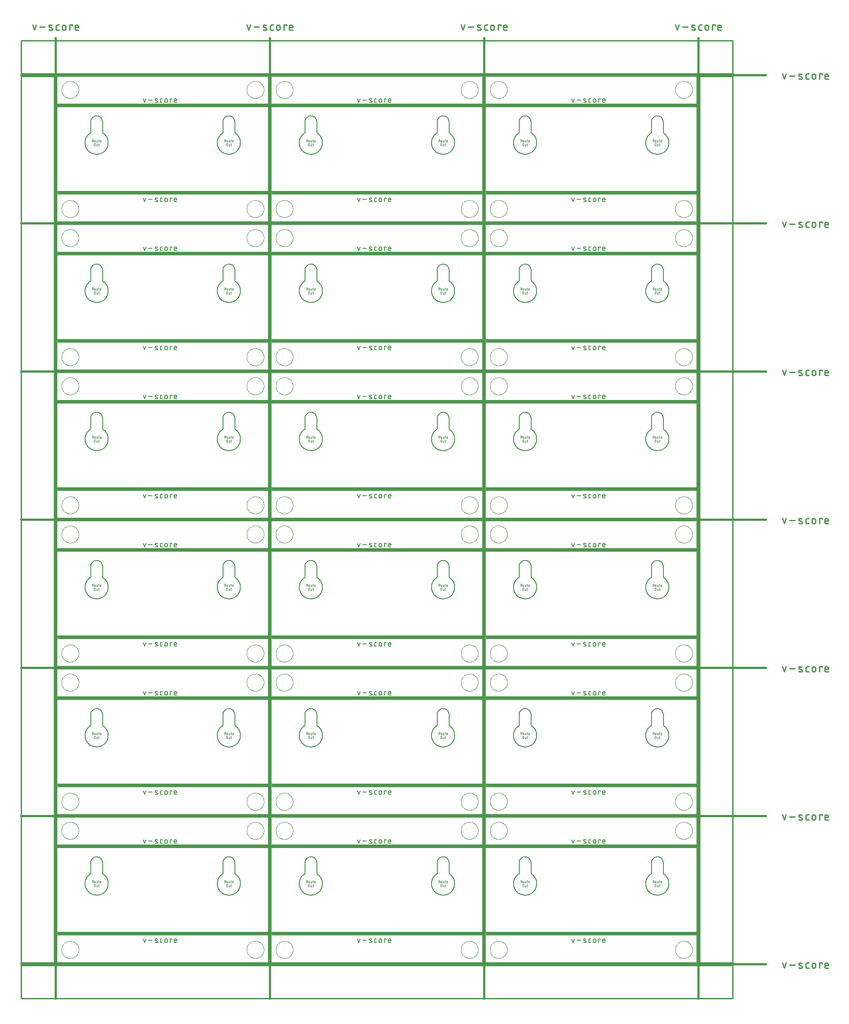
<source format=gko>
G04 EAGLE Gerber RS-274X export*
G75*
%MOMM*%
%FSLAX34Y34*%
%LPD*%
%IN*%
%IPPOS*%
%AMOC8*
5,1,8,0,0,1.08239X$1,22.5*%
G01*
%ADD10C,0.203200*%
%ADD11C,0.304800*%
%ADD12C,0.381000*%
%ADD13C,0.279400*%
%ADD14C,0.254000*%
%ADD15C,0.000000*%
%ADD16C,0.050800*%


D10*
X0Y58420D02*
X406400Y58420D01*
X406400Y220980D01*
X0Y220980D01*
X0Y58420D01*
X0Y220980D02*
X0Y279400D01*
X406400Y279400D01*
X406400Y220980D01*
X406400Y58420D02*
X406400Y0D01*
X0Y0D01*
X0Y58420D01*
X1270Y226060D02*
X406400Y226060D01*
X406400Y53340D02*
X1270Y53340D01*
D11*
X1270Y223520D02*
X405130Y223520D01*
X405130Y55880D02*
X2540Y55880D01*
D10*
X166116Y46228D02*
X168487Y39116D01*
X170857Y46228D01*
X175980Y43265D02*
X183092Y43265D01*
X189484Y43265D02*
X192447Y42079D01*
X189484Y43264D02*
X189413Y43295D01*
X189343Y43329D01*
X189275Y43366D01*
X189210Y43407D01*
X189146Y43452D01*
X189085Y43499D01*
X189026Y43550D01*
X188969Y43603D01*
X188916Y43659D01*
X188865Y43718D01*
X188818Y43779D01*
X188773Y43843D01*
X188732Y43908D01*
X188694Y43976D01*
X188660Y44046D01*
X188629Y44117D01*
X188602Y44189D01*
X188579Y44263D01*
X188559Y44338D01*
X188543Y44414D01*
X188531Y44491D01*
X188523Y44568D01*
X188519Y44645D01*
X188518Y44723D01*
X188522Y44800D01*
X188529Y44878D01*
X188541Y44954D01*
X188556Y45030D01*
X188575Y45106D01*
X188598Y45180D01*
X188624Y45253D01*
X188654Y45324D01*
X188688Y45394D01*
X188725Y45462D01*
X188766Y45528D01*
X188810Y45592D01*
X188857Y45654D01*
X188907Y45713D01*
X188960Y45769D01*
X189016Y45823D01*
X189074Y45874D01*
X189135Y45922D01*
X189198Y45967D01*
X189264Y46009D01*
X189331Y46047D01*
X189401Y46082D01*
X189472Y46113D01*
X189544Y46141D01*
X189618Y46164D01*
X189693Y46185D01*
X189768Y46201D01*
X189845Y46214D01*
X189922Y46222D01*
X189999Y46227D01*
X190077Y46228D01*
X190076Y46228D02*
X190238Y46224D01*
X190400Y46216D01*
X190561Y46204D01*
X190722Y46188D01*
X190883Y46168D01*
X191043Y46145D01*
X191202Y46117D01*
X191361Y46086D01*
X191519Y46051D01*
X191676Y46012D01*
X191832Y45969D01*
X191987Y45923D01*
X192141Y45873D01*
X192294Y45819D01*
X192445Y45761D01*
X192595Y45700D01*
X192743Y45636D01*
X192448Y42080D02*
X192519Y42049D01*
X192589Y42015D01*
X192657Y41978D01*
X192722Y41937D01*
X192786Y41892D01*
X192847Y41845D01*
X192906Y41794D01*
X192963Y41741D01*
X193016Y41685D01*
X193067Y41626D01*
X193114Y41565D01*
X193159Y41501D01*
X193200Y41436D01*
X193238Y41368D01*
X193272Y41298D01*
X193303Y41227D01*
X193330Y41155D01*
X193353Y41081D01*
X193373Y41006D01*
X193389Y40930D01*
X193401Y40853D01*
X193409Y40776D01*
X193413Y40699D01*
X193414Y40621D01*
X193410Y40544D01*
X193403Y40466D01*
X193391Y40390D01*
X193376Y40314D01*
X193357Y40238D01*
X193334Y40164D01*
X193308Y40091D01*
X193278Y40020D01*
X193244Y39950D01*
X193207Y39882D01*
X193166Y39816D01*
X193122Y39752D01*
X193075Y39690D01*
X193025Y39631D01*
X192972Y39575D01*
X192916Y39521D01*
X192858Y39470D01*
X192797Y39422D01*
X192734Y39377D01*
X192668Y39335D01*
X192601Y39297D01*
X192531Y39262D01*
X192461Y39231D01*
X192388Y39203D01*
X192314Y39180D01*
X192239Y39159D01*
X192164Y39143D01*
X192087Y39130D01*
X192010Y39122D01*
X191933Y39117D01*
X191855Y39116D01*
X191854Y39116D02*
X191617Y39122D01*
X191379Y39134D01*
X191142Y39151D01*
X190906Y39175D01*
X190670Y39203D01*
X190434Y39237D01*
X190200Y39277D01*
X189967Y39322D01*
X189734Y39373D01*
X189503Y39429D01*
X189274Y39491D01*
X189046Y39558D01*
X188819Y39631D01*
X188595Y39709D01*
X200299Y39116D02*
X202670Y39116D01*
X200299Y39116D02*
X200217Y39118D01*
X200135Y39124D01*
X200053Y39133D01*
X199972Y39146D01*
X199892Y39163D01*
X199812Y39184D01*
X199734Y39208D01*
X199657Y39236D01*
X199581Y39267D01*
X199506Y39302D01*
X199434Y39341D01*
X199363Y39382D01*
X199294Y39427D01*
X199228Y39475D01*
X199163Y39526D01*
X199101Y39580D01*
X199042Y39637D01*
X198985Y39696D01*
X198931Y39758D01*
X198880Y39823D01*
X198832Y39889D01*
X198787Y39958D01*
X198746Y40029D01*
X198707Y40101D01*
X198672Y40176D01*
X198641Y40252D01*
X198613Y40329D01*
X198589Y40407D01*
X198568Y40487D01*
X198551Y40567D01*
X198538Y40648D01*
X198529Y40730D01*
X198523Y40812D01*
X198521Y40894D01*
X198521Y44450D01*
X198523Y44532D01*
X198529Y44614D01*
X198538Y44696D01*
X198551Y44777D01*
X198568Y44857D01*
X198589Y44937D01*
X198613Y45015D01*
X198641Y45092D01*
X198672Y45168D01*
X198707Y45243D01*
X198746Y45315D01*
X198787Y45386D01*
X198832Y45455D01*
X198880Y45521D01*
X198931Y45586D01*
X198985Y45648D01*
X199042Y45707D01*
X199101Y45764D01*
X199163Y45818D01*
X199228Y45869D01*
X199294Y45917D01*
X199363Y45962D01*
X199434Y46003D01*
X199506Y46042D01*
X199581Y46077D01*
X199657Y46108D01*
X199734Y46136D01*
X199812Y46160D01*
X199892Y46181D01*
X199972Y46198D01*
X200053Y46211D01*
X200135Y46220D01*
X200217Y46226D01*
X200299Y46228D01*
X202670Y46228D01*
X207264Y43857D02*
X207264Y41487D01*
X207264Y43857D02*
X207266Y43954D01*
X207272Y44050D01*
X207282Y44146D01*
X207296Y44242D01*
X207313Y44337D01*
X207335Y44432D01*
X207360Y44525D01*
X207389Y44617D01*
X207422Y44708D01*
X207459Y44798D01*
X207499Y44886D01*
X207543Y44972D01*
X207590Y45056D01*
X207640Y45139D01*
X207694Y45219D01*
X207752Y45297D01*
X207812Y45373D01*
X207875Y45446D01*
X207941Y45516D01*
X208011Y45584D01*
X208082Y45649D01*
X208157Y45711D01*
X208234Y45769D01*
X208313Y45825D01*
X208394Y45877D01*
X208478Y45926D01*
X208563Y45972D01*
X208650Y46014D01*
X208739Y46052D01*
X208829Y46087D01*
X208921Y46118D01*
X209014Y46145D01*
X209107Y46169D01*
X209202Y46188D01*
X209298Y46204D01*
X209394Y46216D01*
X209490Y46224D01*
X209587Y46228D01*
X209683Y46228D01*
X209780Y46224D01*
X209876Y46216D01*
X209972Y46204D01*
X210068Y46188D01*
X210163Y46169D01*
X210256Y46145D01*
X210349Y46118D01*
X210441Y46087D01*
X210531Y46052D01*
X210620Y46014D01*
X210707Y45972D01*
X210792Y45926D01*
X210876Y45877D01*
X210957Y45825D01*
X211036Y45769D01*
X211113Y45711D01*
X211188Y45649D01*
X211259Y45584D01*
X211329Y45516D01*
X211395Y45446D01*
X211458Y45373D01*
X211518Y45297D01*
X211576Y45219D01*
X211630Y45139D01*
X211680Y45056D01*
X211727Y44972D01*
X211771Y44886D01*
X211811Y44798D01*
X211848Y44708D01*
X211881Y44617D01*
X211910Y44525D01*
X211935Y44432D01*
X211957Y44337D01*
X211974Y44242D01*
X211988Y44146D01*
X211998Y44050D01*
X212004Y43954D01*
X212006Y43857D01*
X212005Y43857D02*
X212005Y41487D01*
X212006Y41487D02*
X212004Y41390D01*
X211998Y41294D01*
X211988Y41198D01*
X211974Y41102D01*
X211957Y41007D01*
X211935Y40912D01*
X211910Y40819D01*
X211881Y40727D01*
X211848Y40636D01*
X211811Y40546D01*
X211771Y40458D01*
X211727Y40372D01*
X211680Y40288D01*
X211630Y40205D01*
X211576Y40125D01*
X211518Y40047D01*
X211458Y39971D01*
X211395Y39898D01*
X211329Y39828D01*
X211259Y39760D01*
X211188Y39695D01*
X211113Y39633D01*
X211036Y39575D01*
X210957Y39519D01*
X210876Y39467D01*
X210792Y39418D01*
X210707Y39372D01*
X210620Y39330D01*
X210531Y39292D01*
X210441Y39257D01*
X210349Y39226D01*
X210256Y39199D01*
X210163Y39175D01*
X210068Y39156D01*
X209972Y39140D01*
X209876Y39128D01*
X209780Y39120D01*
X209683Y39116D01*
X209587Y39116D01*
X209490Y39120D01*
X209394Y39128D01*
X209298Y39140D01*
X209202Y39156D01*
X209107Y39175D01*
X209014Y39199D01*
X208921Y39226D01*
X208829Y39257D01*
X208739Y39292D01*
X208650Y39330D01*
X208563Y39372D01*
X208478Y39418D01*
X208394Y39467D01*
X208313Y39519D01*
X208234Y39575D01*
X208157Y39633D01*
X208082Y39695D01*
X208011Y39760D01*
X207941Y39828D01*
X207875Y39898D01*
X207812Y39971D01*
X207752Y40047D01*
X207694Y40125D01*
X207640Y40205D01*
X207590Y40288D01*
X207543Y40372D01*
X207499Y40458D01*
X207459Y40546D01*
X207422Y40636D01*
X207389Y40727D01*
X207360Y40819D01*
X207335Y40912D01*
X207313Y41007D01*
X207296Y41102D01*
X207282Y41198D01*
X207272Y41294D01*
X207266Y41390D01*
X207264Y41487D01*
X217651Y39116D02*
X217651Y46228D01*
X221207Y46228D01*
X221207Y45043D01*
X226949Y39116D02*
X229912Y39116D01*
X226949Y39116D02*
X226867Y39118D01*
X226785Y39124D01*
X226703Y39133D01*
X226622Y39146D01*
X226542Y39163D01*
X226462Y39184D01*
X226384Y39208D01*
X226307Y39236D01*
X226231Y39267D01*
X226156Y39302D01*
X226084Y39341D01*
X226013Y39382D01*
X225944Y39427D01*
X225878Y39475D01*
X225813Y39526D01*
X225751Y39580D01*
X225692Y39637D01*
X225635Y39696D01*
X225581Y39758D01*
X225530Y39823D01*
X225482Y39889D01*
X225437Y39958D01*
X225396Y40029D01*
X225357Y40101D01*
X225322Y40176D01*
X225291Y40252D01*
X225263Y40329D01*
X225239Y40407D01*
X225218Y40487D01*
X225201Y40567D01*
X225188Y40648D01*
X225179Y40730D01*
X225173Y40812D01*
X225171Y40894D01*
X225171Y43857D01*
X225173Y43954D01*
X225179Y44050D01*
X225189Y44146D01*
X225203Y44242D01*
X225220Y44337D01*
X225242Y44432D01*
X225267Y44525D01*
X225296Y44617D01*
X225329Y44708D01*
X225366Y44798D01*
X225406Y44886D01*
X225450Y44972D01*
X225497Y45056D01*
X225547Y45139D01*
X225601Y45219D01*
X225659Y45297D01*
X225719Y45373D01*
X225782Y45446D01*
X225848Y45516D01*
X225918Y45584D01*
X225989Y45649D01*
X226064Y45711D01*
X226141Y45769D01*
X226220Y45825D01*
X226301Y45877D01*
X226385Y45926D01*
X226470Y45972D01*
X226557Y46014D01*
X226646Y46052D01*
X226736Y46087D01*
X226828Y46118D01*
X226921Y46145D01*
X227014Y46169D01*
X227109Y46188D01*
X227205Y46204D01*
X227301Y46216D01*
X227397Y46224D01*
X227494Y46228D01*
X227590Y46228D01*
X227687Y46224D01*
X227783Y46216D01*
X227879Y46204D01*
X227975Y46188D01*
X228070Y46169D01*
X228163Y46145D01*
X228256Y46118D01*
X228348Y46087D01*
X228438Y46052D01*
X228527Y46014D01*
X228614Y45972D01*
X228699Y45926D01*
X228783Y45877D01*
X228864Y45825D01*
X228943Y45769D01*
X229020Y45711D01*
X229095Y45649D01*
X229166Y45584D01*
X229236Y45516D01*
X229302Y45446D01*
X229365Y45373D01*
X229425Y45297D01*
X229483Y45219D01*
X229537Y45139D01*
X229587Y45056D01*
X229634Y44972D01*
X229678Y44886D01*
X229718Y44798D01*
X229755Y44708D01*
X229788Y44617D01*
X229817Y44525D01*
X229842Y44432D01*
X229864Y44337D01*
X229881Y44242D01*
X229895Y44146D01*
X229905Y44050D01*
X229911Y43954D01*
X229913Y43857D01*
X229912Y43857D02*
X229912Y42672D01*
X225171Y42672D01*
X168487Y229616D02*
X166116Y236728D01*
X170857Y236728D02*
X168487Y229616D01*
X175980Y233765D02*
X183092Y233765D01*
X189484Y233765D02*
X192447Y232579D01*
X189484Y233764D02*
X189413Y233795D01*
X189343Y233829D01*
X189275Y233866D01*
X189210Y233907D01*
X189146Y233952D01*
X189085Y233999D01*
X189026Y234050D01*
X188969Y234103D01*
X188916Y234159D01*
X188865Y234218D01*
X188818Y234279D01*
X188773Y234343D01*
X188732Y234408D01*
X188694Y234476D01*
X188660Y234546D01*
X188629Y234617D01*
X188602Y234689D01*
X188579Y234763D01*
X188559Y234838D01*
X188543Y234914D01*
X188531Y234991D01*
X188523Y235068D01*
X188519Y235145D01*
X188518Y235223D01*
X188522Y235300D01*
X188529Y235378D01*
X188541Y235454D01*
X188556Y235530D01*
X188575Y235606D01*
X188598Y235680D01*
X188624Y235753D01*
X188654Y235824D01*
X188688Y235894D01*
X188725Y235962D01*
X188766Y236028D01*
X188810Y236092D01*
X188857Y236154D01*
X188907Y236213D01*
X188960Y236269D01*
X189016Y236323D01*
X189074Y236374D01*
X189135Y236422D01*
X189198Y236467D01*
X189264Y236509D01*
X189331Y236547D01*
X189401Y236582D01*
X189472Y236613D01*
X189544Y236641D01*
X189618Y236664D01*
X189693Y236685D01*
X189768Y236701D01*
X189845Y236714D01*
X189922Y236722D01*
X189999Y236727D01*
X190077Y236728D01*
X190076Y236728D02*
X190238Y236724D01*
X190400Y236716D01*
X190561Y236704D01*
X190722Y236688D01*
X190883Y236668D01*
X191043Y236645D01*
X191202Y236617D01*
X191361Y236586D01*
X191519Y236551D01*
X191676Y236512D01*
X191832Y236469D01*
X191987Y236423D01*
X192141Y236373D01*
X192294Y236319D01*
X192445Y236261D01*
X192595Y236200D01*
X192743Y236136D01*
X192448Y232580D02*
X192519Y232549D01*
X192589Y232515D01*
X192657Y232478D01*
X192722Y232437D01*
X192786Y232392D01*
X192847Y232345D01*
X192906Y232294D01*
X192963Y232241D01*
X193016Y232185D01*
X193067Y232126D01*
X193114Y232065D01*
X193159Y232001D01*
X193200Y231936D01*
X193238Y231868D01*
X193272Y231798D01*
X193303Y231727D01*
X193330Y231655D01*
X193353Y231581D01*
X193373Y231506D01*
X193389Y231430D01*
X193401Y231353D01*
X193409Y231276D01*
X193413Y231199D01*
X193414Y231121D01*
X193410Y231044D01*
X193403Y230966D01*
X193391Y230890D01*
X193376Y230814D01*
X193357Y230738D01*
X193334Y230664D01*
X193308Y230591D01*
X193278Y230520D01*
X193244Y230450D01*
X193207Y230382D01*
X193166Y230316D01*
X193122Y230252D01*
X193075Y230190D01*
X193025Y230131D01*
X192972Y230075D01*
X192916Y230021D01*
X192858Y229970D01*
X192797Y229922D01*
X192734Y229877D01*
X192668Y229835D01*
X192601Y229797D01*
X192531Y229762D01*
X192461Y229731D01*
X192388Y229703D01*
X192314Y229680D01*
X192239Y229659D01*
X192164Y229643D01*
X192087Y229630D01*
X192010Y229622D01*
X191933Y229617D01*
X191855Y229616D01*
X191854Y229616D02*
X191617Y229622D01*
X191379Y229634D01*
X191142Y229651D01*
X190906Y229675D01*
X190670Y229703D01*
X190434Y229737D01*
X190200Y229777D01*
X189967Y229822D01*
X189734Y229873D01*
X189503Y229929D01*
X189274Y229991D01*
X189046Y230058D01*
X188819Y230131D01*
X188595Y230209D01*
X200299Y229616D02*
X202670Y229616D01*
X200299Y229616D02*
X200217Y229618D01*
X200135Y229624D01*
X200053Y229633D01*
X199972Y229646D01*
X199892Y229663D01*
X199812Y229684D01*
X199734Y229708D01*
X199657Y229736D01*
X199581Y229767D01*
X199506Y229802D01*
X199434Y229841D01*
X199363Y229882D01*
X199294Y229927D01*
X199228Y229975D01*
X199163Y230026D01*
X199101Y230080D01*
X199042Y230137D01*
X198985Y230196D01*
X198931Y230258D01*
X198880Y230323D01*
X198832Y230389D01*
X198787Y230458D01*
X198746Y230529D01*
X198707Y230601D01*
X198672Y230676D01*
X198641Y230752D01*
X198613Y230829D01*
X198589Y230907D01*
X198568Y230987D01*
X198551Y231067D01*
X198538Y231148D01*
X198529Y231230D01*
X198523Y231312D01*
X198521Y231394D01*
X198521Y234950D01*
X198523Y235032D01*
X198529Y235114D01*
X198538Y235196D01*
X198551Y235277D01*
X198568Y235357D01*
X198589Y235437D01*
X198613Y235515D01*
X198641Y235592D01*
X198672Y235668D01*
X198707Y235743D01*
X198746Y235815D01*
X198787Y235886D01*
X198832Y235955D01*
X198880Y236021D01*
X198931Y236086D01*
X198985Y236148D01*
X199042Y236207D01*
X199101Y236264D01*
X199163Y236318D01*
X199228Y236369D01*
X199294Y236417D01*
X199363Y236462D01*
X199434Y236503D01*
X199506Y236542D01*
X199581Y236577D01*
X199657Y236608D01*
X199734Y236636D01*
X199812Y236660D01*
X199892Y236681D01*
X199972Y236698D01*
X200053Y236711D01*
X200135Y236720D01*
X200217Y236726D01*
X200299Y236728D01*
X202670Y236728D01*
X207264Y234357D02*
X207264Y231987D01*
X207264Y234357D02*
X207266Y234454D01*
X207272Y234550D01*
X207282Y234646D01*
X207296Y234742D01*
X207313Y234837D01*
X207335Y234932D01*
X207360Y235025D01*
X207389Y235117D01*
X207422Y235208D01*
X207459Y235298D01*
X207499Y235386D01*
X207543Y235472D01*
X207590Y235556D01*
X207640Y235639D01*
X207694Y235719D01*
X207752Y235797D01*
X207812Y235873D01*
X207875Y235946D01*
X207941Y236016D01*
X208011Y236084D01*
X208082Y236149D01*
X208157Y236211D01*
X208234Y236269D01*
X208313Y236325D01*
X208394Y236377D01*
X208478Y236426D01*
X208563Y236472D01*
X208650Y236514D01*
X208739Y236552D01*
X208829Y236587D01*
X208921Y236618D01*
X209014Y236645D01*
X209107Y236669D01*
X209202Y236688D01*
X209298Y236704D01*
X209394Y236716D01*
X209490Y236724D01*
X209587Y236728D01*
X209683Y236728D01*
X209780Y236724D01*
X209876Y236716D01*
X209972Y236704D01*
X210068Y236688D01*
X210163Y236669D01*
X210256Y236645D01*
X210349Y236618D01*
X210441Y236587D01*
X210531Y236552D01*
X210620Y236514D01*
X210707Y236472D01*
X210792Y236426D01*
X210876Y236377D01*
X210957Y236325D01*
X211036Y236269D01*
X211113Y236211D01*
X211188Y236149D01*
X211259Y236084D01*
X211329Y236016D01*
X211395Y235946D01*
X211458Y235873D01*
X211518Y235797D01*
X211576Y235719D01*
X211630Y235639D01*
X211680Y235556D01*
X211727Y235472D01*
X211771Y235386D01*
X211811Y235298D01*
X211848Y235208D01*
X211881Y235117D01*
X211910Y235025D01*
X211935Y234932D01*
X211957Y234837D01*
X211974Y234742D01*
X211988Y234646D01*
X211998Y234550D01*
X212004Y234454D01*
X212006Y234357D01*
X212005Y234357D02*
X212005Y231987D01*
X212006Y231987D02*
X212004Y231890D01*
X211998Y231794D01*
X211988Y231698D01*
X211974Y231602D01*
X211957Y231507D01*
X211935Y231412D01*
X211910Y231319D01*
X211881Y231227D01*
X211848Y231136D01*
X211811Y231046D01*
X211771Y230958D01*
X211727Y230872D01*
X211680Y230788D01*
X211630Y230705D01*
X211576Y230625D01*
X211518Y230547D01*
X211458Y230471D01*
X211395Y230398D01*
X211329Y230328D01*
X211259Y230260D01*
X211188Y230195D01*
X211113Y230133D01*
X211036Y230075D01*
X210957Y230019D01*
X210876Y229967D01*
X210792Y229918D01*
X210707Y229872D01*
X210620Y229830D01*
X210531Y229792D01*
X210441Y229757D01*
X210349Y229726D01*
X210256Y229699D01*
X210163Y229675D01*
X210068Y229656D01*
X209972Y229640D01*
X209876Y229628D01*
X209780Y229620D01*
X209683Y229616D01*
X209587Y229616D01*
X209490Y229620D01*
X209394Y229628D01*
X209298Y229640D01*
X209202Y229656D01*
X209107Y229675D01*
X209014Y229699D01*
X208921Y229726D01*
X208829Y229757D01*
X208739Y229792D01*
X208650Y229830D01*
X208563Y229872D01*
X208478Y229918D01*
X208394Y229967D01*
X208313Y230019D01*
X208234Y230075D01*
X208157Y230133D01*
X208082Y230195D01*
X208011Y230260D01*
X207941Y230328D01*
X207875Y230398D01*
X207812Y230471D01*
X207752Y230547D01*
X207694Y230625D01*
X207640Y230705D01*
X207590Y230788D01*
X207543Y230872D01*
X207499Y230958D01*
X207459Y231046D01*
X207422Y231136D01*
X207389Y231227D01*
X207360Y231319D01*
X207335Y231412D01*
X207313Y231507D01*
X207296Y231602D01*
X207282Y231698D01*
X207272Y231794D01*
X207266Y231890D01*
X207264Y231987D01*
X217651Y229616D02*
X217651Y236728D01*
X221207Y236728D01*
X221207Y235543D01*
X226949Y229616D02*
X229912Y229616D01*
X226949Y229616D02*
X226867Y229618D01*
X226785Y229624D01*
X226703Y229633D01*
X226622Y229646D01*
X226542Y229663D01*
X226462Y229684D01*
X226384Y229708D01*
X226307Y229736D01*
X226231Y229767D01*
X226156Y229802D01*
X226084Y229841D01*
X226013Y229882D01*
X225944Y229927D01*
X225878Y229975D01*
X225813Y230026D01*
X225751Y230080D01*
X225692Y230137D01*
X225635Y230196D01*
X225581Y230258D01*
X225530Y230323D01*
X225482Y230389D01*
X225437Y230458D01*
X225396Y230529D01*
X225357Y230601D01*
X225322Y230676D01*
X225291Y230752D01*
X225263Y230829D01*
X225239Y230907D01*
X225218Y230987D01*
X225201Y231067D01*
X225188Y231148D01*
X225179Y231230D01*
X225173Y231312D01*
X225171Y231394D01*
X225171Y234357D01*
X225173Y234454D01*
X225179Y234550D01*
X225189Y234646D01*
X225203Y234742D01*
X225220Y234837D01*
X225242Y234932D01*
X225267Y235025D01*
X225296Y235117D01*
X225329Y235208D01*
X225366Y235298D01*
X225406Y235386D01*
X225450Y235472D01*
X225497Y235556D01*
X225547Y235639D01*
X225601Y235719D01*
X225659Y235797D01*
X225719Y235873D01*
X225782Y235946D01*
X225848Y236016D01*
X225918Y236084D01*
X225989Y236149D01*
X226064Y236211D01*
X226141Y236269D01*
X226220Y236325D01*
X226301Y236377D01*
X226385Y236426D01*
X226470Y236472D01*
X226557Y236514D01*
X226646Y236552D01*
X226736Y236587D01*
X226828Y236618D01*
X226921Y236645D01*
X227014Y236669D01*
X227109Y236688D01*
X227205Y236704D01*
X227301Y236716D01*
X227397Y236724D01*
X227494Y236728D01*
X227590Y236728D01*
X227687Y236724D01*
X227783Y236716D01*
X227879Y236704D01*
X227975Y236688D01*
X228070Y236669D01*
X228163Y236645D01*
X228256Y236618D01*
X228348Y236587D01*
X228438Y236552D01*
X228527Y236514D01*
X228614Y236472D01*
X228699Y236426D01*
X228783Y236377D01*
X228864Y236325D01*
X228943Y236269D01*
X229020Y236211D01*
X229095Y236149D01*
X229166Y236084D01*
X229236Y236016D01*
X229302Y235946D01*
X229365Y235873D01*
X229425Y235797D01*
X229483Y235719D01*
X229537Y235639D01*
X229587Y235556D01*
X229634Y235472D01*
X229678Y235386D01*
X229718Y235298D01*
X229755Y235208D01*
X229788Y235117D01*
X229817Y235025D01*
X229842Y234932D01*
X229864Y234837D01*
X229881Y234742D01*
X229895Y234646D01*
X229905Y234550D01*
X229911Y234454D01*
X229913Y234357D01*
X229912Y234357D02*
X229912Y233172D01*
X225171Y233172D01*
X411480Y58420D02*
X817880Y58420D01*
X817880Y220980D01*
X411480Y220980D01*
X411480Y58420D01*
X411480Y220980D02*
X411480Y279400D01*
X817880Y279400D01*
X817880Y220980D01*
X817880Y58420D02*
X817880Y0D01*
X411480Y0D01*
X411480Y58420D01*
X412750Y226060D02*
X817880Y226060D01*
X817880Y53340D02*
X412750Y53340D01*
D11*
X412750Y223520D02*
X816610Y223520D01*
X816610Y55880D02*
X414020Y55880D01*
D10*
X577596Y46228D02*
X579967Y39116D01*
X582337Y46228D01*
X587460Y43265D02*
X594572Y43265D01*
X600964Y43265D02*
X603927Y42079D01*
X600964Y43264D02*
X600893Y43295D01*
X600823Y43329D01*
X600755Y43366D01*
X600690Y43407D01*
X600626Y43452D01*
X600565Y43499D01*
X600506Y43550D01*
X600449Y43603D01*
X600396Y43659D01*
X600345Y43718D01*
X600298Y43779D01*
X600253Y43843D01*
X600212Y43908D01*
X600174Y43976D01*
X600140Y44046D01*
X600109Y44117D01*
X600082Y44189D01*
X600059Y44263D01*
X600039Y44338D01*
X600023Y44414D01*
X600011Y44491D01*
X600003Y44568D01*
X599999Y44645D01*
X599998Y44723D01*
X600002Y44800D01*
X600009Y44878D01*
X600021Y44954D01*
X600036Y45030D01*
X600055Y45106D01*
X600078Y45180D01*
X600104Y45253D01*
X600134Y45324D01*
X600168Y45394D01*
X600205Y45462D01*
X600246Y45528D01*
X600290Y45592D01*
X600337Y45654D01*
X600387Y45713D01*
X600440Y45769D01*
X600496Y45823D01*
X600554Y45874D01*
X600615Y45922D01*
X600678Y45967D01*
X600744Y46009D01*
X600811Y46047D01*
X600881Y46082D01*
X600952Y46113D01*
X601024Y46141D01*
X601098Y46164D01*
X601173Y46185D01*
X601248Y46201D01*
X601325Y46214D01*
X601402Y46222D01*
X601479Y46227D01*
X601557Y46228D01*
X601556Y46228D02*
X601718Y46224D01*
X601880Y46216D01*
X602041Y46204D01*
X602202Y46188D01*
X602363Y46168D01*
X602523Y46145D01*
X602682Y46117D01*
X602841Y46086D01*
X602999Y46051D01*
X603156Y46012D01*
X603312Y45969D01*
X603467Y45923D01*
X603621Y45873D01*
X603774Y45819D01*
X603925Y45761D01*
X604075Y45700D01*
X604223Y45636D01*
X603928Y42080D02*
X603999Y42049D01*
X604069Y42015D01*
X604137Y41978D01*
X604202Y41937D01*
X604266Y41892D01*
X604327Y41845D01*
X604386Y41794D01*
X604443Y41741D01*
X604496Y41685D01*
X604547Y41626D01*
X604594Y41565D01*
X604639Y41501D01*
X604680Y41436D01*
X604718Y41368D01*
X604752Y41298D01*
X604783Y41227D01*
X604810Y41155D01*
X604833Y41081D01*
X604853Y41006D01*
X604869Y40930D01*
X604881Y40853D01*
X604889Y40776D01*
X604893Y40699D01*
X604894Y40621D01*
X604890Y40544D01*
X604883Y40466D01*
X604871Y40390D01*
X604856Y40314D01*
X604837Y40238D01*
X604814Y40164D01*
X604788Y40091D01*
X604758Y40020D01*
X604724Y39950D01*
X604687Y39882D01*
X604646Y39816D01*
X604602Y39752D01*
X604555Y39690D01*
X604505Y39631D01*
X604452Y39575D01*
X604396Y39521D01*
X604338Y39470D01*
X604277Y39422D01*
X604214Y39377D01*
X604148Y39335D01*
X604081Y39297D01*
X604011Y39262D01*
X603941Y39231D01*
X603868Y39203D01*
X603794Y39180D01*
X603719Y39159D01*
X603644Y39143D01*
X603567Y39130D01*
X603490Y39122D01*
X603413Y39117D01*
X603335Y39116D01*
X603334Y39116D02*
X603097Y39122D01*
X602859Y39134D01*
X602622Y39151D01*
X602386Y39175D01*
X602150Y39203D01*
X601914Y39237D01*
X601680Y39277D01*
X601447Y39322D01*
X601214Y39373D01*
X600983Y39429D01*
X600754Y39491D01*
X600526Y39558D01*
X600299Y39631D01*
X600075Y39709D01*
X611779Y39116D02*
X614150Y39116D01*
X611779Y39116D02*
X611697Y39118D01*
X611615Y39124D01*
X611533Y39133D01*
X611452Y39146D01*
X611372Y39163D01*
X611292Y39184D01*
X611214Y39208D01*
X611137Y39236D01*
X611061Y39267D01*
X610986Y39302D01*
X610914Y39341D01*
X610843Y39382D01*
X610774Y39427D01*
X610708Y39475D01*
X610643Y39526D01*
X610581Y39580D01*
X610522Y39637D01*
X610465Y39696D01*
X610411Y39758D01*
X610360Y39823D01*
X610312Y39889D01*
X610267Y39958D01*
X610226Y40029D01*
X610187Y40101D01*
X610152Y40176D01*
X610121Y40252D01*
X610093Y40329D01*
X610069Y40407D01*
X610048Y40487D01*
X610031Y40567D01*
X610018Y40648D01*
X610009Y40730D01*
X610003Y40812D01*
X610001Y40894D01*
X610001Y44450D01*
X610003Y44532D01*
X610009Y44614D01*
X610018Y44696D01*
X610031Y44777D01*
X610048Y44857D01*
X610069Y44937D01*
X610093Y45015D01*
X610121Y45092D01*
X610152Y45168D01*
X610187Y45243D01*
X610226Y45315D01*
X610267Y45386D01*
X610312Y45455D01*
X610360Y45521D01*
X610411Y45586D01*
X610465Y45648D01*
X610522Y45707D01*
X610581Y45764D01*
X610643Y45818D01*
X610708Y45869D01*
X610774Y45917D01*
X610843Y45962D01*
X610914Y46003D01*
X610986Y46042D01*
X611061Y46077D01*
X611137Y46108D01*
X611214Y46136D01*
X611292Y46160D01*
X611372Y46181D01*
X611452Y46198D01*
X611533Y46211D01*
X611615Y46220D01*
X611697Y46226D01*
X611779Y46228D01*
X614150Y46228D01*
X618744Y43857D02*
X618744Y41487D01*
X618744Y43857D02*
X618746Y43954D01*
X618752Y44050D01*
X618762Y44146D01*
X618776Y44242D01*
X618793Y44337D01*
X618815Y44432D01*
X618840Y44525D01*
X618869Y44617D01*
X618902Y44708D01*
X618939Y44798D01*
X618979Y44886D01*
X619023Y44972D01*
X619070Y45056D01*
X619120Y45139D01*
X619174Y45219D01*
X619232Y45297D01*
X619292Y45373D01*
X619355Y45446D01*
X619421Y45516D01*
X619491Y45584D01*
X619562Y45649D01*
X619637Y45711D01*
X619714Y45769D01*
X619793Y45825D01*
X619874Y45877D01*
X619958Y45926D01*
X620043Y45972D01*
X620130Y46014D01*
X620219Y46052D01*
X620309Y46087D01*
X620401Y46118D01*
X620494Y46145D01*
X620587Y46169D01*
X620682Y46188D01*
X620778Y46204D01*
X620874Y46216D01*
X620970Y46224D01*
X621067Y46228D01*
X621163Y46228D01*
X621260Y46224D01*
X621356Y46216D01*
X621452Y46204D01*
X621548Y46188D01*
X621643Y46169D01*
X621736Y46145D01*
X621829Y46118D01*
X621921Y46087D01*
X622011Y46052D01*
X622100Y46014D01*
X622187Y45972D01*
X622272Y45926D01*
X622356Y45877D01*
X622437Y45825D01*
X622516Y45769D01*
X622593Y45711D01*
X622668Y45649D01*
X622739Y45584D01*
X622809Y45516D01*
X622875Y45446D01*
X622938Y45373D01*
X622998Y45297D01*
X623056Y45219D01*
X623110Y45139D01*
X623160Y45056D01*
X623207Y44972D01*
X623251Y44886D01*
X623291Y44798D01*
X623328Y44708D01*
X623361Y44617D01*
X623390Y44525D01*
X623415Y44432D01*
X623437Y44337D01*
X623454Y44242D01*
X623468Y44146D01*
X623478Y44050D01*
X623484Y43954D01*
X623486Y43857D01*
X623485Y43857D02*
X623485Y41487D01*
X623486Y41487D02*
X623484Y41390D01*
X623478Y41294D01*
X623468Y41198D01*
X623454Y41102D01*
X623437Y41007D01*
X623415Y40912D01*
X623390Y40819D01*
X623361Y40727D01*
X623328Y40636D01*
X623291Y40546D01*
X623251Y40458D01*
X623207Y40372D01*
X623160Y40288D01*
X623110Y40205D01*
X623056Y40125D01*
X622998Y40047D01*
X622938Y39971D01*
X622875Y39898D01*
X622809Y39828D01*
X622739Y39760D01*
X622668Y39695D01*
X622593Y39633D01*
X622516Y39575D01*
X622437Y39519D01*
X622356Y39467D01*
X622272Y39418D01*
X622187Y39372D01*
X622100Y39330D01*
X622011Y39292D01*
X621921Y39257D01*
X621829Y39226D01*
X621736Y39199D01*
X621643Y39175D01*
X621548Y39156D01*
X621452Y39140D01*
X621356Y39128D01*
X621260Y39120D01*
X621163Y39116D01*
X621067Y39116D01*
X620970Y39120D01*
X620874Y39128D01*
X620778Y39140D01*
X620682Y39156D01*
X620587Y39175D01*
X620494Y39199D01*
X620401Y39226D01*
X620309Y39257D01*
X620219Y39292D01*
X620130Y39330D01*
X620043Y39372D01*
X619958Y39418D01*
X619874Y39467D01*
X619793Y39519D01*
X619714Y39575D01*
X619637Y39633D01*
X619562Y39695D01*
X619491Y39760D01*
X619421Y39828D01*
X619355Y39898D01*
X619292Y39971D01*
X619232Y40047D01*
X619174Y40125D01*
X619120Y40205D01*
X619070Y40288D01*
X619023Y40372D01*
X618979Y40458D01*
X618939Y40546D01*
X618902Y40636D01*
X618869Y40727D01*
X618840Y40819D01*
X618815Y40912D01*
X618793Y41007D01*
X618776Y41102D01*
X618762Y41198D01*
X618752Y41294D01*
X618746Y41390D01*
X618744Y41487D01*
X629131Y39116D02*
X629131Y46228D01*
X632687Y46228D01*
X632687Y45043D01*
X638429Y39116D02*
X641392Y39116D01*
X638429Y39116D02*
X638347Y39118D01*
X638265Y39124D01*
X638183Y39133D01*
X638102Y39146D01*
X638022Y39163D01*
X637942Y39184D01*
X637864Y39208D01*
X637787Y39236D01*
X637711Y39267D01*
X637636Y39302D01*
X637564Y39341D01*
X637493Y39382D01*
X637424Y39427D01*
X637358Y39475D01*
X637293Y39526D01*
X637231Y39580D01*
X637172Y39637D01*
X637115Y39696D01*
X637061Y39758D01*
X637010Y39823D01*
X636962Y39889D01*
X636917Y39958D01*
X636876Y40029D01*
X636837Y40101D01*
X636802Y40176D01*
X636771Y40252D01*
X636743Y40329D01*
X636719Y40407D01*
X636698Y40487D01*
X636681Y40567D01*
X636668Y40648D01*
X636659Y40730D01*
X636653Y40812D01*
X636651Y40894D01*
X636651Y43857D01*
X636653Y43954D01*
X636659Y44050D01*
X636669Y44146D01*
X636683Y44242D01*
X636700Y44337D01*
X636722Y44432D01*
X636747Y44525D01*
X636776Y44617D01*
X636809Y44708D01*
X636846Y44798D01*
X636886Y44886D01*
X636930Y44972D01*
X636977Y45056D01*
X637027Y45139D01*
X637081Y45219D01*
X637139Y45297D01*
X637199Y45373D01*
X637262Y45446D01*
X637328Y45516D01*
X637398Y45584D01*
X637469Y45649D01*
X637544Y45711D01*
X637621Y45769D01*
X637700Y45825D01*
X637781Y45877D01*
X637865Y45926D01*
X637950Y45972D01*
X638037Y46014D01*
X638126Y46052D01*
X638216Y46087D01*
X638308Y46118D01*
X638401Y46145D01*
X638494Y46169D01*
X638589Y46188D01*
X638685Y46204D01*
X638781Y46216D01*
X638877Y46224D01*
X638974Y46228D01*
X639070Y46228D01*
X639167Y46224D01*
X639263Y46216D01*
X639359Y46204D01*
X639455Y46188D01*
X639550Y46169D01*
X639643Y46145D01*
X639736Y46118D01*
X639828Y46087D01*
X639918Y46052D01*
X640007Y46014D01*
X640094Y45972D01*
X640179Y45926D01*
X640263Y45877D01*
X640344Y45825D01*
X640423Y45769D01*
X640500Y45711D01*
X640575Y45649D01*
X640646Y45584D01*
X640716Y45516D01*
X640782Y45446D01*
X640845Y45373D01*
X640905Y45297D01*
X640963Y45219D01*
X641017Y45139D01*
X641067Y45056D01*
X641114Y44972D01*
X641158Y44886D01*
X641198Y44798D01*
X641235Y44708D01*
X641268Y44617D01*
X641297Y44525D01*
X641322Y44432D01*
X641344Y44337D01*
X641361Y44242D01*
X641375Y44146D01*
X641385Y44050D01*
X641391Y43954D01*
X641393Y43857D01*
X641392Y43857D02*
X641392Y42672D01*
X636651Y42672D01*
X579967Y229616D02*
X577596Y236728D01*
X582337Y236728D02*
X579967Y229616D01*
X587460Y233765D02*
X594572Y233765D01*
X600964Y233765D02*
X603927Y232579D01*
X600964Y233764D02*
X600893Y233795D01*
X600823Y233829D01*
X600755Y233866D01*
X600690Y233907D01*
X600626Y233952D01*
X600565Y233999D01*
X600506Y234050D01*
X600449Y234103D01*
X600396Y234159D01*
X600345Y234218D01*
X600298Y234279D01*
X600253Y234343D01*
X600212Y234408D01*
X600174Y234476D01*
X600140Y234546D01*
X600109Y234617D01*
X600082Y234689D01*
X600059Y234763D01*
X600039Y234838D01*
X600023Y234914D01*
X600011Y234991D01*
X600003Y235068D01*
X599999Y235145D01*
X599998Y235223D01*
X600002Y235300D01*
X600009Y235378D01*
X600021Y235454D01*
X600036Y235530D01*
X600055Y235606D01*
X600078Y235680D01*
X600104Y235753D01*
X600134Y235824D01*
X600168Y235894D01*
X600205Y235962D01*
X600246Y236028D01*
X600290Y236092D01*
X600337Y236154D01*
X600387Y236213D01*
X600440Y236269D01*
X600496Y236323D01*
X600554Y236374D01*
X600615Y236422D01*
X600678Y236467D01*
X600744Y236509D01*
X600811Y236547D01*
X600881Y236582D01*
X600952Y236613D01*
X601024Y236641D01*
X601098Y236664D01*
X601173Y236685D01*
X601248Y236701D01*
X601325Y236714D01*
X601402Y236722D01*
X601479Y236727D01*
X601557Y236728D01*
X601556Y236728D02*
X601718Y236724D01*
X601880Y236716D01*
X602041Y236704D01*
X602202Y236688D01*
X602363Y236668D01*
X602523Y236645D01*
X602682Y236617D01*
X602841Y236586D01*
X602999Y236551D01*
X603156Y236512D01*
X603312Y236469D01*
X603467Y236423D01*
X603621Y236373D01*
X603774Y236319D01*
X603925Y236261D01*
X604075Y236200D01*
X604223Y236136D01*
X603928Y232580D02*
X603999Y232549D01*
X604069Y232515D01*
X604137Y232478D01*
X604202Y232437D01*
X604266Y232392D01*
X604327Y232345D01*
X604386Y232294D01*
X604443Y232241D01*
X604496Y232185D01*
X604547Y232126D01*
X604594Y232065D01*
X604639Y232001D01*
X604680Y231936D01*
X604718Y231868D01*
X604752Y231798D01*
X604783Y231727D01*
X604810Y231655D01*
X604833Y231581D01*
X604853Y231506D01*
X604869Y231430D01*
X604881Y231353D01*
X604889Y231276D01*
X604893Y231199D01*
X604894Y231121D01*
X604890Y231044D01*
X604883Y230966D01*
X604871Y230890D01*
X604856Y230814D01*
X604837Y230738D01*
X604814Y230664D01*
X604788Y230591D01*
X604758Y230520D01*
X604724Y230450D01*
X604687Y230382D01*
X604646Y230316D01*
X604602Y230252D01*
X604555Y230190D01*
X604505Y230131D01*
X604452Y230075D01*
X604396Y230021D01*
X604338Y229970D01*
X604277Y229922D01*
X604214Y229877D01*
X604148Y229835D01*
X604081Y229797D01*
X604011Y229762D01*
X603941Y229731D01*
X603868Y229703D01*
X603794Y229680D01*
X603719Y229659D01*
X603644Y229643D01*
X603567Y229630D01*
X603490Y229622D01*
X603413Y229617D01*
X603335Y229616D01*
X603334Y229616D02*
X603097Y229622D01*
X602859Y229634D01*
X602622Y229651D01*
X602386Y229675D01*
X602150Y229703D01*
X601914Y229737D01*
X601680Y229777D01*
X601447Y229822D01*
X601214Y229873D01*
X600983Y229929D01*
X600754Y229991D01*
X600526Y230058D01*
X600299Y230131D01*
X600075Y230209D01*
X611779Y229616D02*
X614150Y229616D01*
X611779Y229616D02*
X611697Y229618D01*
X611615Y229624D01*
X611533Y229633D01*
X611452Y229646D01*
X611372Y229663D01*
X611292Y229684D01*
X611214Y229708D01*
X611137Y229736D01*
X611061Y229767D01*
X610986Y229802D01*
X610914Y229841D01*
X610843Y229882D01*
X610774Y229927D01*
X610708Y229975D01*
X610643Y230026D01*
X610581Y230080D01*
X610522Y230137D01*
X610465Y230196D01*
X610411Y230258D01*
X610360Y230323D01*
X610312Y230389D01*
X610267Y230458D01*
X610226Y230529D01*
X610187Y230601D01*
X610152Y230676D01*
X610121Y230752D01*
X610093Y230829D01*
X610069Y230907D01*
X610048Y230987D01*
X610031Y231067D01*
X610018Y231148D01*
X610009Y231230D01*
X610003Y231312D01*
X610001Y231394D01*
X610001Y234950D01*
X610003Y235032D01*
X610009Y235114D01*
X610018Y235196D01*
X610031Y235277D01*
X610048Y235357D01*
X610069Y235437D01*
X610093Y235515D01*
X610121Y235592D01*
X610152Y235668D01*
X610187Y235743D01*
X610226Y235815D01*
X610267Y235886D01*
X610312Y235955D01*
X610360Y236021D01*
X610411Y236086D01*
X610465Y236148D01*
X610522Y236207D01*
X610581Y236264D01*
X610643Y236318D01*
X610708Y236369D01*
X610774Y236417D01*
X610843Y236462D01*
X610914Y236503D01*
X610986Y236542D01*
X611061Y236577D01*
X611137Y236608D01*
X611214Y236636D01*
X611292Y236660D01*
X611372Y236681D01*
X611452Y236698D01*
X611533Y236711D01*
X611615Y236720D01*
X611697Y236726D01*
X611779Y236728D01*
X614150Y236728D01*
X618744Y234357D02*
X618744Y231987D01*
X618744Y234357D02*
X618746Y234454D01*
X618752Y234550D01*
X618762Y234646D01*
X618776Y234742D01*
X618793Y234837D01*
X618815Y234932D01*
X618840Y235025D01*
X618869Y235117D01*
X618902Y235208D01*
X618939Y235298D01*
X618979Y235386D01*
X619023Y235472D01*
X619070Y235556D01*
X619120Y235639D01*
X619174Y235719D01*
X619232Y235797D01*
X619292Y235873D01*
X619355Y235946D01*
X619421Y236016D01*
X619491Y236084D01*
X619562Y236149D01*
X619637Y236211D01*
X619714Y236269D01*
X619793Y236325D01*
X619874Y236377D01*
X619958Y236426D01*
X620043Y236472D01*
X620130Y236514D01*
X620219Y236552D01*
X620309Y236587D01*
X620401Y236618D01*
X620494Y236645D01*
X620587Y236669D01*
X620682Y236688D01*
X620778Y236704D01*
X620874Y236716D01*
X620970Y236724D01*
X621067Y236728D01*
X621163Y236728D01*
X621260Y236724D01*
X621356Y236716D01*
X621452Y236704D01*
X621548Y236688D01*
X621643Y236669D01*
X621736Y236645D01*
X621829Y236618D01*
X621921Y236587D01*
X622011Y236552D01*
X622100Y236514D01*
X622187Y236472D01*
X622272Y236426D01*
X622356Y236377D01*
X622437Y236325D01*
X622516Y236269D01*
X622593Y236211D01*
X622668Y236149D01*
X622739Y236084D01*
X622809Y236016D01*
X622875Y235946D01*
X622938Y235873D01*
X622998Y235797D01*
X623056Y235719D01*
X623110Y235639D01*
X623160Y235556D01*
X623207Y235472D01*
X623251Y235386D01*
X623291Y235298D01*
X623328Y235208D01*
X623361Y235117D01*
X623390Y235025D01*
X623415Y234932D01*
X623437Y234837D01*
X623454Y234742D01*
X623468Y234646D01*
X623478Y234550D01*
X623484Y234454D01*
X623486Y234357D01*
X623485Y234357D02*
X623485Y231987D01*
X623486Y231987D02*
X623484Y231890D01*
X623478Y231794D01*
X623468Y231698D01*
X623454Y231602D01*
X623437Y231507D01*
X623415Y231412D01*
X623390Y231319D01*
X623361Y231227D01*
X623328Y231136D01*
X623291Y231046D01*
X623251Y230958D01*
X623207Y230872D01*
X623160Y230788D01*
X623110Y230705D01*
X623056Y230625D01*
X622998Y230547D01*
X622938Y230471D01*
X622875Y230398D01*
X622809Y230328D01*
X622739Y230260D01*
X622668Y230195D01*
X622593Y230133D01*
X622516Y230075D01*
X622437Y230019D01*
X622356Y229967D01*
X622272Y229918D01*
X622187Y229872D01*
X622100Y229830D01*
X622011Y229792D01*
X621921Y229757D01*
X621829Y229726D01*
X621736Y229699D01*
X621643Y229675D01*
X621548Y229656D01*
X621452Y229640D01*
X621356Y229628D01*
X621260Y229620D01*
X621163Y229616D01*
X621067Y229616D01*
X620970Y229620D01*
X620874Y229628D01*
X620778Y229640D01*
X620682Y229656D01*
X620587Y229675D01*
X620494Y229699D01*
X620401Y229726D01*
X620309Y229757D01*
X620219Y229792D01*
X620130Y229830D01*
X620043Y229872D01*
X619958Y229918D01*
X619874Y229967D01*
X619793Y230019D01*
X619714Y230075D01*
X619637Y230133D01*
X619562Y230195D01*
X619491Y230260D01*
X619421Y230328D01*
X619355Y230398D01*
X619292Y230471D01*
X619232Y230547D01*
X619174Y230625D01*
X619120Y230705D01*
X619070Y230788D01*
X619023Y230872D01*
X618979Y230958D01*
X618939Y231046D01*
X618902Y231136D01*
X618869Y231227D01*
X618840Y231319D01*
X618815Y231412D01*
X618793Y231507D01*
X618776Y231602D01*
X618762Y231698D01*
X618752Y231794D01*
X618746Y231890D01*
X618744Y231987D01*
X629131Y229616D02*
X629131Y236728D01*
X632687Y236728D01*
X632687Y235543D01*
X638429Y229616D02*
X641392Y229616D01*
X638429Y229616D02*
X638347Y229618D01*
X638265Y229624D01*
X638183Y229633D01*
X638102Y229646D01*
X638022Y229663D01*
X637942Y229684D01*
X637864Y229708D01*
X637787Y229736D01*
X637711Y229767D01*
X637636Y229802D01*
X637564Y229841D01*
X637493Y229882D01*
X637424Y229927D01*
X637358Y229975D01*
X637293Y230026D01*
X637231Y230080D01*
X637172Y230137D01*
X637115Y230196D01*
X637061Y230258D01*
X637010Y230323D01*
X636962Y230389D01*
X636917Y230458D01*
X636876Y230529D01*
X636837Y230601D01*
X636802Y230676D01*
X636771Y230752D01*
X636743Y230829D01*
X636719Y230907D01*
X636698Y230987D01*
X636681Y231067D01*
X636668Y231148D01*
X636659Y231230D01*
X636653Y231312D01*
X636651Y231394D01*
X636651Y234357D01*
X636653Y234454D01*
X636659Y234550D01*
X636669Y234646D01*
X636683Y234742D01*
X636700Y234837D01*
X636722Y234932D01*
X636747Y235025D01*
X636776Y235117D01*
X636809Y235208D01*
X636846Y235298D01*
X636886Y235386D01*
X636930Y235472D01*
X636977Y235556D01*
X637027Y235639D01*
X637081Y235719D01*
X637139Y235797D01*
X637199Y235873D01*
X637262Y235946D01*
X637328Y236016D01*
X637398Y236084D01*
X637469Y236149D01*
X637544Y236211D01*
X637621Y236269D01*
X637700Y236325D01*
X637781Y236377D01*
X637865Y236426D01*
X637950Y236472D01*
X638037Y236514D01*
X638126Y236552D01*
X638216Y236587D01*
X638308Y236618D01*
X638401Y236645D01*
X638494Y236669D01*
X638589Y236688D01*
X638685Y236704D01*
X638781Y236716D01*
X638877Y236724D01*
X638974Y236728D01*
X639070Y236728D01*
X639167Y236724D01*
X639263Y236716D01*
X639359Y236704D01*
X639455Y236688D01*
X639550Y236669D01*
X639643Y236645D01*
X639736Y236618D01*
X639828Y236587D01*
X639918Y236552D01*
X640007Y236514D01*
X640094Y236472D01*
X640179Y236426D01*
X640263Y236377D01*
X640344Y236325D01*
X640423Y236269D01*
X640500Y236211D01*
X640575Y236149D01*
X640646Y236084D01*
X640716Y236016D01*
X640782Y235946D01*
X640845Y235873D01*
X640905Y235797D01*
X640963Y235719D01*
X641017Y235639D01*
X641067Y235556D01*
X641114Y235472D01*
X641158Y235386D01*
X641198Y235298D01*
X641235Y235208D01*
X641268Y235117D01*
X641297Y235025D01*
X641322Y234932D01*
X641344Y234837D01*
X641361Y234742D01*
X641375Y234646D01*
X641385Y234550D01*
X641391Y234454D01*
X641393Y234357D01*
X641392Y234357D02*
X641392Y233172D01*
X636651Y233172D01*
X822960Y58420D02*
X1229360Y58420D01*
X1229360Y220980D01*
X822960Y220980D01*
X822960Y58420D01*
X822960Y220980D02*
X822960Y279400D01*
X1229360Y279400D01*
X1229360Y220980D01*
X1229360Y58420D02*
X1229360Y0D01*
X822960Y0D01*
X822960Y58420D01*
X824230Y226060D02*
X1229360Y226060D01*
X1229360Y53340D02*
X824230Y53340D01*
D11*
X824230Y223520D02*
X1228090Y223520D01*
X1228090Y55880D02*
X825500Y55880D01*
D10*
X989076Y46228D02*
X991447Y39116D01*
X993817Y46228D01*
X998940Y43265D02*
X1006052Y43265D01*
X1012444Y43265D02*
X1015407Y42079D01*
X1012444Y43264D02*
X1012373Y43295D01*
X1012303Y43329D01*
X1012235Y43366D01*
X1012170Y43407D01*
X1012106Y43452D01*
X1012045Y43499D01*
X1011986Y43550D01*
X1011929Y43603D01*
X1011876Y43659D01*
X1011825Y43718D01*
X1011778Y43779D01*
X1011733Y43843D01*
X1011692Y43908D01*
X1011654Y43976D01*
X1011620Y44046D01*
X1011589Y44117D01*
X1011562Y44189D01*
X1011539Y44263D01*
X1011519Y44338D01*
X1011503Y44414D01*
X1011491Y44491D01*
X1011483Y44568D01*
X1011479Y44645D01*
X1011478Y44723D01*
X1011482Y44800D01*
X1011489Y44878D01*
X1011501Y44954D01*
X1011516Y45030D01*
X1011535Y45106D01*
X1011558Y45180D01*
X1011584Y45253D01*
X1011614Y45324D01*
X1011648Y45394D01*
X1011685Y45462D01*
X1011726Y45528D01*
X1011770Y45592D01*
X1011817Y45654D01*
X1011867Y45713D01*
X1011920Y45769D01*
X1011976Y45823D01*
X1012034Y45874D01*
X1012095Y45922D01*
X1012158Y45967D01*
X1012224Y46009D01*
X1012291Y46047D01*
X1012361Y46082D01*
X1012432Y46113D01*
X1012504Y46141D01*
X1012578Y46164D01*
X1012653Y46185D01*
X1012728Y46201D01*
X1012805Y46214D01*
X1012882Y46222D01*
X1012959Y46227D01*
X1013037Y46228D01*
X1013036Y46228D02*
X1013198Y46224D01*
X1013360Y46216D01*
X1013521Y46204D01*
X1013682Y46188D01*
X1013843Y46168D01*
X1014003Y46145D01*
X1014162Y46117D01*
X1014321Y46086D01*
X1014479Y46051D01*
X1014636Y46012D01*
X1014792Y45969D01*
X1014947Y45923D01*
X1015101Y45873D01*
X1015254Y45819D01*
X1015405Y45761D01*
X1015555Y45700D01*
X1015703Y45636D01*
X1015408Y42080D02*
X1015479Y42049D01*
X1015549Y42015D01*
X1015617Y41978D01*
X1015682Y41937D01*
X1015746Y41892D01*
X1015807Y41845D01*
X1015866Y41794D01*
X1015923Y41741D01*
X1015976Y41685D01*
X1016027Y41626D01*
X1016074Y41565D01*
X1016119Y41501D01*
X1016160Y41436D01*
X1016198Y41368D01*
X1016232Y41298D01*
X1016263Y41227D01*
X1016290Y41155D01*
X1016313Y41081D01*
X1016333Y41006D01*
X1016349Y40930D01*
X1016361Y40853D01*
X1016369Y40776D01*
X1016373Y40699D01*
X1016374Y40621D01*
X1016370Y40544D01*
X1016363Y40466D01*
X1016351Y40390D01*
X1016336Y40314D01*
X1016317Y40238D01*
X1016294Y40164D01*
X1016268Y40091D01*
X1016238Y40020D01*
X1016204Y39950D01*
X1016167Y39882D01*
X1016126Y39816D01*
X1016082Y39752D01*
X1016035Y39690D01*
X1015985Y39631D01*
X1015932Y39575D01*
X1015876Y39521D01*
X1015818Y39470D01*
X1015757Y39422D01*
X1015694Y39377D01*
X1015628Y39335D01*
X1015561Y39297D01*
X1015491Y39262D01*
X1015421Y39231D01*
X1015348Y39203D01*
X1015274Y39180D01*
X1015199Y39159D01*
X1015124Y39143D01*
X1015047Y39130D01*
X1014970Y39122D01*
X1014893Y39117D01*
X1014815Y39116D01*
X1014814Y39116D02*
X1014577Y39122D01*
X1014339Y39134D01*
X1014102Y39151D01*
X1013866Y39175D01*
X1013630Y39203D01*
X1013394Y39237D01*
X1013160Y39277D01*
X1012927Y39322D01*
X1012694Y39373D01*
X1012463Y39429D01*
X1012234Y39491D01*
X1012006Y39558D01*
X1011779Y39631D01*
X1011555Y39709D01*
X1023259Y39116D02*
X1025630Y39116D01*
X1023259Y39116D02*
X1023177Y39118D01*
X1023095Y39124D01*
X1023013Y39133D01*
X1022932Y39146D01*
X1022852Y39163D01*
X1022772Y39184D01*
X1022694Y39208D01*
X1022617Y39236D01*
X1022541Y39267D01*
X1022466Y39302D01*
X1022394Y39341D01*
X1022323Y39382D01*
X1022254Y39427D01*
X1022188Y39475D01*
X1022123Y39526D01*
X1022061Y39580D01*
X1022002Y39637D01*
X1021945Y39696D01*
X1021891Y39758D01*
X1021840Y39823D01*
X1021792Y39889D01*
X1021747Y39958D01*
X1021706Y40029D01*
X1021667Y40101D01*
X1021632Y40176D01*
X1021601Y40252D01*
X1021573Y40329D01*
X1021549Y40407D01*
X1021528Y40487D01*
X1021511Y40567D01*
X1021498Y40648D01*
X1021489Y40730D01*
X1021483Y40812D01*
X1021481Y40894D01*
X1021481Y44450D01*
X1021483Y44532D01*
X1021489Y44614D01*
X1021498Y44696D01*
X1021511Y44777D01*
X1021528Y44857D01*
X1021549Y44937D01*
X1021573Y45015D01*
X1021601Y45092D01*
X1021632Y45168D01*
X1021667Y45243D01*
X1021706Y45315D01*
X1021747Y45386D01*
X1021792Y45455D01*
X1021840Y45521D01*
X1021891Y45586D01*
X1021945Y45648D01*
X1022002Y45707D01*
X1022061Y45764D01*
X1022123Y45818D01*
X1022188Y45869D01*
X1022254Y45917D01*
X1022323Y45962D01*
X1022394Y46003D01*
X1022466Y46042D01*
X1022541Y46077D01*
X1022617Y46108D01*
X1022694Y46136D01*
X1022772Y46160D01*
X1022852Y46181D01*
X1022932Y46198D01*
X1023013Y46211D01*
X1023095Y46220D01*
X1023177Y46226D01*
X1023259Y46228D01*
X1025630Y46228D01*
X1030224Y43857D02*
X1030224Y41487D01*
X1030224Y43857D02*
X1030226Y43954D01*
X1030232Y44050D01*
X1030242Y44146D01*
X1030256Y44242D01*
X1030273Y44337D01*
X1030295Y44432D01*
X1030320Y44525D01*
X1030349Y44617D01*
X1030382Y44708D01*
X1030419Y44798D01*
X1030459Y44886D01*
X1030503Y44972D01*
X1030550Y45056D01*
X1030600Y45139D01*
X1030654Y45219D01*
X1030712Y45297D01*
X1030772Y45373D01*
X1030835Y45446D01*
X1030901Y45516D01*
X1030971Y45584D01*
X1031042Y45649D01*
X1031117Y45711D01*
X1031194Y45769D01*
X1031273Y45825D01*
X1031354Y45877D01*
X1031438Y45926D01*
X1031523Y45972D01*
X1031610Y46014D01*
X1031699Y46052D01*
X1031789Y46087D01*
X1031881Y46118D01*
X1031974Y46145D01*
X1032067Y46169D01*
X1032162Y46188D01*
X1032258Y46204D01*
X1032354Y46216D01*
X1032450Y46224D01*
X1032547Y46228D01*
X1032643Y46228D01*
X1032740Y46224D01*
X1032836Y46216D01*
X1032932Y46204D01*
X1033028Y46188D01*
X1033123Y46169D01*
X1033216Y46145D01*
X1033309Y46118D01*
X1033401Y46087D01*
X1033491Y46052D01*
X1033580Y46014D01*
X1033667Y45972D01*
X1033752Y45926D01*
X1033836Y45877D01*
X1033917Y45825D01*
X1033996Y45769D01*
X1034073Y45711D01*
X1034148Y45649D01*
X1034219Y45584D01*
X1034289Y45516D01*
X1034355Y45446D01*
X1034418Y45373D01*
X1034478Y45297D01*
X1034536Y45219D01*
X1034590Y45139D01*
X1034640Y45056D01*
X1034687Y44972D01*
X1034731Y44886D01*
X1034771Y44798D01*
X1034808Y44708D01*
X1034841Y44617D01*
X1034870Y44525D01*
X1034895Y44432D01*
X1034917Y44337D01*
X1034934Y44242D01*
X1034948Y44146D01*
X1034958Y44050D01*
X1034964Y43954D01*
X1034966Y43857D01*
X1034965Y43857D02*
X1034965Y41487D01*
X1034966Y41487D02*
X1034964Y41390D01*
X1034958Y41294D01*
X1034948Y41198D01*
X1034934Y41102D01*
X1034917Y41007D01*
X1034895Y40912D01*
X1034870Y40819D01*
X1034841Y40727D01*
X1034808Y40636D01*
X1034771Y40546D01*
X1034731Y40458D01*
X1034687Y40372D01*
X1034640Y40288D01*
X1034590Y40205D01*
X1034536Y40125D01*
X1034478Y40047D01*
X1034418Y39971D01*
X1034355Y39898D01*
X1034289Y39828D01*
X1034219Y39760D01*
X1034148Y39695D01*
X1034073Y39633D01*
X1033996Y39575D01*
X1033917Y39519D01*
X1033836Y39467D01*
X1033752Y39418D01*
X1033667Y39372D01*
X1033580Y39330D01*
X1033491Y39292D01*
X1033401Y39257D01*
X1033309Y39226D01*
X1033216Y39199D01*
X1033123Y39175D01*
X1033028Y39156D01*
X1032932Y39140D01*
X1032836Y39128D01*
X1032740Y39120D01*
X1032643Y39116D01*
X1032547Y39116D01*
X1032450Y39120D01*
X1032354Y39128D01*
X1032258Y39140D01*
X1032162Y39156D01*
X1032067Y39175D01*
X1031974Y39199D01*
X1031881Y39226D01*
X1031789Y39257D01*
X1031699Y39292D01*
X1031610Y39330D01*
X1031523Y39372D01*
X1031438Y39418D01*
X1031354Y39467D01*
X1031273Y39519D01*
X1031194Y39575D01*
X1031117Y39633D01*
X1031042Y39695D01*
X1030971Y39760D01*
X1030901Y39828D01*
X1030835Y39898D01*
X1030772Y39971D01*
X1030712Y40047D01*
X1030654Y40125D01*
X1030600Y40205D01*
X1030550Y40288D01*
X1030503Y40372D01*
X1030459Y40458D01*
X1030419Y40546D01*
X1030382Y40636D01*
X1030349Y40727D01*
X1030320Y40819D01*
X1030295Y40912D01*
X1030273Y41007D01*
X1030256Y41102D01*
X1030242Y41198D01*
X1030232Y41294D01*
X1030226Y41390D01*
X1030224Y41487D01*
X1040611Y39116D02*
X1040611Y46228D01*
X1044167Y46228D01*
X1044167Y45043D01*
X1049909Y39116D02*
X1052872Y39116D01*
X1049909Y39116D02*
X1049827Y39118D01*
X1049745Y39124D01*
X1049663Y39133D01*
X1049582Y39146D01*
X1049502Y39163D01*
X1049422Y39184D01*
X1049344Y39208D01*
X1049267Y39236D01*
X1049191Y39267D01*
X1049116Y39302D01*
X1049044Y39341D01*
X1048973Y39382D01*
X1048904Y39427D01*
X1048838Y39475D01*
X1048773Y39526D01*
X1048711Y39580D01*
X1048652Y39637D01*
X1048595Y39696D01*
X1048541Y39758D01*
X1048490Y39823D01*
X1048442Y39889D01*
X1048397Y39958D01*
X1048356Y40029D01*
X1048317Y40101D01*
X1048282Y40176D01*
X1048251Y40252D01*
X1048223Y40329D01*
X1048199Y40407D01*
X1048178Y40487D01*
X1048161Y40567D01*
X1048148Y40648D01*
X1048139Y40730D01*
X1048133Y40812D01*
X1048131Y40894D01*
X1048131Y43857D01*
X1048133Y43954D01*
X1048139Y44050D01*
X1048149Y44146D01*
X1048163Y44242D01*
X1048180Y44337D01*
X1048202Y44432D01*
X1048227Y44525D01*
X1048256Y44617D01*
X1048289Y44708D01*
X1048326Y44798D01*
X1048366Y44886D01*
X1048410Y44972D01*
X1048457Y45056D01*
X1048507Y45139D01*
X1048561Y45219D01*
X1048619Y45297D01*
X1048679Y45373D01*
X1048742Y45446D01*
X1048808Y45516D01*
X1048878Y45584D01*
X1048949Y45649D01*
X1049024Y45711D01*
X1049101Y45769D01*
X1049180Y45825D01*
X1049261Y45877D01*
X1049345Y45926D01*
X1049430Y45972D01*
X1049517Y46014D01*
X1049606Y46052D01*
X1049696Y46087D01*
X1049788Y46118D01*
X1049881Y46145D01*
X1049974Y46169D01*
X1050069Y46188D01*
X1050165Y46204D01*
X1050261Y46216D01*
X1050357Y46224D01*
X1050454Y46228D01*
X1050550Y46228D01*
X1050647Y46224D01*
X1050743Y46216D01*
X1050839Y46204D01*
X1050935Y46188D01*
X1051030Y46169D01*
X1051123Y46145D01*
X1051216Y46118D01*
X1051308Y46087D01*
X1051398Y46052D01*
X1051487Y46014D01*
X1051574Y45972D01*
X1051659Y45926D01*
X1051743Y45877D01*
X1051824Y45825D01*
X1051903Y45769D01*
X1051980Y45711D01*
X1052055Y45649D01*
X1052126Y45584D01*
X1052196Y45516D01*
X1052262Y45446D01*
X1052325Y45373D01*
X1052385Y45297D01*
X1052443Y45219D01*
X1052497Y45139D01*
X1052547Y45056D01*
X1052594Y44972D01*
X1052638Y44886D01*
X1052678Y44798D01*
X1052715Y44708D01*
X1052748Y44617D01*
X1052777Y44525D01*
X1052802Y44432D01*
X1052824Y44337D01*
X1052841Y44242D01*
X1052855Y44146D01*
X1052865Y44050D01*
X1052871Y43954D01*
X1052873Y43857D01*
X1052872Y43857D02*
X1052872Y42672D01*
X1048131Y42672D01*
X991447Y229616D02*
X989076Y236728D01*
X993817Y236728D02*
X991447Y229616D01*
X998940Y233765D02*
X1006052Y233765D01*
X1012444Y233765D02*
X1015407Y232579D01*
X1012444Y233764D02*
X1012373Y233795D01*
X1012303Y233829D01*
X1012235Y233866D01*
X1012170Y233907D01*
X1012106Y233952D01*
X1012045Y233999D01*
X1011986Y234050D01*
X1011929Y234103D01*
X1011876Y234159D01*
X1011825Y234218D01*
X1011778Y234279D01*
X1011733Y234343D01*
X1011692Y234408D01*
X1011654Y234476D01*
X1011620Y234546D01*
X1011589Y234617D01*
X1011562Y234689D01*
X1011539Y234763D01*
X1011519Y234838D01*
X1011503Y234914D01*
X1011491Y234991D01*
X1011483Y235068D01*
X1011479Y235145D01*
X1011478Y235223D01*
X1011482Y235300D01*
X1011489Y235378D01*
X1011501Y235454D01*
X1011516Y235530D01*
X1011535Y235606D01*
X1011558Y235680D01*
X1011584Y235753D01*
X1011614Y235824D01*
X1011648Y235894D01*
X1011685Y235962D01*
X1011726Y236028D01*
X1011770Y236092D01*
X1011817Y236154D01*
X1011867Y236213D01*
X1011920Y236269D01*
X1011976Y236323D01*
X1012034Y236374D01*
X1012095Y236422D01*
X1012158Y236467D01*
X1012224Y236509D01*
X1012291Y236547D01*
X1012361Y236582D01*
X1012432Y236613D01*
X1012504Y236641D01*
X1012578Y236664D01*
X1012653Y236685D01*
X1012728Y236701D01*
X1012805Y236714D01*
X1012882Y236722D01*
X1012959Y236727D01*
X1013037Y236728D01*
X1013036Y236728D02*
X1013198Y236724D01*
X1013360Y236716D01*
X1013521Y236704D01*
X1013682Y236688D01*
X1013843Y236668D01*
X1014003Y236645D01*
X1014162Y236617D01*
X1014321Y236586D01*
X1014479Y236551D01*
X1014636Y236512D01*
X1014792Y236469D01*
X1014947Y236423D01*
X1015101Y236373D01*
X1015254Y236319D01*
X1015405Y236261D01*
X1015555Y236200D01*
X1015703Y236136D01*
X1015408Y232580D02*
X1015479Y232549D01*
X1015549Y232515D01*
X1015617Y232478D01*
X1015682Y232437D01*
X1015746Y232392D01*
X1015807Y232345D01*
X1015866Y232294D01*
X1015923Y232241D01*
X1015976Y232185D01*
X1016027Y232126D01*
X1016074Y232065D01*
X1016119Y232001D01*
X1016160Y231936D01*
X1016198Y231868D01*
X1016232Y231798D01*
X1016263Y231727D01*
X1016290Y231655D01*
X1016313Y231581D01*
X1016333Y231506D01*
X1016349Y231430D01*
X1016361Y231353D01*
X1016369Y231276D01*
X1016373Y231199D01*
X1016374Y231121D01*
X1016370Y231044D01*
X1016363Y230966D01*
X1016351Y230890D01*
X1016336Y230814D01*
X1016317Y230738D01*
X1016294Y230664D01*
X1016268Y230591D01*
X1016238Y230520D01*
X1016204Y230450D01*
X1016167Y230382D01*
X1016126Y230316D01*
X1016082Y230252D01*
X1016035Y230190D01*
X1015985Y230131D01*
X1015932Y230075D01*
X1015876Y230021D01*
X1015818Y229970D01*
X1015757Y229922D01*
X1015694Y229877D01*
X1015628Y229835D01*
X1015561Y229797D01*
X1015491Y229762D01*
X1015421Y229731D01*
X1015348Y229703D01*
X1015274Y229680D01*
X1015199Y229659D01*
X1015124Y229643D01*
X1015047Y229630D01*
X1014970Y229622D01*
X1014893Y229617D01*
X1014815Y229616D01*
X1014814Y229616D02*
X1014577Y229622D01*
X1014339Y229634D01*
X1014102Y229651D01*
X1013866Y229675D01*
X1013630Y229703D01*
X1013394Y229737D01*
X1013160Y229777D01*
X1012927Y229822D01*
X1012694Y229873D01*
X1012463Y229929D01*
X1012234Y229991D01*
X1012006Y230058D01*
X1011779Y230131D01*
X1011555Y230209D01*
X1023259Y229616D02*
X1025630Y229616D01*
X1023259Y229616D02*
X1023177Y229618D01*
X1023095Y229624D01*
X1023013Y229633D01*
X1022932Y229646D01*
X1022852Y229663D01*
X1022772Y229684D01*
X1022694Y229708D01*
X1022617Y229736D01*
X1022541Y229767D01*
X1022466Y229802D01*
X1022394Y229841D01*
X1022323Y229882D01*
X1022254Y229927D01*
X1022188Y229975D01*
X1022123Y230026D01*
X1022061Y230080D01*
X1022002Y230137D01*
X1021945Y230196D01*
X1021891Y230258D01*
X1021840Y230323D01*
X1021792Y230389D01*
X1021747Y230458D01*
X1021706Y230529D01*
X1021667Y230601D01*
X1021632Y230676D01*
X1021601Y230752D01*
X1021573Y230829D01*
X1021549Y230907D01*
X1021528Y230987D01*
X1021511Y231067D01*
X1021498Y231148D01*
X1021489Y231230D01*
X1021483Y231312D01*
X1021481Y231394D01*
X1021481Y234950D01*
X1021483Y235032D01*
X1021489Y235114D01*
X1021498Y235196D01*
X1021511Y235277D01*
X1021528Y235357D01*
X1021549Y235437D01*
X1021573Y235515D01*
X1021601Y235592D01*
X1021632Y235668D01*
X1021667Y235743D01*
X1021706Y235815D01*
X1021747Y235886D01*
X1021792Y235955D01*
X1021840Y236021D01*
X1021891Y236086D01*
X1021945Y236148D01*
X1022002Y236207D01*
X1022061Y236264D01*
X1022123Y236318D01*
X1022188Y236369D01*
X1022254Y236417D01*
X1022323Y236462D01*
X1022394Y236503D01*
X1022466Y236542D01*
X1022541Y236577D01*
X1022617Y236608D01*
X1022694Y236636D01*
X1022772Y236660D01*
X1022852Y236681D01*
X1022932Y236698D01*
X1023013Y236711D01*
X1023095Y236720D01*
X1023177Y236726D01*
X1023259Y236728D01*
X1025630Y236728D01*
X1030224Y234357D02*
X1030224Y231987D01*
X1030224Y234357D02*
X1030226Y234454D01*
X1030232Y234550D01*
X1030242Y234646D01*
X1030256Y234742D01*
X1030273Y234837D01*
X1030295Y234932D01*
X1030320Y235025D01*
X1030349Y235117D01*
X1030382Y235208D01*
X1030419Y235298D01*
X1030459Y235386D01*
X1030503Y235472D01*
X1030550Y235556D01*
X1030600Y235639D01*
X1030654Y235719D01*
X1030712Y235797D01*
X1030772Y235873D01*
X1030835Y235946D01*
X1030901Y236016D01*
X1030971Y236084D01*
X1031042Y236149D01*
X1031117Y236211D01*
X1031194Y236269D01*
X1031273Y236325D01*
X1031354Y236377D01*
X1031438Y236426D01*
X1031523Y236472D01*
X1031610Y236514D01*
X1031699Y236552D01*
X1031789Y236587D01*
X1031881Y236618D01*
X1031974Y236645D01*
X1032067Y236669D01*
X1032162Y236688D01*
X1032258Y236704D01*
X1032354Y236716D01*
X1032450Y236724D01*
X1032547Y236728D01*
X1032643Y236728D01*
X1032740Y236724D01*
X1032836Y236716D01*
X1032932Y236704D01*
X1033028Y236688D01*
X1033123Y236669D01*
X1033216Y236645D01*
X1033309Y236618D01*
X1033401Y236587D01*
X1033491Y236552D01*
X1033580Y236514D01*
X1033667Y236472D01*
X1033752Y236426D01*
X1033836Y236377D01*
X1033917Y236325D01*
X1033996Y236269D01*
X1034073Y236211D01*
X1034148Y236149D01*
X1034219Y236084D01*
X1034289Y236016D01*
X1034355Y235946D01*
X1034418Y235873D01*
X1034478Y235797D01*
X1034536Y235719D01*
X1034590Y235639D01*
X1034640Y235556D01*
X1034687Y235472D01*
X1034731Y235386D01*
X1034771Y235298D01*
X1034808Y235208D01*
X1034841Y235117D01*
X1034870Y235025D01*
X1034895Y234932D01*
X1034917Y234837D01*
X1034934Y234742D01*
X1034948Y234646D01*
X1034958Y234550D01*
X1034964Y234454D01*
X1034966Y234357D01*
X1034965Y234357D02*
X1034965Y231987D01*
X1034966Y231987D02*
X1034964Y231890D01*
X1034958Y231794D01*
X1034948Y231698D01*
X1034934Y231602D01*
X1034917Y231507D01*
X1034895Y231412D01*
X1034870Y231319D01*
X1034841Y231227D01*
X1034808Y231136D01*
X1034771Y231046D01*
X1034731Y230958D01*
X1034687Y230872D01*
X1034640Y230788D01*
X1034590Y230705D01*
X1034536Y230625D01*
X1034478Y230547D01*
X1034418Y230471D01*
X1034355Y230398D01*
X1034289Y230328D01*
X1034219Y230260D01*
X1034148Y230195D01*
X1034073Y230133D01*
X1033996Y230075D01*
X1033917Y230019D01*
X1033836Y229967D01*
X1033752Y229918D01*
X1033667Y229872D01*
X1033580Y229830D01*
X1033491Y229792D01*
X1033401Y229757D01*
X1033309Y229726D01*
X1033216Y229699D01*
X1033123Y229675D01*
X1033028Y229656D01*
X1032932Y229640D01*
X1032836Y229628D01*
X1032740Y229620D01*
X1032643Y229616D01*
X1032547Y229616D01*
X1032450Y229620D01*
X1032354Y229628D01*
X1032258Y229640D01*
X1032162Y229656D01*
X1032067Y229675D01*
X1031974Y229699D01*
X1031881Y229726D01*
X1031789Y229757D01*
X1031699Y229792D01*
X1031610Y229830D01*
X1031523Y229872D01*
X1031438Y229918D01*
X1031354Y229967D01*
X1031273Y230019D01*
X1031194Y230075D01*
X1031117Y230133D01*
X1031042Y230195D01*
X1030971Y230260D01*
X1030901Y230328D01*
X1030835Y230398D01*
X1030772Y230471D01*
X1030712Y230547D01*
X1030654Y230625D01*
X1030600Y230705D01*
X1030550Y230788D01*
X1030503Y230872D01*
X1030459Y230958D01*
X1030419Y231046D01*
X1030382Y231136D01*
X1030349Y231227D01*
X1030320Y231319D01*
X1030295Y231412D01*
X1030273Y231507D01*
X1030256Y231602D01*
X1030242Y231698D01*
X1030232Y231794D01*
X1030226Y231890D01*
X1030224Y231987D01*
X1040611Y229616D02*
X1040611Y236728D01*
X1044167Y236728D01*
X1044167Y235543D01*
X1049909Y229616D02*
X1052872Y229616D01*
X1049909Y229616D02*
X1049827Y229618D01*
X1049745Y229624D01*
X1049663Y229633D01*
X1049582Y229646D01*
X1049502Y229663D01*
X1049422Y229684D01*
X1049344Y229708D01*
X1049267Y229736D01*
X1049191Y229767D01*
X1049116Y229802D01*
X1049044Y229841D01*
X1048973Y229882D01*
X1048904Y229927D01*
X1048838Y229975D01*
X1048773Y230026D01*
X1048711Y230080D01*
X1048652Y230137D01*
X1048595Y230196D01*
X1048541Y230258D01*
X1048490Y230323D01*
X1048442Y230389D01*
X1048397Y230458D01*
X1048356Y230529D01*
X1048317Y230601D01*
X1048282Y230676D01*
X1048251Y230752D01*
X1048223Y230829D01*
X1048199Y230907D01*
X1048178Y230987D01*
X1048161Y231067D01*
X1048148Y231148D01*
X1048139Y231230D01*
X1048133Y231312D01*
X1048131Y231394D01*
X1048131Y234357D01*
X1048133Y234454D01*
X1048139Y234550D01*
X1048149Y234646D01*
X1048163Y234742D01*
X1048180Y234837D01*
X1048202Y234932D01*
X1048227Y235025D01*
X1048256Y235117D01*
X1048289Y235208D01*
X1048326Y235298D01*
X1048366Y235386D01*
X1048410Y235472D01*
X1048457Y235556D01*
X1048507Y235639D01*
X1048561Y235719D01*
X1048619Y235797D01*
X1048679Y235873D01*
X1048742Y235946D01*
X1048808Y236016D01*
X1048878Y236084D01*
X1048949Y236149D01*
X1049024Y236211D01*
X1049101Y236269D01*
X1049180Y236325D01*
X1049261Y236377D01*
X1049345Y236426D01*
X1049430Y236472D01*
X1049517Y236514D01*
X1049606Y236552D01*
X1049696Y236587D01*
X1049788Y236618D01*
X1049881Y236645D01*
X1049974Y236669D01*
X1050069Y236688D01*
X1050165Y236704D01*
X1050261Y236716D01*
X1050357Y236724D01*
X1050454Y236728D01*
X1050550Y236728D01*
X1050647Y236724D01*
X1050743Y236716D01*
X1050839Y236704D01*
X1050935Y236688D01*
X1051030Y236669D01*
X1051123Y236645D01*
X1051216Y236618D01*
X1051308Y236587D01*
X1051398Y236552D01*
X1051487Y236514D01*
X1051574Y236472D01*
X1051659Y236426D01*
X1051743Y236377D01*
X1051824Y236325D01*
X1051903Y236269D01*
X1051980Y236211D01*
X1052055Y236149D01*
X1052126Y236084D01*
X1052196Y236016D01*
X1052262Y235946D01*
X1052325Y235873D01*
X1052385Y235797D01*
X1052443Y235719D01*
X1052497Y235639D01*
X1052547Y235556D01*
X1052594Y235472D01*
X1052638Y235386D01*
X1052678Y235298D01*
X1052715Y235208D01*
X1052748Y235117D01*
X1052777Y235025D01*
X1052802Y234932D01*
X1052824Y234837D01*
X1052841Y234742D01*
X1052855Y234646D01*
X1052865Y234550D01*
X1052871Y234454D01*
X1052873Y234357D01*
X1052872Y234357D02*
X1052872Y233172D01*
X1048131Y233172D01*
X406400Y342900D02*
X0Y342900D01*
X406400Y342900D02*
X406400Y505460D01*
X0Y505460D01*
X0Y342900D01*
X0Y505460D02*
X0Y563880D01*
X406400Y563880D01*
X406400Y505460D01*
X406400Y342900D02*
X406400Y284480D01*
X0Y284480D01*
X0Y342900D01*
X1270Y510540D02*
X406400Y510540D01*
X406400Y337820D02*
X1270Y337820D01*
D11*
X1270Y508000D02*
X405130Y508000D01*
X405130Y340360D02*
X2540Y340360D01*
D10*
X166116Y330708D02*
X168487Y323596D01*
X170857Y330708D01*
X175980Y327745D02*
X183092Y327745D01*
X189484Y327745D02*
X192447Y326559D01*
X189484Y327744D02*
X189413Y327775D01*
X189343Y327809D01*
X189275Y327846D01*
X189210Y327887D01*
X189146Y327932D01*
X189085Y327979D01*
X189026Y328030D01*
X188969Y328083D01*
X188916Y328139D01*
X188865Y328198D01*
X188818Y328259D01*
X188773Y328323D01*
X188732Y328388D01*
X188694Y328456D01*
X188660Y328526D01*
X188629Y328597D01*
X188602Y328669D01*
X188579Y328743D01*
X188559Y328818D01*
X188543Y328894D01*
X188531Y328971D01*
X188523Y329048D01*
X188519Y329125D01*
X188518Y329203D01*
X188522Y329280D01*
X188529Y329358D01*
X188541Y329434D01*
X188556Y329510D01*
X188575Y329586D01*
X188598Y329660D01*
X188624Y329733D01*
X188654Y329804D01*
X188688Y329874D01*
X188725Y329942D01*
X188766Y330008D01*
X188810Y330072D01*
X188857Y330134D01*
X188907Y330193D01*
X188960Y330249D01*
X189016Y330303D01*
X189074Y330354D01*
X189135Y330402D01*
X189198Y330447D01*
X189264Y330489D01*
X189331Y330527D01*
X189401Y330562D01*
X189472Y330593D01*
X189544Y330621D01*
X189618Y330644D01*
X189693Y330665D01*
X189768Y330681D01*
X189845Y330694D01*
X189922Y330702D01*
X189999Y330707D01*
X190077Y330708D01*
X190076Y330708D02*
X190238Y330704D01*
X190400Y330696D01*
X190561Y330684D01*
X190722Y330668D01*
X190883Y330648D01*
X191043Y330625D01*
X191202Y330597D01*
X191361Y330566D01*
X191519Y330531D01*
X191676Y330492D01*
X191832Y330449D01*
X191987Y330403D01*
X192141Y330353D01*
X192294Y330299D01*
X192445Y330241D01*
X192595Y330180D01*
X192743Y330116D01*
X192448Y326560D02*
X192519Y326529D01*
X192589Y326495D01*
X192657Y326458D01*
X192722Y326417D01*
X192786Y326372D01*
X192847Y326325D01*
X192906Y326274D01*
X192963Y326221D01*
X193016Y326165D01*
X193067Y326106D01*
X193114Y326045D01*
X193159Y325981D01*
X193200Y325916D01*
X193238Y325848D01*
X193272Y325778D01*
X193303Y325707D01*
X193330Y325635D01*
X193353Y325561D01*
X193373Y325486D01*
X193389Y325410D01*
X193401Y325333D01*
X193409Y325256D01*
X193413Y325179D01*
X193414Y325101D01*
X193410Y325024D01*
X193403Y324946D01*
X193391Y324870D01*
X193376Y324794D01*
X193357Y324718D01*
X193334Y324644D01*
X193308Y324571D01*
X193278Y324500D01*
X193244Y324430D01*
X193207Y324362D01*
X193166Y324296D01*
X193122Y324232D01*
X193075Y324170D01*
X193025Y324111D01*
X192972Y324055D01*
X192916Y324001D01*
X192858Y323950D01*
X192797Y323902D01*
X192734Y323857D01*
X192668Y323815D01*
X192601Y323777D01*
X192531Y323742D01*
X192461Y323711D01*
X192388Y323683D01*
X192314Y323660D01*
X192239Y323639D01*
X192164Y323623D01*
X192087Y323610D01*
X192010Y323602D01*
X191933Y323597D01*
X191855Y323596D01*
X191854Y323596D02*
X191617Y323602D01*
X191379Y323614D01*
X191142Y323631D01*
X190906Y323655D01*
X190670Y323683D01*
X190434Y323717D01*
X190200Y323757D01*
X189967Y323802D01*
X189734Y323853D01*
X189503Y323909D01*
X189274Y323971D01*
X189046Y324038D01*
X188819Y324111D01*
X188595Y324189D01*
X200299Y323596D02*
X202670Y323596D01*
X200299Y323596D02*
X200217Y323598D01*
X200135Y323604D01*
X200053Y323613D01*
X199972Y323626D01*
X199892Y323643D01*
X199812Y323664D01*
X199734Y323688D01*
X199657Y323716D01*
X199581Y323747D01*
X199506Y323782D01*
X199434Y323821D01*
X199363Y323862D01*
X199294Y323907D01*
X199228Y323955D01*
X199163Y324006D01*
X199101Y324060D01*
X199042Y324117D01*
X198985Y324176D01*
X198931Y324238D01*
X198880Y324303D01*
X198832Y324369D01*
X198787Y324438D01*
X198746Y324509D01*
X198707Y324581D01*
X198672Y324656D01*
X198641Y324732D01*
X198613Y324809D01*
X198589Y324887D01*
X198568Y324967D01*
X198551Y325047D01*
X198538Y325128D01*
X198529Y325210D01*
X198523Y325292D01*
X198521Y325374D01*
X198521Y328930D01*
X198523Y329012D01*
X198529Y329094D01*
X198538Y329176D01*
X198551Y329257D01*
X198568Y329337D01*
X198589Y329417D01*
X198613Y329495D01*
X198641Y329572D01*
X198672Y329648D01*
X198707Y329723D01*
X198746Y329795D01*
X198787Y329866D01*
X198832Y329935D01*
X198880Y330001D01*
X198931Y330066D01*
X198985Y330128D01*
X199042Y330187D01*
X199101Y330244D01*
X199163Y330298D01*
X199228Y330349D01*
X199294Y330397D01*
X199363Y330442D01*
X199434Y330483D01*
X199506Y330522D01*
X199581Y330557D01*
X199657Y330588D01*
X199734Y330616D01*
X199812Y330640D01*
X199892Y330661D01*
X199972Y330678D01*
X200053Y330691D01*
X200135Y330700D01*
X200217Y330706D01*
X200299Y330708D01*
X202670Y330708D01*
X207264Y328337D02*
X207264Y325967D01*
X207264Y328337D02*
X207266Y328434D01*
X207272Y328530D01*
X207282Y328626D01*
X207296Y328722D01*
X207313Y328817D01*
X207335Y328912D01*
X207360Y329005D01*
X207389Y329097D01*
X207422Y329188D01*
X207459Y329278D01*
X207499Y329366D01*
X207543Y329452D01*
X207590Y329536D01*
X207640Y329619D01*
X207694Y329699D01*
X207752Y329777D01*
X207812Y329853D01*
X207875Y329926D01*
X207941Y329996D01*
X208011Y330064D01*
X208082Y330129D01*
X208157Y330191D01*
X208234Y330249D01*
X208313Y330305D01*
X208394Y330357D01*
X208478Y330406D01*
X208563Y330452D01*
X208650Y330494D01*
X208739Y330532D01*
X208829Y330567D01*
X208921Y330598D01*
X209014Y330625D01*
X209107Y330649D01*
X209202Y330668D01*
X209298Y330684D01*
X209394Y330696D01*
X209490Y330704D01*
X209587Y330708D01*
X209683Y330708D01*
X209780Y330704D01*
X209876Y330696D01*
X209972Y330684D01*
X210068Y330668D01*
X210163Y330649D01*
X210256Y330625D01*
X210349Y330598D01*
X210441Y330567D01*
X210531Y330532D01*
X210620Y330494D01*
X210707Y330452D01*
X210792Y330406D01*
X210876Y330357D01*
X210957Y330305D01*
X211036Y330249D01*
X211113Y330191D01*
X211188Y330129D01*
X211259Y330064D01*
X211329Y329996D01*
X211395Y329926D01*
X211458Y329853D01*
X211518Y329777D01*
X211576Y329699D01*
X211630Y329619D01*
X211680Y329536D01*
X211727Y329452D01*
X211771Y329366D01*
X211811Y329278D01*
X211848Y329188D01*
X211881Y329097D01*
X211910Y329005D01*
X211935Y328912D01*
X211957Y328817D01*
X211974Y328722D01*
X211988Y328626D01*
X211998Y328530D01*
X212004Y328434D01*
X212006Y328337D01*
X212005Y328337D02*
X212005Y325967D01*
X212006Y325967D02*
X212004Y325870D01*
X211998Y325774D01*
X211988Y325678D01*
X211974Y325582D01*
X211957Y325487D01*
X211935Y325392D01*
X211910Y325299D01*
X211881Y325207D01*
X211848Y325116D01*
X211811Y325026D01*
X211771Y324938D01*
X211727Y324852D01*
X211680Y324768D01*
X211630Y324685D01*
X211576Y324605D01*
X211518Y324527D01*
X211458Y324451D01*
X211395Y324378D01*
X211329Y324308D01*
X211259Y324240D01*
X211188Y324175D01*
X211113Y324113D01*
X211036Y324055D01*
X210957Y323999D01*
X210876Y323947D01*
X210792Y323898D01*
X210707Y323852D01*
X210620Y323810D01*
X210531Y323772D01*
X210441Y323737D01*
X210349Y323706D01*
X210256Y323679D01*
X210163Y323655D01*
X210068Y323636D01*
X209972Y323620D01*
X209876Y323608D01*
X209780Y323600D01*
X209683Y323596D01*
X209587Y323596D01*
X209490Y323600D01*
X209394Y323608D01*
X209298Y323620D01*
X209202Y323636D01*
X209107Y323655D01*
X209014Y323679D01*
X208921Y323706D01*
X208829Y323737D01*
X208739Y323772D01*
X208650Y323810D01*
X208563Y323852D01*
X208478Y323898D01*
X208394Y323947D01*
X208313Y323999D01*
X208234Y324055D01*
X208157Y324113D01*
X208082Y324175D01*
X208011Y324240D01*
X207941Y324308D01*
X207875Y324378D01*
X207812Y324451D01*
X207752Y324527D01*
X207694Y324605D01*
X207640Y324685D01*
X207590Y324768D01*
X207543Y324852D01*
X207499Y324938D01*
X207459Y325026D01*
X207422Y325116D01*
X207389Y325207D01*
X207360Y325299D01*
X207335Y325392D01*
X207313Y325487D01*
X207296Y325582D01*
X207282Y325678D01*
X207272Y325774D01*
X207266Y325870D01*
X207264Y325967D01*
X217651Y323596D02*
X217651Y330708D01*
X221207Y330708D01*
X221207Y329523D01*
X226949Y323596D02*
X229912Y323596D01*
X226949Y323596D02*
X226867Y323598D01*
X226785Y323604D01*
X226703Y323613D01*
X226622Y323626D01*
X226542Y323643D01*
X226462Y323664D01*
X226384Y323688D01*
X226307Y323716D01*
X226231Y323747D01*
X226156Y323782D01*
X226084Y323821D01*
X226013Y323862D01*
X225944Y323907D01*
X225878Y323955D01*
X225813Y324006D01*
X225751Y324060D01*
X225692Y324117D01*
X225635Y324176D01*
X225581Y324238D01*
X225530Y324303D01*
X225482Y324369D01*
X225437Y324438D01*
X225396Y324509D01*
X225357Y324581D01*
X225322Y324656D01*
X225291Y324732D01*
X225263Y324809D01*
X225239Y324887D01*
X225218Y324967D01*
X225201Y325047D01*
X225188Y325128D01*
X225179Y325210D01*
X225173Y325292D01*
X225171Y325374D01*
X225171Y328337D01*
X225173Y328434D01*
X225179Y328530D01*
X225189Y328626D01*
X225203Y328722D01*
X225220Y328817D01*
X225242Y328912D01*
X225267Y329005D01*
X225296Y329097D01*
X225329Y329188D01*
X225366Y329278D01*
X225406Y329366D01*
X225450Y329452D01*
X225497Y329536D01*
X225547Y329619D01*
X225601Y329699D01*
X225659Y329777D01*
X225719Y329853D01*
X225782Y329926D01*
X225848Y329996D01*
X225918Y330064D01*
X225989Y330129D01*
X226064Y330191D01*
X226141Y330249D01*
X226220Y330305D01*
X226301Y330357D01*
X226385Y330406D01*
X226470Y330452D01*
X226557Y330494D01*
X226646Y330532D01*
X226736Y330567D01*
X226828Y330598D01*
X226921Y330625D01*
X227014Y330649D01*
X227109Y330668D01*
X227205Y330684D01*
X227301Y330696D01*
X227397Y330704D01*
X227494Y330708D01*
X227590Y330708D01*
X227687Y330704D01*
X227783Y330696D01*
X227879Y330684D01*
X227975Y330668D01*
X228070Y330649D01*
X228163Y330625D01*
X228256Y330598D01*
X228348Y330567D01*
X228438Y330532D01*
X228527Y330494D01*
X228614Y330452D01*
X228699Y330406D01*
X228783Y330357D01*
X228864Y330305D01*
X228943Y330249D01*
X229020Y330191D01*
X229095Y330129D01*
X229166Y330064D01*
X229236Y329996D01*
X229302Y329926D01*
X229365Y329853D01*
X229425Y329777D01*
X229483Y329699D01*
X229537Y329619D01*
X229587Y329536D01*
X229634Y329452D01*
X229678Y329366D01*
X229718Y329278D01*
X229755Y329188D01*
X229788Y329097D01*
X229817Y329005D01*
X229842Y328912D01*
X229864Y328817D01*
X229881Y328722D01*
X229895Y328626D01*
X229905Y328530D01*
X229911Y328434D01*
X229913Y328337D01*
X229912Y328337D02*
X229912Y327152D01*
X225171Y327152D01*
X168487Y514096D02*
X166116Y521208D01*
X170857Y521208D02*
X168487Y514096D01*
X175980Y518245D02*
X183092Y518245D01*
X189484Y518245D02*
X192447Y517059D01*
X189484Y518244D02*
X189413Y518275D01*
X189343Y518309D01*
X189275Y518346D01*
X189210Y518387D01*
X189146Y518432D01*
X189085Y518479D01*
X189026Y518530D01*
X188969Y518583D01*
X188916Y518639D01*
X188865Y518698D01*
X188818Y518759D01*
X188773Y518823D01*
X188732Y518888D01*
X188694Y518956D01*
X188660Y519026D01*
X188629Y519097D01*
X188602Y519169D01*
X188579Y519243D01*
X188559Y519318D01*
X188543Y519394D01*
X188531Y519471D01*
X188523Y519548D01*
X188519Y519625D01*
X188518Y519703D01*
X188522Y519780D01*
X188529Y519858D01*
X188541Y519934D01*
X188556Y520010D01*
X188575Y520086D01*
X188598Y520160D01*
X188624Y520233D01*
X188654Y520304D01*
X188688Y520374D01*
X188725Y520442D01*
X188766Y520508D01*
X188810Y520572D01*
X188857Y520634D01*
X188907Y520693D01*
X188960Y520749D01*
X189016Y520803D01*
X189074Y520854D01*
X189135Y520902D01*
X189198Y520947D01*
X189264Y520989D01*
X189331Y521027D01*
X189401Y521062D01*
X189472Y521093D01*
X189544Y521121D01*
X189618Y521144D01*
X189693Y521165D01*
X189768Y521181D01*
X189845Y521194D01*
X189922Y521202D01*
X189999Y521207D01*
X190077Y521208D01*
X190076Y521208D02*
X190238Y521204D01*
X190400Y521196D01*
X190561Y521184D01*
X190722Y521168D01*
X190883Y521148D01*
X191043Y521125D01*
X191202Y521097D01*
X191361Y521066D01*
X191519Y521031D01*
X191676Y520992D01*
X191832Y520949D01*
X191987Y520903D01*
X192141Y520853D01*
X192294Y520799D01*
X192445Y520741D01*
X192595Y520680D01*
X192743Y520616D01*
X192448Y517060D02*
X192519Y517029D01*
X192589Y516995D01*
X192657Y516958D01*
X192722Y516917D01*
X192786Y516872D01*
X192847Y516825D01*
X192906Y516774D01*
X192963Y516721D01*
X193016Y516665D01*
X193067Y516606D01*
X193114Y516545D01*
X193159Y516481D01*
X193200Y516416D01*
X193238Y516348D01*
X193272Y516278D01*
X193303Y516207D01*
X193330Y516135D01*
X193353Y516061D01*
X193373Y515986D01*
X193389Y515910D01*
X193401Y515833D01*
X193409Y515756D01*
X193413Y515679D01*
X193414Y515601D01*
X193410Y515524D01*
X193403Y515446D01*
X193391Y515370D01*
X193376Y515294D01*
X193357Y515218D01*
X193334Y515144D01*
X193308Y515071D01*
X193278Y515000D01*
X193244Y514930D01*
X193207Y514862D01*
X193166Y514796D01*
X193122Y514732D01*
X193075Y514670D01*
X193025Y514611D01*
X192972Y514555D01*
X192916Y514501D01*
X192858Y514450D01*
X192797Y514402D01*
X192734Y514357D01*
X192668Y514315D01*
X192601Y514277D01*
X192531Y514242D01*
X192461Y514211D01*
X192388Y514183D01*
X192314Y514160D01*
X192239Y514139D01*
X192164Y514123D01*
X192087Y514110D01*
X192010Y514102D01*
X191933Y514097D01*
X191855Y514096D01*
X191854Y514096D02*
X191617Y514102D01*
X191379Y514114D01*
X191142Y514131D01*
X190906Y514155D01*
X190670Y514183D01*
X190434Y514217D01*
X190200Y514257D01*
X189967Y514302D01*
X189734Y514353D01*
X189503Y514409D01*
X189274Y514471D01*
X189046Y514538D01*
X188819Y514611D01*
X188595Y514689D01*
X200299Y514096D02*
X202670Y514096D01*
X200299Y514096D02*
X200217Y514098D01*
X200135Y514104D01*
X200053Y514113D01*
X199972Y514126D01*
X199892Y514143D01*
X199812Y514164D01*
X199734Y514188D01*
X199657Y514216D01*
X199581Y514247D01*
X199506Y514282D01*
X199434Y514321D01*
X199363Y514362D01*
X199294Y514407D01*
X199228Y514455D01*
X199163Y514506D01*
X199101Y514560D01*
X199042Y514617D01*
X198985Y514676D01*
X198931Y514738D01*
X198880Y514803D01*
X198832Y514869D01*
X198787Y514938D01*
X198746Y515009D01*
X198707Y515081D01*
X198672Y515156D01*
X198641Y515232D01*
X198613Y515309D01*
X198589Y515387D01*
X198568Y515467D01*
X198551Y515547D01*
X198538Y515628D01*
X198529Y515710D01*
X198523Y515792D01*
X198521Y515874D01*
X198521Y519430D01*
X198523Y519512D01*
X198529Y519594D01*
X198538Y519676D01*
X198551Y519757D01*
X198568Y519837D01*
X198589Y519917D01*
X198613Y519995D01*
X198641Y520072D01*
X198672Y520148D01*
X198707Y520223D01*
X198746Y520295D01*
X198787Y520366D01*
X198832Y520435D01*
X198880Y520501D01*
X198931Y520566D01*
X198985Y520628D01*
X199042Y520687D01*
X199101Y520744D01*
X199163Y520798D01*
X199228Y520849D01*
X199294Y520897D01*
X199363Y520942D01*
X199434Y520983D01*
X199506Y521022D01*
X199581Y521057D01*
X199657Y521088D01*
X199734Y521116D01*
X199812Y521140D01*
X199892Y521161D01*
X199972Y521178D01*
X200053Y521191D01*
X200135Y521200D01*
X200217Y521206D01*
X200299Y521208D01*
X202670Y521208D01*
X207264Y518837D02*
X207264Y516467D01*
X207264Y518837D02*
X207266Y518934D01*
X207272Y519030D01*
X207282Y519126D01*
X207296Y519222D01*
X207313Y519317D01*
X207335Y519412D01*
X207360Y519505D01*
X207389Y519597D01*
X207422Y519688D01*
X207459Y519778D01*
X207499Y519866D01*
X207543Y519952D01*
X207590Y520036D01*
X207640Y520119D01*
X207694Y520199D01*
X207752Y520277D01*
X207812Y520353D01*
X207875Y520426D01*
X207941Y520496D01*
X208011Y520564D01*
X208082Y520629D01*
X208157Y520691D01*
X208234Y520749D01*
X208313Y520805D01*
X208394Y520857D01*
X208478Y520906D01*
X208563Y520952D01*
X208650Y520994D01*
X208739Y521032D01*
X208829Y521067D01*
X208921Y521098D01*
X209014Y521125D01*
X209107Y521149D01*
X209202Y521168D01*
X209298Y521184D01*
X209394Y521196D01*
X209490Y521204D01*
X209587Y521208D01*
X209683Y521208D01*
X209780Y521204D01*
X209876Y521196D01*
X209972Y521184D01*
X210068Y521168D01*
X210163Y521149D01*
X210256Y521125D01*
X210349Y521098D01*
X210441Y521067D01*
X210531Y521032D01*
X210620Y520994D01*
X210707Y520952D01*
X210792Y520906D01*
X210876Y520857D01*
X210957Y520805D01*
X211036Y520749D01*
X211113Y520691D01*
X211188Y520629D01*
X211259Y520564D01*
X211329Y520496D01*
X211395Y520426D01*
X211458Y520353D01*
X211518Y520277D01*
X211576Y520199D01*
X211630Y520119D01*
X211680Y520036D01*
X211727Y519952D01*
X211771Y519866D01*
X211811Y519778D01*
X211848Y519688D01*
X211881Y519597D01*
X211910Y519505D01*
X211935Y519412D01*
X211957Y519317D01*
X211974Y519222D01*
X211988Y519126D01*
X211998Y519030D01*
X212004Y518934D01*
X212006Y518837D01*
X212005Y518837D02*
X212005Y516467D01*
X212006Y516467D02*
X212004Y516370D01*
X211998Y516274D01*
X211988Y516178D01*
X211974Y516082D01*
X211957Y515987D01*
X211935Y515892D01*
X211910Y515799D01*
X211881Y515707D01*
X211848Y515616D01*
X211811Y515526D01*
X211771Y515438D01*
X211727Y515352D01*
X211680Y515268D01*
X211630Y515185D01*
X211576Y515105D01*
X211518Y515027D01*
X211458Y514951D01*
X211395Y514878D01*
X211329Y514808D01*
X211259Y514740D01*
X211188Y514675D01*
X211113Y514613D01*
X211036Y514555D01*
X210957Y514499D01*
X210876Y514447D01*
X210792Y514398D01*
X210707Y514352D01*
X210620Y514310D01*
X210531Y514272D01*
X210441Y514237D01*
X210349Y514206D01*
X210256Y514179D01*
X210163Y514155D01*
X210068Y514136D01*
X209972Y514120D01*
X209876Y514108D01*
X209780Y514100D01*
X209683Y514096D01*
X209587Y514096D01*
X209490Y514100D01*
X209394Y514108D01*
X209298Y514120D01*
X209202Y514136D01*
X209107Y514155D01*
X209014Y514179D01*
X208921Y514206D01*
X208829Y514237D01*
X208739Y514272D01*
X208650Y514310D01*
X208563Y514352D01*
X208478Y514398D01*
X208394Y514447D01*
X208313Y514499D01*
X208234Y514555D01*
X208157Y514613D01*
X208082Y514675D01*
X208011Y514740D01*
X207941Y514808D01*
X207875Y514878D01*
X207812Y514951D01*
X207752Y515027D01*
X207694Y515105D01*
X207640Y515185D01*
X207590Y515268D01*
X207543Y515352D01*
X207499Y515438D01*
X207459Y515526D01*
X207422Y515616D01*
X207389Y515707D01*
X207360Y515799D01*
X207335Y515892D01*
X207313Y515987D01*
X207296Y516082D01*
X207282Y516178D01*
X207272Y516274D01*
X207266Y516370D01*
X207264Y516467D01*
X217651Y514096D02*
X217651Y521208D01*
X221207Y521208D01*
X221207Y520023D01*
X226949Y514096D02*
X229912Y514096D01*
X226949Y514096D02*
X226867Y514098D01*
X226785Y514104D01*
X226703Y514113D01*
X226622Y514126D01*
X226542Y514143D01*
X226462Y514164D01*
X226384Y514188D01*
X226307Y514216D01*
X226231Y514247D01*
X226156Y514282D01*
X226084Y514321D01*
X226013Y514362D01*
X225944Y514407D01*
X225878Y514455D01*
X225813Y514506D01*
X225751Y514560D01*
X225692Y514617D01*
X225635Y514676D01*
X225581Y514738D01*
X225530Y514803D01*
X225482Y514869D01*
X225437Y514938D01*
X225396Y515009D01*
X225357Y515081D01*
X225322Y515156D01*
X225291Y515232D01*
X225263Y515309D01*
X225239Y515387D01*
X225218Y515467D01*
X225201Y515547D01*
X225188Y515628D01*
X225179Y515710D01*
X225173Y515792D01*
X225171Y515874D01*
X225171Y518837D01*
X225173Y518934D01*
X225179Y519030D01*
X225189Y519126D01*
X225203Y519222D01*
X225220Y519317D01*
X225242Y519412D01*
X225267Y519505D01*
X225296Y519597D01*
X225329Y519688D01*
X225366Y519778D01*
X225406Y519866D01*
X225450Y519952D01*
X225497Y520036D01*
X225547Y520119D01*
X225601Y520199D01*
X225659Y520277D01*
X225719Y520353D01*
X225782Y520426D01*
X225848Y520496D01*
X225918Y520564D01*
X225989Y520629D01*
X226064Y520691D01*
X226141Y520749D01*
X226220Y520805D01*
X226301Y520857D01*
X226385Y520906D01*
X226470Y520952D01*
X226557Y520994D01*
X226646Y521032D01*
X226736Y521067D01*
X226828Y521098D01*
X226921Y521125D01*
X227014Y521149D01*
X227109Y521168D01*
X227205Y521184D01*
X227301Y521196D01*
X227397Y521204D01*
X227494Y521208D01*
X227590Y521208D01*
X227687Y521204D01*
X227783Y521196D01*
X227879Y521184D01*
X227975Y521168D01*
X228070Y521149D01*
X228163Y521125D01*
X228256Y521098D01*
X228348Y521067D01*
X228438Y521032D01*
X228527Y520994D01*
X228614Y520952D01*
X228699Y520906D01*
X228783Y520857D01*
X228864Y520805D01*
X228943Y520749D01*
X229020Y520691D01*
X229095Y520629D01*
X229166Y520564D01*
X229236Y520496D01*
X229302Y520426D01*
X229365Y520353D01*
X229425Y520277D01*
X229483Y520199D01*
X229537Y520119D01*
X229587Y520036D01*
X229634Y519952D01*
X229678Y519866D01*
X229718Y519778D01*
X229755Y519688D01*
X229788Y519597D01*
X229817Y519505D01*
X229842Y519412D01*
X229864Y519317D01*
X229881Y519222D01*
X229895Y519126D01*
X229905Y519030D01*
X229911Y518934D01*
X229913Y518837D01*
X229912Y518837D02*
X229912Y517652D01*
X225171Y517652D01*
X411480Y342900D02*
X817880Y342900D01*
X817880Y505460D01*
X411480Y505460D01*
X411480Y342900D01*
X411480Y505460D02*
X411480Y563880D01*
X817880Y563880D01*
X817880Y505460D01*
X817880Y342900D02*
X817880Y284480D01*
X411480Y284480D01*
X411480Y342900D01*
X412750Y510540D02*
X817880Y510540D01*
X817880Y337820D02*
X412750Y337820D01*
D11*
X412750Y508000D02*
X816610Y508000D01*
X816610Y340360D02*
X414020Y340360D01*
D10*
X577596Y330708D02*
X579967Y323596D01*
X582337Y330708D01*
X587460Y327745D02*
X594572Y327745D01*
X600964Y327745D02*
X603927Y326559D01*
X600964Y327744D02*
X600893Y327775D01*
X600823Y327809D01*
X600755Y327846D01*
X600690Y327887D01*
X600626Y327932D01*
X600565Y327979D01*
X600506Y328030D01*
X600449Y328083D01*
X600396Y328139D01*
X600345Y328198D01*
X600298Y328259D01*
X600253Y328323D01*
X600212Y328388D01*
X600174Y328456D01*
X600140Y328526D01*
X600109Y328597D01*
X600082Y328669D01*
X600059Y328743D01*
X600039Y328818D01*
X600023Y328894D01*
X600011Y328971D01*
X600003Y329048D01*
X599999Y329125D01*
X599998Y329203D01*
X600002Y329280D01*
X600009Y329358D01*
X600021Y329434D01*
X600036Y329510D01*
X600055Y329586D01*
X600078Y329660D01*
X600104Y329733D01*
X600134Y329804D01*
X600168Y329874D01*
X600205Y329942D01*
X600246Y330008D01*
X600290Y330072D01*
X600337Y330134D01*
X600387Y330193D01*
X600440Y330249D01*
X600496Y330303D01*
X600554Y330354D01*
X600615Y330402D01*
X600678Y330447D01*
X600744Y330489D01*
X600811Y330527D01*
X600881Y330562D01*
X600952Y330593D01*
X601024Y330621D01*
X601098Y330644D01*
X601173Y330665D01*
X601248Y330681D01*
X601325Y330694D01*
X601402Y330702D01*
X601479Y330707D01*
X601557Y330708D01*
X601556Y330708D02*
X601718Y330704D01*
X601880Y330696D01*
X602041Y330684D01*
X602202Y330668D01*
X602363Y330648D01*
X602523Y330625D01*
X602682Y330597D01*
X602841Y330566D01*
X602999Y330531D01*
X603156Y330492D01*
X603312Y330449D01*
X603467Y330403D01*
X603621Y330353D01*
X603774Y330299D01*
X603925Y330241D01*
X604075Y330180D01*
X604223Y330116D01*
X603928Y326560D02*
X603999Y326529D01*
X604069Y326495D01*
X604137Y326458D01*
X604202Y326417D01*
X604266Y326372D01*
X604327Y326325D01*
X604386Y326274D01*
X604443Y326221D01*
X604496Y326165D01*
X604547Y326106D01*
X604594Y326045D01*
X604639Y325981D01*
X604680Y325916D01*
X604718Y325848D01*
X604752Y325778D01*
X604783Y325707D01*
X604810Y325635D01*
X604833Y325561D01*
X604853Y325486D01*
X604869Y325410D01*
X604881Y325333D01*
X604889Y325256D01*
X604893Y325179D01*
X604894Y325101D01*
X604890Y325024D01*
X604883Y324946D01*
X604871Y324870D01*
X604856Y324794D01*
X604837Y324718D01*
X604814Y324644D01*
X604788Y324571D01*
X604758Y324500D01*
X604724Y324430D01*
X604687Y324362D01*
X604646Y324296D01*
X604602Y324232D01*
X604555Y324170D01*
X604505Y324111D01*
X604452Y324055D01*
X604396Y324001D01*
X604338Y323950D01*
X604277Y323902D01*
X604214Y323857D01*
X604148Y323815D01*
X604081Y323777D01*
X604011Y323742D01*
X603941Y323711D01*
X603868Y323683D01*
X603794Y323660D01*
X603719Y323639D01*
X603644Y323623D01*
X603567Y323610D01*
X603490Y323602D01*
X603413Y323597D01*
X603335Y323596D01*
X603334Y323596D02*
X603097Y323602D01*
X602859Y323614D01*
X602622Y323631D01*
X602386Y323655D01*
X602150Y323683D01*
X601914Y323717D01*
X601680Y323757D01*
X601447Y323802D01*
X601214Y323853D01*
X600983Y323909D01*
X600754Y323971D01*
X600526Y324038D01*
X600299Y324111D01*
X600075Y324189D01*
X611779Y323596D02*
X614150Y323596D01*
X611779Y323596D02*
X611697Y323598D01*
X611615Y323604D01*
X611533Y323613D01*
X611452Y323626D01*
X611372Y323643D01*
X611292Y323664D01*
X611214Y323688D01*
X611137Y323716D01*
X611061Y323747D01*
X610986Y323782D01*
X610914Y323821D01*
X610843Y323862D01*
X610774Y323907D01*
X610708Y323955D01*
X610643Y324006D01*
X610581Y324060D01*
X610522Y324117D01*
X610465Y324176D01*
X610411Y324238D01*
X610360Y324303D01*
X610312Y324369D01*
X610267Y324438D01*
X610226Y324509D01*
X610187Y324581D01*
X610152Y324656D01*
X610121Y324732D01*
X610093Y324809D01*
X610069Y324887D01*
X610048Y324967D01*
X610031Y325047D01*
X610018Y325128D01*
X610009Y325210D01*
X610003Y325292D01*
X610001Y325374D01*
X610001Y328930D01*
X610003Y329012D01*
X610009Y329094D01*
X610018Y329176D01*
X610031Y329257D01*
X610048Y329337D01*
X610069Y329417D01*
X610093Y329495D01*
X610121Y329572D01*
X610152Y329648D01*
X610187Y329723D01*
X610226Y329795D01*
X610267Y329866D01*
X610312Y329935D01*
X610360Y330001D01*
X610411Y330066D01*
X610465Y330128D01*
X610522Y330187D01*
X610581Y330244D01*
X610643Y330298D01*
X610708Y330349D01*
X610774Y330397D01*
X610843Y330442D01*
X610914Y330483D01*
X610986Y330522D01*
X611061Y330557D01*
X611137Y330588D01*
X611214Y330616D01*
X611292Y330640D01*
X611372Y330661D01*
X611452Y330678D01*
X611533Y330691D01*
X611615Y330700D01*
X611697Y330706D01*
X611779Y330708D01*
X614150Y330708D01*
X618744Y328337D02*
X618744Y325967D01*
X618744Y328337D02*
X618746Y328434D01*
X618752Y328530D01*
X618762Y328626D01*
X618776Y328722D01*
X618793Y328817D01*
X618815Y328912D01*
X618840Y329005D01*
X618869Y329097D01*
X618902Y329188D01*
X618939Y329278D01*
X618979Y329366D01*
X619023Y329452D01*
X619070Y329536D01*
X619120Y329619D01*
X619174Y329699D01*
X619232Y329777D01*
X619292Y329853D01*
X619355Y329926D01*
X619421Y329996D01*
X619491Y330064D01*
X619562Y330129D01*
X619637Y330191D01*
X619714Y330249D01*
X619793Y330305D01*
X619874Y330357D01*
X619958Y330406D01*
X620043Y330452D01*
X620130Y330494D01*
X620219Y330532D01*
X620309Y330567D01*
X620401Y330598D01*
X620494Y330625D01*
X620587Y330649D01*
X620682Y330668D01*
X620778Y330684D01*
X620874Y330696D01*
X620970Y330704D01*
X621067Y330708D01*
X621163Y330708D01*
X621260Y330704D01*
X621356Y330696D01*
X621452Y330684D01*
X621548Y330668D01*
X621643Y330649D01*
X621736Y330625D01*
X621829Y330598D01*
X621921Y330567D01*
X622011Y330532D01*
X622100Y330494D01*
X622187Y330452D01*
X622272Y330406D01*
X622356Y330357D01*
X622437Y330305D01*
X622516Y330249D01*
X622593Y330191D01*
X622668Y330129D01*
X622739Y330064D01*
X622809Y329996D01*
X622875Y329926D01*
X622938Y329853D01*
X622998Y329777D01*
X623056Y329699D01*
X623110Y329619D01*
X623160Y329536D01*
X623207Y329452D01*
X623251Y329366D01*
X623291Y329278D01*
X623328Y329188D01*
X623361Y329097D01*
X623390Y329005D01*
X623415Y328912D01*
X623437Y328817D01*
X623454Y328722D01*
X623468Y328626D01*
X623478Y328530D01*
X623484Y328434D01*
X623486Y328337D01*
X623485Y328337D02*
X623485Y325967D01*
X623486Y325967D02*
X623484Y325870D01*
X623478Y325774D01*
X623468Y325678D01*
X623454Y325582D01*
X623437Y325487D01*
X623415Y325392D01*
X623390Y325299D01*
X623361Y325207D01*
X623328Y325116D01*
X623291Y325026D01*
X623251Y324938D01*
X623207Y324852D01*
X623160Y324768D01*
X623110Y324685D01*
X623056Y324605D01*
X622998Y324527D01*
X622938Y324451D01*
X622875Y324378D01*
X622809Y324308D01*
X622739Y324240D01*
X622668Y324175D01*
X622593Y324113D01*
X622516Y324055D01*
X622437Y323999D01*
X622356Y323947D01*
X622272Y323898D01*
X622187Y323852D01*
X622100Y323810D01*
X622011Y323772D01*
X621921Y323737D01*
X621829Y323706D01*
X621736Y323679D01*
X621643Y323655D01*
X621548Y323636D01*
X621452Y323620D01*
X621356Y323608D01*
X621260Y323600D01*
X621163Y323596D01*
X621067Y323596D01*
X620970Y323600D01*
X620874Y323608D01*
X620778Y323620D01*
X620682Y323636D01*
X620587Y323655D01*
X620494Y323679D01*
X620401Y323706D01*
X620309Y323737D01*
X620219Y323772D01*
X620130Y323810D01*
X620043Y323852D01*
X619958Y323898D01*
X619874Y323947D01*
X619793Y323999D01*
X619714Y324055D01*
X619637Y324113D01*
X619562Y324175D01*
X619491Y324240D01*
X619421Y324308D01*
X619355Y324378D01*
X619292Y324451D01*
X619232Y324527D01*
X619174Y324605D01*
X619120Y324685D01*
X619070Y324768D01*
X619023Y324852D01*
X618979Y324938D01*
X618939Y325026D01*
X618902Y325116D01*
X618869Y325207D01*
X618840Y325299D01*
X618815Y325392D01*
X618793Y325487D01*
X618776Y325582D01*
X618762Y325678D01*
X618752Y325774D01*
X618746Y325870D01*
X618744Y325967D01*
X629131Y323596D02*
X629131Y330708D01*
X632687Y330708D01*
X632687Y329523D01*
X638429Y323596D02*
X641392Y323596D01*
X638429Y323596D02*
X638347Y323598D01*
X638265Y323604D01*
X638183Y323613D01*
X638102Y323626D01*
X638022Y323643D01*
X637942Y323664D01*
X637864Y323688D01*
X637787Y323716D01*
X637711Y323747D01*
X637636Y323782D01*
X637564Y323821D01*
X637493Y323862D01*
X637424Y323907D01*
X637358Y323955D01*
X637293Y324006D01*
X637231Y324060D01*
X637172Y324117D01*
X637115Y324176D01*
X637061Y324238D01*
X637010Y324303D01*
X636962Y324369D01*
X636917Y324438D01*
X636876Y324509D01*
X636837Y324581D01*
X636802Y324656D01*
X636771Y324732D01*
X636743Y324809D01*
X636719Y324887D01*
X636698Y324967D01*
X636681Y325047D01*
X636668Y325128D01*
X636659Y325210D01*
X636653Y325292D01*
X636651Y325374D01*
X636651Y328337D01*
X636653Y328434D01*
X636659Y328530D01*
X636669Y328626D01*
X636683Y328722D01*
X636700Y328817D01*
X636722Y328912D01*
X636747Y329005D01*
X636776Y329097D01*
X636809Y329188D01*
X636846Y329278D01*
X636886Y329366D01*
X636930Y329452D01*
X636977Y329536D01*
X637027Y329619D01*
X637081Y329699D01*
X637139Y329777D01*
X637199Y329853D01*
X637262Y329926D01*
X637328Y329996D01*
X637398Y330064D01*
X637469Y330129D01*
X637544Y330191D01*
X637621Y330249D01*
X637700Y330305D01*
X637781Y330357D01*
X637865Y330406D01*
X637950Y330452D01*
X638037Y330494D01*
X638126Y330532D01*
X638216Y330567D01*
X638308Y330598D01*
X638401Y330625D01*
X638494Y330649D01*
X638589Y330668D01*
X638685Y330684D01*
X638781Y330696D01*
X638877Y330704D01*
X638974Y330708D01*
X639070Y330708D01*
X639167Y330704D01*
X639263Y330696D01*
X639359Y330684D01*
X639455Y330668D01*
X639550Y330649D01*
X639643Y330625D01*
X639736Y330598D01*
X639828Y330567D01*
X639918Y330532D01*
X640007Y330494D01*
X640094Y330452D01*
X640179Y330406D01*
X640263Y330357D01*
X640344Y330305D01*
X640423Y330249D01*
X640500Y330191D01*
X640575Y330129D01*
X640646Y330064D01*
X640716Y329996D01*
X640782Y329926D01*
X640845Y329853D01*
X640905Y329777D01*
X640963Y329699D01*
X641017Y329619D01*
X641067Y329536D01*
X641114Y329452D01*
X641158Y329366D01*
X641198Y329278D01*
X641235Y329188D01*
X641268Y329097D01*
X641297Y329005D01*
X641322Y328912D01*
X641344Y328817D01*
X641361Y328722D01*
X641375Y328626D01*
X641385Y328530D01*
X641391Y328434D01*
X641393Y328337D01*
X641392Y328337D02*
X641392Y327152D01*
X636651Y327152D01*
X579967Y514096D02*
X577596Y521208D01*
X582337Y521208D02*
X579967Y514096D01*
X587460Y518245D02*
X594572Y518245D01*
X600964Y518245D02*
X603927Y517059D01*
X600964Y518244D02*
X600893Y518275D01*
X600823Y518309D01*
X600755Y518346D01*
X600690Y518387D01*
X600626Y518432D01*
X600565Y518479D01*
X600506Y518530D01*
X600449Y518583D01*
X600396Y518639D01*
X600345Y518698D01*
X600298Y518759D01*
X600253Y518823D01*
X600212Y518888D01*
X600174Y518956D01*
X600140Y519026D01*
X600109Y519097D01*
X600082Y519169D01*
X600059Y519243D01*
X600039Y519318D01*
X600023Y519394D01*
X600011Y519471D01*
X600003Y519548D01*
X599999Y519625D01*
X599998Y519703D01*
X600002Y519780D01*
X600009Y519858D01*
X600021Y519934D01*
X600036Y520010D01*
X600055Y520086D01*
X600078Y520160D01*
X600104Y520233D01*
X600134Y520304D01*
X600168Y520374D01*
X600205Y520442D01*
X600246Y520508D01*
X600290Y520572D01*
X600337Y520634D01*
X600387Y520693D01*
X600440Y520749D01*
X600496Y520803D01*
X600554Y520854D01*
X600615Y520902D01*
X600678Y520947D01*
X600744Y520989D01*
X600811Y521027D01*
X600881Y521062D01*
X600952Y521093D01*
X601024Y521121D01*
X601098Y521144D01*
X601173Y521165D01*
X601248Y521181D01*
X601325Y521194D01*
X601402Y521202D01*
X601479Y521207D01*
X601557Y521208D01*
X601556Y521208D02*
X601718Y521204D01*
X601880Y521196D01*
X602041Y521184D01*
X602202Y521168D01*
X602363Y521148D01*
X602523Y521125D01*
X602682Y521097D01*
X602841Y521066D01*
X602999Y521031D01*
X603156Y520992D01*
X603312Y520949D01*
X603467Y520903D01*
X603621Y520853D01*
X603774Y520799D01*
X603925Y520741D01*
X604075Y520680D01*
X604223Y520616D01*
X603928Y517060D02*
X603999Y517029D01*
X604069Y516995D01*
X604137Y516958D01*
X604202Y516917D01*
X604266Y516872D01*
X604327Y516825D01*
X604386Y516774D01*
X604443Y516721D01*
X604496Y516665D01*
X604547Y516606D01*
X604594Y516545D01*
X604639Y516481D01*
X604680Y516416D01*
X604718Y516348D01*
X604752Y516278D01*
X604783Y516207D01*
X604810Y516135D01*
X604833Y516061D01*
X604853Y515986D01*
X604869Y515910D01*
X604881Y515833D01*
X604889Y515756D01*
X604893Y515679D01*
X604894Y515601D01*
X604890Y515524D01*
X604883Y515446D01*
X604871Y515370D01*
X604856Y515294D01*
X604837Y515218D01*
X604814Y515144D01*
X604788Y515071D01*
X604758Y515000D01*
X604724Y514930D01*
X604687Y514862D01*
X604646Y514796D01*
X604602Y514732D01*
X604555Y514670D01*
X604505Y514611D01*
X604452Y514555D01*
X604396Y514501D01*
X604338Y514450D01*
X604277Y514402D01*
X604214Y514357D01*
X604148Y514315D01*
X604081Y514277D01*
X604011Y514242D01*
X603941Y514211D01*
X603868Y514183D01*
X603794Y514160D01*
X603719Y514139D01*
X603644Y514123D01*
X603567Y514110D01*
X603490Y514102D01*
X603413Y514097D01*
X603335Y514096D01*
X603334Y514096D02*
X603097Y514102D01*
X602859Y514114D01*
X602622Y514131D01*
X602386Y514155D01*
X602150Y514183D01*
X601914Y514217D01*
X601680Y514257D01*
X601447Y514302D01*
X601214Y514353D01*
X600983Y514409D01*
X600754Y514471D01*
X600526Y514538D01*
X600299Y514611D01*
X600075Y514689D01*
X611779Y514096D02*
X614150Y514096D01*
X611779Y514096D02*
X611697Y514098D01*
X611615Y514104D01*
X611533Y514113D01*
X611452Y514126D01*
X611372Y514143D01*
X611292Y514164D01*
X611214Y514188D01*
X611137Y514216D01*
X611061Y514247D01*
X610986Y514282D01*
X610914Y514321D01*
X610843Y514362D01*
X610774Y514407D01*
X610708Y514455D01*
X610643Y514506D01*
X610581Y514560D01*
X610522Y514617D01*
X610465Y514676D01*
X610411Y514738D01*
X610360Y514803D01*
X610312Y514869D01*
X610267Y514938D01*
X610226Y515009D01*
X610187Y515081D01*
X610152Y515156D01*
X610121Y515232D01*
X610093Y515309D01*
X610069Y515387D01*
X610048Y515467D01*
X610031Y515547D01*
X610018Y515628D01*
X610009Y515710D01*
X610003Y515792D01*
X610001Y515874D01*
X610001Y519430D01*
X610003Y519512D01*
X610009Y519594D01*
X610018Y519676D01*
X610031Y519757D01*
X610048Y519837D01*
X610069Y519917D01*
X610093Y519995D01*
X610121Y520072D01*
X610152Y520148D01*
X610187Y520223D01*
X610226Y520295D01*
X610267Y520366D01*
X610312Y520435D01*
X610360Y520501D01*
X610411Y520566D01*
X610465Y520628D01*
X610522Y520687D01*
X610581Y520744D01*
X610643Y520798D01*
X610708Y520849D01*
X610774Y520897D01*
X610843Y520942D01*
X610914Y520983D01*
X610986Y521022D01*
X611061Y521057D01*
X611137Y521088D01*
X611214Y521116D01*
X611292Y521140D01*
X611372Y521161D01*
X611452Y521178D01*
X611533Y521191D01*
X611615Y521200D01*
X611697Y521206D01*
X611779Y521208D01*
X614150Y521208D01*
X618744Y518837D02*
X618744Y516467D01*
X618744Y518837D02*
X618746Y518934D01*
X618752Y519030D01*
X618762Y519126D01*
X618776Y519222D01*
X618793Y519317D01*
X618815Y519412D01*
X618840Y519505D01*
X618869Y519597D01*
X618902Y519688D01*
X618939Y519778D01*
X618979Y519866D01*
X619023Y519952D01*
X619070Y520036D01*
X619120Y520119D01*
X619174Y520199D01*
X619232Y520277D01*
X619292Y520353D01*
X619355Y520426D01*
X619421Y520496D01*
X619491Y520564D01*
X619562Y520629D01*
X619637Y520691D01*
X619714Y520749D01*
X619793Y520805D01*
X619874Y520857D01*
X619958Y520906D01*
X620043Y520952D01*
X620130Y520994D01*
X620219Y521032D01*
X620309Y521067D01*
X620401Y521098D01*
X620494Y521125D01*
X620587Y521149D01*
X620682Y521168D01*
X620778Y521184D01*
X620874Y521196D01*
X620970Y521204D01*
X621067Y521208D01*
X621163Y521208D01*
X621260Y521204D01*
X621356Y521196D01*
X621452Y521184D01*
X621548Y521168D01*
X621643Y521149D01*
X621736Y521125D01*
X621829Y521098D01*
X621921Y521067D01*
X622011Y521032D01*
X622100Y520994D01*
X622187Y520952D01*
X622272Y520906D01*
X622356Y520857D01*
X622437Y520805D01*
X622516Y520749D01*
X622593Y520691D01*
X622668Y520629D01*
X622739Y520564D01*
X622809Y520496D01*
X622875Y520426D01*
X622938Y520353D01*
X622998Y520277D01*
X623056Y520199D01*
X623110Y520119D01*
X623160Y520036D01*
X623207Y519952D01*
X623251Y519866D01*
X623291Y519778D01*
X623328Y519688D01*
X623361Y519597D01*
X623390Y519505D01*
X623415Y519412D01*
X623437Y519317D01*
X623454Y519222D01*
X623468Y519126D01*
X623478Y519030D01*
X623484Y518934D01*
X623486Y518837D01*
X623485Y518837D02*
X623485Y516467D01*
X623486Y516467D02*
X623484Y516370D01*
X623478Y516274D01*
X623468Y516178D01*
X623454Y516082D01*
X623437Y515987D01*
X623415Y515892D01*
X623390Y515799D01*
X623361Y515707D01*
X623328Y515616D01*
X623291Y515526D01*
X623251Y515438D01*
X623207Y515352D01*
X623160Y515268D01*
X623110Y515185D01*
X623056Y515105D01*
X622998Y515027D01*
X622938Y514951D01*
X622875Y514878D01*
X622809Y514808D01*
X622739Y514740D01*
X622668Y514675D01*
X622593Y514613D01*
X622516Y514555D01*
X622437Y514499D01*
X622356Y514447D01*
X622272Y514398D01*
X622187Y514352D01*
X622100Y514310D01*
X622011Y514272D01*
X621921Y514237D01*
X621829Y514206D01*
X621736Y514179D01*
X621643Y514155D01*
X621548Y514136D01*
X621452Y514120D01*
X621356Y514108D01*
X621260Y514100D01*
X621163Y514096D01*
X621067Y514096D01*
X620970Y514100D01*
X620874Y514108D01*
X620778Y514120D01*
X620682Y514136D01*
X620587Y514155D01*
X620494Y514179D01*
X620401Y514206D01*
X620309Y514237D01*
X620219Y514272D01*
X620130Y514310D01*
X620043Y514352D01*
X619958Y514398D01*
X619874Y514447D01*
X619793Y514499D01*
X619714Y514555D01*
X619637Y514613D01*
X619562Y514675D01*
X619491Y514740D01*
X619421Y514808D01*
X619355Y514878D01*
X619292Y514951D01*
X619232Y515027D01*
X619174Y515105D01*
X619120Y515185D01*
X619070Y515268D01*
X619023Y515352D01*
X618979Y515438D01*
X618939Y515526D01*
X618902Y515616D01*
X618869Y515707D01*
X618840Y515799D01*
X618815Y515892D01*
X618793Y515987D01*
X618776Y516082D01*
X618762Y516178D01*
X618752Y516274D01*
X618746Y516370D01*
X618744Y516467D01*
X629131Y514096D02*
X629131Y521208D01*
X632687Y521208D01*
X632687Y520023D01*
X638429Y514096D02*
X641392Y514096D01*
X638429Y514096D02*
X638347Y514098D01*
X638265Y514104D01*
X638183Y514113D01*
X638102Y514126D01*
X638022Y514143D01*
X637942Y514164D01*
X637864Y514188D01*
X637787Y514216D01*
X637711Y514247D01*
X637636Y514282D01*
X637564Y514321D01*
X637493Y514362D01*
X637424Y514407D01*
X637358Y514455D01*
X637293Y514506D01*
X637231Y514560D01*
X637172Y514617D01*
X637115Y514676D01*
X637061Y514738D01*
X637010Y514803D01*
X636962Y514869D01*
X636917Y514938D01*
X636876Y515009D01*
X636837Y515081D01*
X636802Y515156D01*
X636771Y515232D01*
X636743Y515309D01*
X636719Y515387D01*
X636698Y515467D01*
X636681Y515547D01*
X636668Y515628D01*
X636659Y515710D01*
X636653Y515792D01*
X636651Y515874D01*
X636651Y518837D01*
X636653Y518934D01*
X636659Y519030D01*
X636669Y519126D01*
X636683Y519222D01*
X636700Y519317D01*
X636722Y519412D01*
X636747Y519505D01*
X636776Y519597D01*
X636809Y519688D01*
X636846Y519778D01*
X636886Y519866D01*
X636930Y519952D01*
X636977Y520036D01*
X637027Y520119D01*
X637081Y520199D01*
X637139Y520277D01*
X637199Y520353D01*
X637262Y520426D01*
X637328Y520496D01*
X637398Y520564D01*
X637469Y520629D01*
X637544Y520691D01*
X637621Y520749D01*
X637700Y520805D01*
X637781Y520857D01*
X637865Y520906D01*
X637950Y520952D01*
X638037Y520994D01*
X638126Y521032D01*
X638216Y521067D01*
X638308Y521098D01*
X638401Y521125D01*
X638494Y521149D01*
X638589Y521168D01*
X638685Y521184D01*
X638781Y521196D01*
X638877Y521204D01*
X638974Y521208D01*
X639070Y521208D01*
X639167Y521204D01*
X639263Y521196D01*
X639359Y521184D01*
X639455Y521168D01*
X639550Y521149D01*
X639643Y521125D01*
X639736Y521098D01*
X639828Y521067D01*
X639918Y521032D01*
X640007Y520994D01*
X640094Y520952D01*
X640179Y520906D01*
X640263Y520857D01*
X640344Y520805D01*
X640423Y520749D01*
X640500Y520691D01*
X640575Y520629D01*
X640646Y520564D01*
X640716Y520496D01*
X640782Y520426D01*
X640845Y520353D01*
X640905Y520277D01*
X640963Y520199D01*
X641017Y520119D01*
X641067Y520036D01*
X641114Y519952D01*
X641158Y519866D01*
X641198Y519778D01*
X641235Y519688D01*
X641268Y519597D01*
X641297Y519505D01*
X641322Y519412D01*
X641344Y519317D01*
X641361Y519222D01*
X641375Y519126D01*
X641385Y519030D01*
X641391Y518934D01*
X641393Y518837D01*
X641392Y518837D02*
X641392Y517652D01*
X636651Y517652D01*
X822960Y342900D02*
X1229360Y342900D01*
X1229360Y505460D01*
X822960Y505460D01*
X822960Y342900D01*
X822960Y505460D02*
X822960Y563880D01*
X1229360Y563880D01*
X1229360Y505460D01*
X1229360Y342900D02*
X1229360Y284480D01*
X822960Y284480D01*
X822960Y342900D01*
X824230Y510540D02*
X1229360Y510540D01*
X1229360Y337820D02*
X824230Y337820D01*
D11*
X824230Y508000D02*
X1228090Y508000D01*
X1228090Y340360D02*
X825500Y340360D01*
D10*
X989076Y330708D02*
X991447Y323596D01*
X993817Y330708D01*
X998940Y327745D02*
X1006052Y327745D01*
X1012444Y327745D02*
X1015407Y326559D01*
X1012444Y327744D02*
X1012373Y327775D01*
X1012303Y327809D01*
X1012235Y327846D01*
X1012170Y327887D01*
X1012106Y327932D01*
X1012045Y327979D01*
X1011986Y328030D01*
X1011929Y328083D01*
X1011876Y328139D01*
X1011825Y328198D01*
X1011778Y328259D01*
X1011733Y328323D01*
X1011692Y328388D01*
X1011654Y328456D01*
X1011620Y328526D01*
X1011589Y328597D01*
X1011562Y328669D01*
X1011539Y328743D01*
X1011519Y328818D01*
X1011503Y328894D01*
X1011491Y328971D01*
X1011483Y329048D01*
X1011479Y329125D01*
X1011478Y329203D01*
X1011482Y329280D01*
X1011489Y329358D01*
X1011501Y329434D01*
X1011516Y329510D01*
X1011535Y329586D01*
X1011558Y329660D01*
X1011584Y329733D01*
X1011614Y329804D01*
X1011648Y329874D01*
X1011685Y329942D01*
X1011726Y330008D01*
X1011770Y330072D01*
X1011817Y330134D01*
X1011867Y330193D01*
X1011920Y330249D01*
X1011976Y330303D01*
X1012034Y330354D01*
X1012095Y330402D01*
X1012158Y330447D01*
X1012224Y330489D01*
X1012291Y330527D01*
X1012361Y330562D01*
X1012432Y330593D01*
X1012504Y330621D01*
X1012578Y330644D01*
X1012653Y330665D01*
X1012728Y330681D01*
X1012805Y330694D01*
X1012882Y330702D01*
X1012959Y330707D01*
X1013037Y330708D01*
X1013036Y330708D02*
X1013198Y330704D01*
X1013360Y330696D01*
X1013521Y330684D01*
X1013682Y330668D01*
X1013843Y330648D01*
X1014003Y330625D01*
X1014162Y330597D01*
X1014321Y330566D01*
X1014479Y330531D01*
X1014636Y330492D01*
X1014792Y330449D01*
X1014947Y330403D01*
X1015101Y330353D01*
X1015254Y330299D01*
X1015405Y330241D01*
X1015555Y330180D01*
X1015703Y330116D01*
X1015408Y326560D02*
X1015479Y326529D01*
X1015549Y326495D01*
X1015617Y326458D01*
X1015682Y326417D01*
X1015746Y326372D01*
X1015807Y326325D01*
X1015866Y326274D01*
X1015923Y326221D01*
X1015976Y326165D01*
X1016027Y326106D01*
X1016074Y326045D01*
X1016119Y325981D01*
X1016160Y325916D01*
X1016198Y325848D01*
X1016232Y325778D01*
X1016263Y325707D01*
X1016290Y325635D01*
X1016313Y325561D01*
X1016333Y325486D01*
X1016349Y325410D01*
X1016361Y325333D01*
X1016369Y325256D01*
X1016373Y325179D01*
X1016374Y325101D01*
X1016370Y325024D01*
X1016363Y324946D01*
X1016351Y324870D01*
X1016336Y324794D01*
X1016317Y324718D01*
X1016294Y324644D01*
X1016268Y324571D01*
X1016238Y324500D01*
X1016204Y324430D01*
X1016167Y324362D01*
X1016126Y324296D01*
X1016082Y324232D01*
X1016035Y324170D01*
X1015985Y324111D01*
X1015932Y324055D01*
X1015876Y324001D01*
X1015818Y323950D01*
X1015757Y323902D01*
X1015694Y323857D01*
X1015628Y323815D01*
X1015561Y323777D01*
X1015491Y323742D01*
X1015421Y323711D01*
X1015348Y323683D01*
X1015274Y323660D01*
X1015199Y323639D01*
X1015124Y323623D01*
X1015047Y323610D01*
X1014970Y323602D01*
X1014893Y323597D01*
X1014815Y323596D01*
X1014814Y323596D02*
X1014577Y323602D01*
X1014339Y323614D01*
X1014102Y323631D01*
X1013866Y323655D01*
X1013630Y323683D01*
X1013394Y323717D01*
X1013160Y323757D01*
X1012927Y323802D01*
X1012694Y323853D01*
X1012463Y323909D01*
X1012234Y323971D01*
X1012006Y324038D01*
X1011779Y324111D01*
X1011555Y324189D01*
X1023259Y323596D02*
X1025630Y323596D01*
X1023259Y323596D02*
X1023177Y323598D01*
X1023095Y323604D01*
X1023013Y323613D01*
X1022932Y323626D01*
X1022852Y323643D01*
X1022772Y323664D01*
X1022694Y323688D01*
X1022617Y323716D01*
X1022541Y323747D01*
X1022466Y323782D01*
X1022394Y323821D01*
X1022323Y323862D01*
X1022254Y323907D01*
X1022188Y323955D01*
X1022123Y324006D01*
X1022061Y324060D01*
X1022002Y324117D01*
X1021945Y324176D01*
X1021891Y324238D01*
X1021840Y324303D01*
X1021792Y324369D01*
X1021747Y324438D01*
X1021706Y324509D01*
X1021667Y324581D01*
X1021632Y324656D01*
X1021601Y324732D01*
X1021573Y324809D01*
X1021549Y324887D01*
X1021528Y324967D01*
X1021511Y325047D01*
X1021498Y325128D01*
X1021489Y325210D01*
X1021483Y325292D01*
X1021481Y325374D01*
X1021481Y328930D01*
X1021483Y329012D01*
X1021489Y329094D01*
X1021498Y329176D01*
X1021511Y329257D01*
X1021528Y329337D01*
X1021549Y329417D01*
X1021573Y329495D01*
X1021601Y329572D01*
X1021632Y329648D01*
X1021667Y329723D01*
X1021706Y329795D01*
X1021747Y329866D01*
X1021792Y329935D01*
X1021840Y330001D01*
X1021891Y330066D01*
X1021945Y330128D01*
X1022002Y330187D01*
X1022061Y330244D01*
X1022123Y330298D01*
X1022188Y330349D01*
X1022254Y330397D01*
X1022323Y330442D01*
X1022394Y330483D01*
X1022466Y330522D01*
X1022541Y330557D01*
X1022617Y330588D01*
X1022694Y330616D01*
X1022772Y330640D01*
X1022852Y330661D01*
X1022932Y330678D01*
X1023013Y330691D01*
X1023095Y330700D01*
X1023177Y330706D01*
X1023259Y330708D01*
X1025630Y330708D01*
X1030224Y328337D02*
X1030224Y325967D01*
X1030224Y328337D02*
X1030226Y328434D01*
X1030232Y328530D01*
X1030242Y328626D01*
X1030256Y328722D01*
X1030273Y328817D01*
X1030295Y328912D01*
X1030320Y329005D01*
X1030349Y329097D01*
X1030382Y329188D01*
X1030419Y329278D01*
X1030459Y329366D01*
X1030503Y329452D01*
X1030550Y329536D01*
X1030600Y329619D01*
X1030654Y329699D01*
X1030712Y329777D01*
X1030772Y329853D01*
X1030835Y329926D01*
X1030901Y329996D01*
X1030971Y330064D01*
X1031042Y330129D01*
X1031117Y330191D01*
X1031194Y330249D01*
X1031273Y330305D01*
X1031354Y330357D01*
X1031438Y330406D01*
X1031523Y330452D01*
X1031610Y330494D01*
X1031699Y330532D01*
X1031789Y330567D01*
X1031881Y330598D01*
X1031974Y330625D01*
X1032067Y330649D01*
X1032162Y330668D01*
X1032258Y330684D01*
X1032354Y330696D01*
X1032450Y330704D01*
X1032547Y330708D01*
X1032643Y330708D01*
X1032740Y330704D01*
X1032836Y330696D01*
X1032932Y330684D01*
X1033028Y330668D01*
X1033123Y330649D01*
X1033216Y330625D01*
X1033309Y330598D01*
X1033401Y330567D01*
X1033491Y330532D01*
X1033580Y330494D01*
X1033667Y330452D01*
X1033752Y330406D01*
X1033836Y330357D01*
X1033917Y330305D01*
X1033996Y330249D01*
X1034073Y330191D01*
X1034148Y330129D01*
X1034219Y330064D01*
X1034289Y329996D01*
X1034355Y329926D01*
X1034418Y329853D01*
X1034478Y329777D01*
X1034536Y329699D01*
X1034590Y329619D01*
X1034640Y329536D01*
X1034687Y329452D01*
X1034731Y329366D01*
X1034771Y329278D01*
X1034808Y329188D01*
X1034841Y329097D01*
X1034870Y329005D01*
X1034895Y328912D01*
X1034917Y328817D01*
X1034934Y328722D01*
X1034948Y328626D01*
X1034958Y328530D01*
X1034964Y328434D01*
X1034966Y328337D01*
X1034965Y328337D02*
X1034965Y325967D01*
X1034966Y325967D02*
X1034964Y325870D01*
X1034958Y325774D01*
X1034948Y325678D01*
X1034934Y325582D01*
X1034917Y325487D01*
X1034895Y325392D01*
X1034870Y325299D01*
X1034841Y325207D01*
X1034808Y325116D01*
X1034771Y325026D01*
X1034731Y324938D01*
X1034687Y324852D01*
X1034640Y324768D01*
X1034590Y324685D01*
X1034536Y324605D01*
X1034478Y324527D01*
X1034418Y324451D01*
X1034355Y324378D01*
X1034289Y324308D01*
X1034219Y324240D01*
X1034148Y324175D01*
X1034073Y324113D01*
X1033996Y324055D01*
X1033917Y323999D01*
X1033836Y323947D01*
X1033752Y323898D01*
X1033667Y323852D01*
X1033580Y323810D01*
X1033491Y323772D01*
X1033401Y323737D01*
X1033309Y323706D01*
X1033216Y323679D01*
X1033123Y323655D01*
X1033028Y323636D01*
X1032932Y323620D01*
X1032836Y323608D01*
X1032740Y323600D01*
X1032643Y323596D01*
X1032547Y323596D01*
X1032450Y323600D01*
X1032354Y323608D01*
X1032258Y323620D01*
X1032162Y323636D01*
X1032067Y323655D01*
X1031974Y323679D01*
X1031881Y323706D01*
X1031789Y323737D01*
X1031699Y323772D01*
X1031610Y323810D01*
X1031523Y323852D01*
X1031438Y323898D01*
X1031354Y323947D01*
X1031273Y323999D01*
X1031194Y324055D01*
X1031117Y324113D01*
X1031042Y324175D01*
X1030971Y324240D01*
X1030901Y324308D01*
X1030835Y324378D01*
X1030772Y324451D01*
X1030712Y324527D01*
X1030654Y324605D01*
X1030600Y324685D01*
X1030550Y324768D01*
X1030503Y324852D01*
X1030459Y324938D01*
X1030419Y325026D01*
X1030382Y325116D01*
X1030349Y325207D01*
X1030320Y325299D01*
X1030295Y325392D01*
X1030273Y325487D01*
X1030256Y325582D01*
X1030242Y325678D01*
X1030232Y325774D01*
X1030226Y325870D01*
X1030224Y325967D01*
X1040611Y323596D02*
X1040611Y330708D01*
X1044167Y330708D01*
X1044167Y329523D01*
X1049909Y323596D02*
X1052872Y323596D01*
X1049909Y323596D02*
X1049827Y323598D01*
X1049745Y323604D01*
X1049663Y323613D01*
X1049582Y323626D01*
X1049502Y323643D01*
X1049422Y323664D01*
X1049344Y323688D01*
X1049267Y323716D01*
X1049191Y323747D01*
X1049116Y323782D01*
X1049044Y323821D01*
X1048973Y323862D01*
X1048904Y323907D01*
X1048838Y323955D01*
X1048773Y324006D01*
X1048711Y324060D01*
X1048652Y324117D01*
X1048595Y324176D01*
X1048541Y324238D01*
X1048490Y324303D01*
X1048442Y324369D01*
X1048397Y324438D01*
X1048356Y324509D01*
X1048317Y324581D01*
X1048282Y324656D01*
X1048251Y324732D01*
X1048223Y324809D01*
X1048199Y324887D01*
X1048178Y324967D01*
X1048161Y325047D01*
X1048148Y325128D01*
X1048139Y325210D01*
X1048133Y325292D01*
X1048131Y325374D01*
X1048131Y328337D01*
X1048133Y328434D01*
X1048139Y328530D01*
X1048149Y328626D01*
X1048163Y328722D01*
X1048180Y328817D01*
X1048202Y328912D01*
X1048227Y329005D01*
X1048256Y329097D01*
X1048289Y329188D01*
X1048326Y329278D01*
X1048366Y329366D01*
X1048410Y329452D01*
X1048457Y329536D01*
X1048507Y329619D01*
X1048561Y329699D01*
X1048619Y329777D01*
X1048679Y329853D01*
X1048742Y329926D01*
X1048808Y329996D01*
X1048878Y330064D01*
X1048949Y330129D01*
X1049024Y330191D01*
X1049101Y330249D01*
X1049180Y330305D01*
X1049261Y330357D01*
X1049345Y330406D01*
X1049430Y330452D01*
X1049517Y330494D01*
X1049606Y330532D01*
X1049696Y330567D01*
X1049788Y330598D01*
X1049881Y330625D01*
X1049974Y330649D01*
X1050069Y330668D01*
X1050165Y330684D01*
X1050261Y330696D01*
X1050357Y330704D01*
X1050454Y330708D01*
X1050550Y330708D01*
X1050647Y330704D01*
X1050743Y330696D01*
X1050839Y330684D01*
X1050935Y330668D01*
X1051030Y330649D01*
X1051123Y330625D01*
X1051216Y330598D01*
X1051308Y330567D01*
X1051398Y330532D01*
X1051487Y330494D01*
X1051574Y330452D01*
X1051659Y330406D01*
X1051743Y330357D01*
X1051824Y330305D01*
X1051903Y330249D01*
X1051980Y330191D01*
X1052055Y330129D01*
X1052126Y330064D01*
X1052196Y329996D01*
X1052262Y329926D01*
X1052325Y329853D01*
X1052385Y329777D01*
X1052443Y329699D01*
X1052497Y329619D01*
X1052547Y329536D01*
X1052594Y329452D01*
X1052638Y329366D01*
X1052678Y329278D01*
X1052715Y329188D01*
X1052748Y329097D01*
X1052777Y329005D01*
X1052802Y328912D01*
X1052824Y328817D01*
X1052841Y328722D01*
X1052855Y328626D01*
X1052865Y328530D01*
X1052871Y328434D01*
X1052873Y328337D01*
X1052872Y328337D02*
X1052872Y327152D01*
X1048131Y327152D01*
X991447Y514096D02*
X989076Y521208D01*
X993817Y521208D02*
X991447Y514096D01*
X998940Y518245D02*
X1006052Y518245D01*
X1012444Y518245D02*
X1015407Y517059D01*
X1012444Y518244D02*
X1012373Y518275D01*
X1012303Y518309D01*
X1012235Y518346D01*
X1012170Y518387D01*
X1012106Y518432D01*
X1012045Y518479D01*
X1011986Y518530D01*
X1011929Y518583D01*
X1011876Y518639D01*
X1011825Y518698D01*
X1011778Y518759D01*
X1011733Y518823D01*
X1011692Y518888D01*
X1011654Y518956D01*
X1011620Y519026D01*
X1011589Y519097D01*
X1011562Y519169D01*
X1011539Y519243D01*
X1011519Y519318D01*
X1011503Y519394D01*
X1011491Y519471D01*
X1011483Y519548D01*
X1011479Y519625D01*
X1011478Y519703D01*
X1011482Y519780D01*
X1011489Y519858D01*
X1011501Y519934D01*
X1011516Y520010D01*
X1011535Y520086D01*
X1011558Y520160D01*
X1011584Y520233D01*
X1011614Y520304D01*
X1011648Y520374D01*
X1011685Y520442D01*
X1011726Y520508D01*
X1011770Y520572D01*
X1011817Y520634D01*
X1011867Y520693D01*
X1011920Y520749D01*
X1011976Y520803D01*
X1012034Y520854D01*
X1012095Y520902D01*
X1012158Y520947D01*
X1012224Y520989D01*
X1012291Y521027D01*
X1012361Y521062D01*
X1012432Y521093D01*
X1012504Y521121D01*
X1012578Y521144D01*
X1012653Y521165D01*
X1012728Y521181D01*
X1012805Y521194D01*
X1012882Y521202D01*
X1012959Y521207D01*
X1013037Y521208D01*
X1013036Y521208D02*
X1013198Y521204D01*
X1013360Y521196D01*
X1013521Y521184D01*
X1013682Y521168D01*
X1013843Y521148D01*
X1014003Y521125D01*
X1014162Y521097D01*
X1014321Y521066D01*
X1014479Y521031D01*
X1014636Y520992D01*
X1014792Y520949D01*
X1014947Y520903D01*
X1015101Y520853D01*
X1015254Y520799D01*
X1015405Y520741D01*
X1015555Y520680D01*
X1015703Y520616D01*
X1015408Y517060D02*
X1015479Y517029D01*
X1015549Y516995D01*
X1015617Y516958D01*
X1015682Y516917D01*
X1015746Y516872D01*
X1015807Y516825D01*
X1015866Y516774D01*
X1015923Y516721D01*
X1015976Y516665D01*
X1016027Y516606D01*
X1016074Y516545D01*
X1016119Y516481D01*
X1016160Y516416D01*
X1016198Y516348D01*
X1016232Y516278D01*
X1016263Y516207D01*
X1016290Y516135D01*
X1016313Y516061D01*
X1016333Y515986D01*
X1016349Y515910D01*
X1016361Y515833D01*
X1016369Y515756D01*
X1016373Y515679D01*
X1016374Y515601D01*
X1016370Y515524D01*
X1016363Y515446D01*
X1016351Y515370D01*
X1016336Y515294D01*
X1016317Y515218D01*
X1016294Y515144D01*
X1016268Y515071D01*
X1016238Y515000D01*
X1016204Y514930D01*
X1016167Y514862D01*
X1016126Y514796D01*
X1016082Y514732D01*
X1016035Y514670D01*
X1015985Y514611D01*
X1015932Y514555D01*
X1015876Y514501D01*
X1015818Y514450D01*
X1015757Y514402D01*
X1015694Y514357D01*
X1015628Y514315D01*
X1015561Y514277D01*
X1015491Y514242D01*
X1015421Y514211D01*
X1015348Y514183D01*
X1015274Y514160D01*
X1015199Y514139D01*
X1015124Y514123D01*
X1015047Y514110D01*
X1014970Y514102D01*
X1014893Y514097D01*
X1014815Y514096D01*
X1014814Y514096D02*
X1014577Y514102D01*
X1014339Y514114D01*
X1014102Y514131D01*
X1013866Y514155D01*
X1013630Y514183D01*
X1013394Y514217D01*
X1013160Y514257D01*
X1012927Y514302D01*
X1012694Y514353D01*
X1012463Y514409D01*
X1012234Y514471D01*
X1012006Y514538D01*
X1011779Y514611D01*
X1011555Y514689D01*
X1023259Y514096D02*
X1025630Y514096D01*
X1023259Y514096D02*
X1023177Y514098D01*
X1023095Y514104D01*
X1023013Y514113D01*
X1022932Y514126D01*
X1022852Y514143D01*
X1022772Y514164D01*
X1022694Y514188D01*
X1022617Y514216D01*
X1022541Y514247D01*
X1022466Y514282D01*
X1022394Y514321D01*
X1022323Y514362D01*
X1022254Y514407D01*
X1022188Y514455D01*
X1022123Y514506D01*
X1022061Y514560D01*
X1022002Y514617D01*
X1021945Y514676D01*
X1021891Y514738D01*
X1021840Y514803D01*
X1021792Y514869D01*
X1021747Y514938D01*
X1021706Y515009D01*
X1021667Y515081D01*
X1021632Y515156D01*
X1021601Y515232D01*
X1021573Y515309D01*
X1021549Y515387D01*
X1021528Y515467D01*
X1021511Y515547D01*
X1021498Y515628D01*
X1021489Y515710D01*
X1021483Y515792D01*
X1021481Y515874D01*
X1021481Y519430D01*
X1021483Y519512D01*
X1021489Y519594D01*
X1021498Y519676D01*
X1021511Y519757D01*
X1021528Y519837D01*
X1021549Y519917D01*
X1021573Y519995D01*
X1021601Y520072D01*
X1021632Y520148D01*
X1021667Y520223D01*
X1021706Y520295D01*
X1021747Y520366D01*
X1021792Y520435D01*
X1021840Y520501D01*
X1021891Y520566D01*
X1021945Y520628D01*
X1022002Y520687D01*
X1022061Y520744D01*
X1022123Y520798D01*
X1022188Y520849D01*
X1022254Y520897D01*
X1022323Y520942D01*
X1022394Y520983D01*
X1022466Y521022D01*
X1022541Y521057D01*
X1022617Y521088D01*
X1022694Y521116D01*
X1022772Y521140D01*
X1022852Y521161D01*
X1022932Y521178D01*
X1023013Y521191D01*
X1023095Y521200D01*
X1023177Y521206D01*
X1023259Y521208D01*
X1025630Y521208D01*
X1030224Y518837D02*
X1030224Y516467D01*
X1030224Y518837D02*
X1030226Y518934D01*
X1030232Y519030D01*
X1030242Y519126D01*
X1030256Y519222D01*
X1030273Y519317D01*
X1030295Y519412D01*
X1030320Y519505D01*
X1030349Y519597D01*
X1030382Y519688D01*
X1030419Y519778D01*
X1030459Y519866D01*
X1030503Y519952D01*
X1030550Y520036D01*
X1030600Y520119D01*
X1030654Y520199D01*
X1030712Y520277D01*
X1030772Y520353D01*
X1030835Y520426D01*
X1030901Y520496D01*
X1030971Y520564D01*
X1031042Y520629D01*
X1031117Y520691D01*
X1031194Y520749D01*
X1031273Y520805D01*
X1031354Y520857D01*
X1031438Y520906D01*
X1031523Y520952D01*
X1031610Y520994D01*
X1031699Y521032D01*
X1031789Y521067D01*
X1031881Y521098D01*
X1031974Y521125D01*
X1032067Y521149D01*
X1032162Y521168D01*
X1032258Y521184D01*
X1032354Y521196D01*
X1032450Y521204D01*
X1032547Y521208D01*
X1032643Y521208D01*
X1032740Y521204D01*
X1032836Y521196D01*
X1032932Y521184D01*
X1033028Y521168D01*
X1033123Y521149D01*
X1033216Y521125D01*
X1033309Y521098D01*
X1033401Y521067D01*
X1033491Y521032D01*
X1033580Y520994D01*
X1033667Y520952D01*
X1033752Y520906D01*
X1033836Y520857D01*
X1033917Y520805D01*
X1033996Y520749D01*
X1034073Y520691D01*
X1034148Y520629D01*
X1034219Y520564D01*
X1034289Y520496D01*
X1034355Y520426D01*
X1034418Y520353D01*
X1034478Y520277D01*
X1034536Y520199D01*
X1034590Y520119D01*
X1034640Y520036D01*
X1034687Y519952D01*
X1034731Y519866D01*
X1034771Y519778D01*
X1034808Y519688D01*
X1034841Y519597D01*
X1034870Y519505D01*
X1034895Y519412D01*
X1034917Y519317D01*
X1034934Y519222D01*
X1034948Y519126D01*
X1034958Y519030D01*
X1034964Y518934D01*
X1034966Y518837D01*
X1034965Y518837D02*
X1034965Y516467D01*
X1034966Y516467D02*
X1034964Y516370D01*
X1034958Y516274D01*
X1034948Y516178D01*
X1034934Y516082D01*
X1034917Y515987D01*
X1034895Y515892D01*
X1034870Y515799D01*
X1034841Y515707D01*
X1034808Y515616D01*
X1034771Y515526D01*
X1034731Y515438D01*
X1034687Y515352D01*
X1034640Y515268D01*
X1034590Y515185D01*
X1034536Y515105D01*
X1034478Y515027D01*
X1034418Y514951D01*
X1034355Y514878D01*
X1034289Y514808D01*
X1034219Y514740D01*
X1034148Y514675D01*
X1034073Y514613D01*
X1033996Y514555D01*
X1033917Y514499D01*
X1033836Y514447D01*
X1033752Y514398D01*
X1033667Y514352D01*
X1033580Y514310D01*
X1033491Y514272D01*
X1033401Y514237D01*
X1033309Y514206D01*
X1033216Y514179D01*
X1033123Y514155D01*
X1033028Y514136D01*
X1032932Y514120D01*
X1032836Y514108D01*
X1032740Y514100D01*
X1032643Y514096D01*
X1032547Y514096D01*
X1032450Y514100D01*
X1032354Y514108D01*
X1032258Y514120D01*
X1032162Y514136D01*
X1032067Y514155D01*
X1031974Y514179D01*
X1031881Y514206D01*
X1031789Y514237D01*
X1031699Y514272D01*
X1031610Y514310D01*
X1031523Y514352D01*
X1031438Y514398D01*
X1031354Y514447D01*
X1031273Y514499D01*
X1031194Y514555D01*
X1031117Y514613D01*
X1031042Y514675D01*
X1030971Y514740D01*
X1030901Y514808D01*
X1030835Y514878D01*
X1030772Y514951D01*
X1030712Y515027D01*
X1030654Y515105D01*
X1030600Y515185D01*
X1030550Y515268D01*
X1030503Y515352D01*
X1030459Y515438D01*
X1030419Y515526D01*
X1030382Y515616D01*
X1030349Y515707D01*
X1030320Y515799D01*
X1030295Y515892D01*
X1030273Y515987D01*
X1030256Y516082D01*
X1030242Y516178D01*
X1030232Y516274D01*
X1030226Y516370D01*
X1030224Y516467D01*
X1040611Y514096D02*
X1040611Y521208D01*
X1044167Y521208D01*
X1044167Y520023D01*
X1049909Y514096D02*
X1052872Y514096D01*
X1049909Y514096D02*
X1049827Y514098D01*
X1049745Y514104D01*
X1049663Y514113D01*
X1049582Y514126D01*
X1049502Y514143D01*
X1049422Y514164D01*
X1049344Y514188D01*
X1049267Y514216D01*
X1049191Y514247D01*
X1049116Y514282D01*
X1049044Y514321D01*
X1048973Y514362D01*
X1048904Y514407D01*
X1048838Y514455D01*
X1048773Y514506D01*
X1048711Y514560D01*
X1048652Y514617D01*
X1048595Y514676D01*
X1048541Y514738D01*
X1048490Y514803D01*
X1048442Y514869D01*
X1048397Y514938D01*
X1048356Y515009D01*
X1048317Y515081D01*
X1048282Y515156D01*
X1048251Y515232D01*
X1048223Y515309D01*
X1048199Y515387D01*
X1048178Y515467D01*
X1048161Y515547D01*
X1048148Y515628D01*
X1048139Y515710D01*
X1048133Y515792D01*
X1048131Y515874D01*
X1048131Y518837D01*
X1048133Y518934D01*
X1048139Y519030D01*
X1048149Y519126D01*
X1048163Y519222D01*
X1048180Y519317D01*
X1048202Y519412D01*
X1048227Y519505D01*
X1048256Y519597D01*
X1048289Y519688D01*
X1048326Y519778D01*
X1048366Y519866D01*
X1048410Y519952D01*
X1048457Y520036D01*
X1048507Y520119D01*
X1048561Y520199D01*
X1048619Y520277D01*
X1048679Y520353D01*
X1048742Y520426D01*
X1048808Y520496D01*
X1048878Y520564D01*
X1048949Y520629D01*
X1049024Y520691D01*
X1049101Y520749D01*
X1049180Y520805D01*
X1049261Y520857D01*
X1049345Y520906D01*
X1049430Y520952D01*
X1049517Y520994D01*
X1049606Y521032D01*
X1049696Y521067D01*
X1049788Y521098D01*
X1049881Y521125D01*
X1049974Y521149D01*
X1050069Y521168D01*
X1050165Y521184D01*
X1050261Y521196D01*
X1050357Y521204D01*
X1050454Y521208D01*
X1050550Y521208D01*
X1050647Y521204D01*
X1050743Y521196D01*
X1050839Y521184D01*
X1050935Y521168D01*
X1051030Y521149D01*
X1051123Y521125D01*
X1051216Y521098D01*
X1051308Y521067D01*
X1051398Y521032D01*
X1051487Y520994D01*
X1051574Y520952D01*
X1051659Y520906D01*
X1051743Y520857D01*
X1051824Y520805D01*
X1051903Y520749D01*
X1051980Y520691D01*
X1052055Y520629D01*
X1052126Y520564D01*
X1052196Y520496D01*
X1052262Y520426D01*
X1052325Y520353D01*
X1052385Y520277D01*
X1052443Y520199D01*
X1052497Y520119D01*
X1052547Y520036D01*
X1052594Y519952D01*
X1052638Y519866D01*
X1052678Y519778D01*
X1052715Y519688D01*
X1052748Y519597D01*
X1052777Y519505D01*
X1052802Y519412D01*
X1052824Y519317D01*
X1052841Y519222D01*
X1052855Y519126D01*
X1052865Y519030D01*
X1052871Y518934D01*
X1052873Y518837D01*
X1052872Y518837D02*
X1052872Y517652D01*
X1048131Y517652D01*
X406400Y627380D02*
X0Y627380D01*
X406400Y627380D02*
X406400Y789940D01*
X0Y789940D01*
X0Y627380D01*
X0Y789940D02*
X0Y848360D01*
X406400Y848360D01*
X406400Y789940D01*
X406400Y627380D02*
X406400Y568960D01*
X0Y568960D01*
X0Y627380D01*
X1270Y795020D02*
X406400Y795020D01*
X406400Y622300D02*
X1270Y622300D01*
D11*
X1270Y792480D02*
X405130Y792480D01*
X405130Y624840D02*
X2540Y624840D01*
D10*
X166116Y615188D02*
X168487Y608076D01*
X170857Y615188D01*
X175980Y612225D02*
X183092Y612225D01*
X189484Y612225D02*
X192447Y611039D01*
X189484Y612224D02*
X189413Y612255D01*
X189343Y612289D01*
X189275Y612326D01*
X189210Y612367D01*
X189146Y612412D01*
X189085Y612459D01*
X189026Y612510D01*
X188969Y612563D01*
X188916Y612619D01*
X188865Y612678D01*
X188818Y612739D01*
X188773Y612803D01*
X188732Y612868D01*
X188694Y612936D01*
X188660Y613006D01*
X188629Y613077D01*
X188602Y613149D01*
X188579Y613223D01*
X188559Y613298D01*
X188543Y613374D01*
X188531Y613451D01*
X188523Y613528D01*
X188519Y613605D01*
X188518Y613683D01*
X188522Y613760D01*
X188529Y613838D01*
X188541Y613914D01*
X188556Y613990D01*
X188575Y614066D01*
X188598Y614140D01*
X188624Y614213D01*
X188654Y614284D01*
X188688Y614354D01*
X188725Y614422D01*
X188766Y614488D01*
X188810Y614552D01*
X188857Y614614D01*
X188907Y614673D01*
X188960Y614729D01*
X189016Y614783D01*
X189074Y614834D01*
X189135Y614882D01*
X189198Y614927D01*
X189264Y614969D01*
X189331Y615007D01*
X189401Y615042D01*
X189472Y615073D01*
X189544Y615101D01*
X189618Y615124D01*
X189693Y615145D01*
X189768Y615161D01*
X189845Y615174D01*
X189922Y615182D01*
X189999Y615187D01*
X190077Y615188D01*
X190076Y615188D02*
X190238Y615184D01*
X190400Y615176D01*
X190561Y615164D01*
X190722Y615148D01*
X190883Y615128D01*
X191043Y615105D01*
X191202Y615077D01*
X191361Y615046D01*
X191519Y615011D01*
X191676Y614972D01*
X191832Y614929D01*
X191987Y614883D01*
X192141Y614833D01*
X192294Y614779D01*
X192445Y614721D01*
X192595Y614660D01*
X192743Y614596D01*
X192448Y611040D02*
X192519Y611009D01*
X192589Y610975D01*
X192657Y610938D01*
X192722Y610897D01*
X192786Y610852D01*
X192847Y610805D01*
X192906Y610754D01*
X192963Y610701D01*
X193016Y610645D01*
X193067Y610586D01*
X193114Y610525D01*
X193159Y610461D01*
X193200Y610396D01*
X193238Y610328D01*
X193272Y610258D01*
X193303Y610187D01*
X193330Y610115D01*
X193353Y610041D01*
X193373Y609966D01*
X193389Y609890D01*
X193401Y609813D01*
X193409Y609736D01*
X193413Y609659D01*
X193414Y609581D01*
X193410Y609504D01*
X193403Y609426D01*
X193391Y609350D01*
X193376Y609274D01*
X193357Y609198D01*
X193334Y609124D01*
X193308Y609051D01*
X193278Y608980D01*
X193244Y608910D01*
X193207Y608842D01*
X193166Y608776D01*
X193122Y608712D01*
X193075Y608650D01*
X193025Y608591D01*
X192972Y608535D01*
X192916Y608481D01*
X192858Y608430D01*
X192797Y608382D01*
X192734Y608337D01*
X192668Y608295D01*
X192601Y608257D01*
X192531Y608222D01*
X192461Y608191D01*
X192388Y608163D01*
X192314Y608140D01*
X192239Y608119D01*
X192164Y608103D01*
X192087Y608090D01*
X192010Y608082D01*
X191933Y608077D01*
X191855Y608076D01*
X191854Y608076D02*
X191617Y608082D01*
X191379Y608094D01*
X191142Y608111D01*
X190906Y608135D01*
X190670Y608163D01*
X190434Y608197D01*
X190200Y608237D01*
X189967Y608282D01*
X189734Y608333D01*
X189503Y608389D01*
X189274Y608451D01*
X189046Y608518D01*
X188819Y608591D01*
X188595Y608669D01*
X200299Y608076D02*
X202670Y608076D01*
X200299Y608076D02*
X200217Y608078D01*
X200135Y608084D01*
X200053Y608093D01*
X199972Y608106D01*
X199892Y608123D01*
X199812Y608144D01*
X199734Y608168D01*
X199657Y608196D01*
X199581Y608227D01*
X199506Y608262D01*
X199434Y608301D01*
X199363Y608342D01*
X199294Y608387D01*
X199228Y608435D01*
X199163Y608486D01*
X199101Y608540D01*
X199042Y608597D01*
X198985Y608656D01*
X198931Y608718D01*
X198880Y608783D01*
X198832Y608849D01*
X198787Y608918D01*
X198746Y608989D01*
X198707Y609061D01*
X198672Y609136D01*
X198641Y609212D01*
X198613Y609289D01*
X198589Y609367D01*
X198568Y609447D01*
X198551Y609527D01*
X198538Y609608D01*
X198529Y609690D01*
X198523Y609772D01*
X198521Y609854D01*
X198521Y613410D01*
X198523Y613492D01*
X198529Y613574D01*
X198538Y613656D01*
X198551Y613737D01*
X198568Y613817D01*
X198589Y613897D01*
X198613Y613975D01*
X198641Y614052D01*
X198672Y614128D01*
X198707Y614203D01*
X198746Y614275D01*
X198787Y614346D01*
X198832Y614415D01*
X198880Y614481D01*
X198931Y614546D01*
X198985Y614608D01*
X199042Y614667D01*
X199101Y614724D01*
X199163Y614778D01*
X199228Y614829D01*
X199294Y614877D01*
X199363Y614922D01*
X199434Y614963D01*
X199506Y615002D01*
X199581Y615037D01*
X199657Y615068D01*
X199734Y615096D01*
X199812Y615120D01*
X199892Y615141D01*
X199972Y615158D01*
X200053Y615171D01*
X200135Y615180D01*
X200217Y615186D01*
X200299Y615188D01*
X202670Y615188D01*
X207264Y612817D02*
X207264Y610447D01*
X207264Y612817D02*
X207266Y612914D01*
X207272Y613010D01*
X207282Y613106D01*
X207296Y613202D01*
X207313Y613297D01*
X207335Y613392D01*
X207360Y613485D01*
X207389Y613577D01*
X207422Y613668D01*
X207459Y613758D01*
X207499Y613846D01*
X207543Y613932D01*
X207590Y614016D01*
X207640Y614099D01*
X207694Y614179D01*
X207752Y614257D01*
X207812Y614333D01*
X207875Y614406D01*
X207941Y614476D01*
X208011Y614544D01*
X208082Y614609D01*
X208157Y614671D01*
X208234Y614729D01*
X208313Y614785D01*
X208394Y614837D01*
X208478Y614886D01*
X208563Y614932D01*
X208650Y614974D01*
X208739Y615012D01*
X208829Y615047D01*
X208921Y615078D01*
X209014Y615105D01*
X209107Y615129D01*
X209202Y615148D01*
X209298Y615164D01*
X209394Y615176D01*
X209490Y615184D01*
X209587Y615188D01*
X209683Y615188D01*
X209780Y615184D01*
X209876Y615176D01*
X209972Y615164D01*
X210068Y615148D01*
X210163Y615129D01*
X210256Y615105D01*
X210349Y615078D01*
X210441Y615047D01*
X210531Y615012D01*
X210620Y614974D01*
X210707Y614932D01*
X210792Y614886D01*
X210876Y614837D01*
X210957Y614785D01*
X211036Y614729D01*
X211113Y614671D01*
X211188Y614609D01*
X211259Y614544D01*
X211329Y614476D01*
X211395Y614406D01*
X211458Y614333D01*
X211518Y614257D01*
X211576Y614179D01*
X211630Y614099D01*
X211680Y614016D01*
X211727Y613932D01*
X211771Y613846D01*
X211811Y613758D01*
X211848Y613668D01*
X211881Y613577D01*
X211910Y613485D01*
X211935Y613392D01*
X211957Y613297D01*
X211974Y613202D01*
X211988Y613106D01*
X211998Y613010D01*
X212004Y612914D01*
X212006Y612817D01*
X212005Y612817D02*
X212005Y610447D01*
X212006Y610447D02*
X212004Y610350D01*
X211998Y610254D01*
X211988Y610158D01*
X211974Y610062D01*
X211957Y609967D01*
X211935Y609872D01*
X211910Y609779D01*
X211881Y609687D01*
X211848Y609596D01*
X211811Y609506D01*
X211771Y609418D01*
X211727Y609332D01*
X211680Y609248D01*
X211630Y609165D01*
X211576Y609085D01*
X211518Y609007D01*
X211458Y608931D01*
X211395Y608858D01*
X211329Y608788D01*
X211259Y608720D01*
X211188Y608655D01*
X211113Y608593D01*
X211036Y608535D01*
X210957Y608479D01*
X210876Y608427D01*
X210792Y608378D01*
X210707Y608332D01*
X210620Y608290D01*
X210531Y608252D01*
X210441Y608217D01*
X210349Y608186D01*
X210256Y608159D01*
X210163Y608135D01*
X210068Y608116D01*
X209972Y608100D01*
X209876Y608088D01*
X209780Y608080D01*
X209683Y608076D01*
X209587Y608076D01*
X209490Y608080D01*
X209394Y608088D01*
X209298Y608100D01*
X209202Y608116D01*
X209107Y608135D01*
X209014Y608159D01*
X208921Y608186D01*
X208829Y608217D01*
X208739Y608252D01*
X208650Y608290D01*
X208563Y608332D01*
X208478Y608378D01*
X208394Y608427D01*
X208313Y608479D01*
X208234Y608535D01*
X208157Y608593D01*
X208082Y608655D01*
X208011Y608720D01*
X207941Y608788D01*
X207875Y608858D01*
X207812Y608931D01*
X207752Y609007D01*
X207694Y609085D01*
X207640Y609165D01*
X207590Y609248D01*
X207543Y609332D01*
X207499Y609418D01*
X207459Y609506D01*
X207422Y609596D01*
X207389Y609687D01*
X207360Y609779D01*
X207335Y609872D01*
X207313Y609967D01*
X207296Y610062D01*
X207282Y610158D01*
X207272Y610254D01*
X207266Y610350D01*
X207264Y610447D01*
X217651Y608076D02*
X217651Y615188D01*
X221207Y615188D01*
X221207Y614003D01*
X226949Y608076D02*
X229912Y608076D01*
X226949Y608076D02*
X226867Y608078D01*
X226785Y608084D01*
X226703Y608093D01*
X226622Y608106D01*
X226542Y608123D01*
X226462Y608144D01*
X226384Y608168D01*
X226307Y608196D01*
X226231Y608227D01*
X226156Y608262D01*
X226084Y608301D01*
X226013Y608342D01*
X225944Y608387D01*
X225878Y608435D01*
X225813Y608486D01*
X225751Y608540D01*
X225692Y608597D01*
X225635Y608656D01*
X225581Y608718D01*
X225530Y608783D01*
X225482Y608849D01*
X225437Y608918D01*
X225396Y608989D01*
X225357Y609061D01*
X225322Y609136D01*
X225291Y609212D01*
X225263Y609289D01*
X225239Y609367D01*
X225218Y609447D01*
X225201Y609527D01*
X225188Y609608D01*
X225179Y609690D01*
X225173Y609772D01*
X225171Y609854D01*
X225171Y612817D01*
X225173Y612914D01*
X225179Y613010D01*
X225189Y613106D01*
X225203Y613202D01*
X225220Y613297D01*
X225242Y613392D01*
X225267Y613485D01*
X225296Y613577D01*
X225329Y613668D01*
X225366Y613758D01*
X225406Y613846D01*
X225450Y613932D01*
X225497Y614016D01*
X225547Y614099D01*
X225601Y614179D01*
X225659Y614257D01*
X225719Y614333D01*
X225782Y614406D01*
X225848Y614476D01*
X225918Y614544D01*
X225989Y614609D01*
X226064Y614671D01*
X226141Y614729D01*
X226220Y614785D01*
X226301Y614837D01*
X226385Y614886D01*
X226470Y614932D01*
X226557Y614974D01*
X226646Y615012D01*
X226736Y615047D01*
X226828Y615078D01*
X226921Y615105D01*
X227014Y615129D01*
X227109Y615148D01*
X227205Y615164D01*
X227301Y615176D01*
X227397Y615184D01*
X227494Y615188D01*
X227590Y615188D01*
X227687Y615184D01*
X227783Y615176D01*
X227879Y615164D01*
X227975Y615148D01*
X228070Y615129D01*
X228163Y615105D01*
X228256Y615078D01*
X228348Y615047D01*
X228438Y615012D01*
X228527Y614974D01*
X228614Y614932D01*
X228699Y614886D01*
X228783Y614837D01*
X228864Y614785D01*
X228943Y614729D01*
X229020Y614671D01*
X229095Y614609D01*
X229166Y614544D01*
X229236Y614476D01*
X229302Y614406D01*
X229365Y614333D01*
X229425Y614257D01*
X229483Y614179D01*
X229537Y614099D01*
X229587Y614016D01*
X229634Y613932D01*
X229678Y613846D01*
X229718Y613758D01*
X229755Y613668D01*
X229788Y613577D01*
X229817Y613485D01*
X229842Y613392D01*
X229864Y613297D01*
X229881Y613202D01*
X229895Y613106D01*
X229905Y613010D01*
X229911Y612914D01*
X229913Y612817D01*
X229912Y612817D02*
X229912Y611632D01*
X225171Y611632D01*
X168487Y798576D02*
X166116Y805688D01*
X170857Y805688D02*
X168487Y798576D01*
X175980Y802725D02*
X183092Y802725D01*
X189484Y802725D02*
X192447Y801539D01*
X189484Y802724D02*
X189413Y802755D01*
X189343Y802789D01*
X189275Y802826D01*
X189210Y802867D01*
X189146Y802912D01*
X189085Y802959D01*
X189026Y803010D01*
X188969Y803063D01*
X188916Y803119D01*
X188865Y803178D01*
X188818Y803239D01*
X188773Y803303D01*
X188732Y803368D01*
X188694Y803436D01*
X188660Y803506D01*
X188629Y803577D01*
X188602Y803649D01*
X188579Y803723D01*
X188559Y803798D01*
X188543Y803874D01*
X188531Y803951D01*
X188523Y804028D01*
X188519Y804105D01*
X188518Y804183D01*
X188522Y804260D01*
X188529Y804338D01*
X188541Y804414D01*
X188556Y804490D01*
X188575Y804566D01*
X188598Y804640D01*
X188624Y804713D01*
X188654Y804784D01*
X188688Y804854D01*
X188725Y804922D01*
X188766Y804988D01*
X188810Y805052D01*
X188857Y805114D01*
X188907Y805173D01*
X188960Y805229D01*
X189016Y805283D01*
X189074Y805334D01*
X189135Y805382D01*
X189198Y805427D01*
X189264Y805469D01*
X189331Y805507D01*
X189401Y805542D01*
X189472Y805573D01*
X189544Y805601D01*
X189618Y805624D01*
X189693Y805645D01*
X189768Y805661D01*
X189845Y805674D01*
X189922Y805682D01*
X189999Y805687D01*
X190077Y805688D01*
X190076Y805688D02*
X190238Y805684D01*
X190400Y805676D01*
X190561Y805664D01*
X190722Y805648D01*
X190883Y805628D01*
X191043Y805605D01*
X191202Y805577D01*
X191361Y805546D01*
X191519Y805511D01*
X191676Y805472D01*
X191832Y805429D01*
X191987Y805383D01*
X192141Y805333D01*
X192294Y805279D01*
X192445Y805221D01*
X192595Y805160D01*
X192743Y805096D01*
X192448Y801540D02*
X192519Y801509D01*
X192589Y801475D01*
X192657Y801438D01*
X192722Y801397D01*
X192786Y801352D01*
X192847Y801305D01*
X192906Y801254D01*
X192963Y801201D01*
X193016Y801145D01*
X193067Y801086D01*
X193114Y801025D01*
X193159Y800961D01*
X193200Y800896D01*
X193238Y800828D01*
X193272Y800758D01*
X193303Y800687D01*
X193330Y800615D01*
X193353Y800541D01*
X193373Y800466D01*
X193389Y800390D01*
X193401Y800313D01*
X193409Y800236D01*
X193413Y800159D01*
X193414Y800081D01*
X193410Y800004D01*
X193403Y799926D01*
X193391Y799850D01*
X193376Y799774D01*
X193357Y799698D01*
X193334Y799624D01*
X193308Y799551D01*
X193278Y799480D01*
X193244Y799410D01*
X193207Y799342D01*
X193166Y799276D01*
X193122Y799212D01*
X193075Y799150D01*
X193025Y799091D01*
X192972Y799035D01*
X192916Y798981D01*
X192858Y798930D01*
X192797Y798882D01*
X192734Y798837D01*
X192668Y798795D01*
X192601Y798757D01*
X192531Y798722D01*
X192461Y798691D01*
X192388Y798663D01*
X192314Y798640D01*
X192239Y798619D01*
X192164Y798603D01*
X192087Y798590D01*
X192010Y798582D01*
X191933Y798577D01*
X191855Y798576D01*
X191854Y798576D02*
X191617Y798582D01*
X191379Y798594D01*
X191142Y798611D01*
X190906Y798635D01*
X190670Y798663D01*
X190434Y798697D01*
X190200Y798737D01*
X189967Y798782D01*
X189734Y798833D01*
X189503Y798889D01*
X189274Y798951D01*
X189046Y799018D01*
X188819Y799091D01*
X188595Y799169D01*
X200299Y798576D02*
X202670Y798576D01*
X200299Y798576D02*
X200217Y798578D01*
X200135Y798584D01*
X200053Y798593D01*
X199972Y798606D01*
X199892Y798623D01*
X199812Y798644D01*
X199734Y798668D01*
X199657Y798696D01*
X199581Y798727D01*
X199506Y798762D01*
X199434Y798801D01*
X199363Y798842D01*
X199294Y798887D01*
X199228Y798935D01*
X199163Y798986D01*
X199101Y799040D01*
X199042Y799097D01*
X198985Y799156D01*
X198931Y799218D01*
X198880Y799283D01*
X198832Y799349D01*
X198787Y799418D01*
X198746Y799489D01*
X198707Y799561D01*
X198672Y799636D01*
X198641Y799712D01*
X198613Y799789D01*
X198589Y799867D01*
X198568Y799947D01*
X198551Y800027D01*
X198538Y800108D01*
X198529Y800190D01*
X198523Y800272D01*
X198521Y800354D01*
X198521Y803910D01*
X198523Y803992D01*
X198529Y804074D01*
X198538Y804156D01*
X198551Y804237D01*
X198568Y804317D01*
X198589Y804397D01*
X198613Y804475D01*
X198641Y804552D01*
X198672Y804628D01*
X198707Y804703D01*
X198746Y804775D01*
X198787Y804846D01*
X198832Y804915D01*
X198880Y804981D01*
X198931Y805046D01*
X198985Y805108D01*
X199042Y805167D01*
X199101Y805224D01*
X199163Y805278D01*
X199228Y805329D01*
X199294Y805377D01*
X199363Y805422D01*
X199434Y805463D01*
X199506Y805502D01*
X199581Y805537D01*
X199657Y805568D01*
X199734Y805596D01*
X199812Y805620D01*
X199892Y805641D01*
X199972Y805658D01*
X200053Y805671D01*
X200135Y805680D01*
X200217Y805686D01*
X200299Y805688D01*
X202670Y805688D01*
X207264Y803317D02*
X207264Y800947D01*
X207264Y803317D02*
X207266Y803414D01*
X207272Y803510D01*
X207282Y803606D01*
X207296Y803702D01*
X207313Y803797D01*
X207335Y803892D01*
X207360Y803985D01*
X207389Y804077D01*
X207422Y804168D01*
X207459Y804258D01*
X207499Y804346D01*
X207543Y804432D01*
X207590Y804516D01*
X207640Y804599D01*
X207694Y804679D01*
X207752Y804757D01*
X207812Y804833D01*
X207875Y804906D01*
X207941Y804976D01*
X208011Y805044D01*
X208082Y805109D01*
X208157Y805171D01*
X208234Y805229D01*
X208313Y805285D01*
X208394Y805337D01*
X208478Y805386D01*
X208563Y805432D01*
X208650Y805474D01*
X208739Y805512D01*
X208829Y805547D01*
X208921Y805578D01*
X209014Y805605D01*
X209107Y805629D01*
X209202Y805648D01*
X209298Y805664D01*
X209394Y805676D01*
X209490Y805684D01*
X209587Y805688D01*
X209683Y805688D01*
X209780Y805684D01*
X209876Y805676D01*
X209972Y805664D01*
X210068Y805648D01*
X210163Y805629D01*
X210256Y805605D01*
X210349Y805578D01*
X210441Y805547D01*
X210531Y805512D01*
X210620Y805474D01*
X210707Y805432D01*
X210792Y805386D01*
X210876Y805337D01*
X210957Y805285D01*
X211036Y805229D01*
X211113Y805171D01*
X211188Y805109D01*
X211259Y805044D01*
X211329Y804976D01*
X211395Y804906D01*
X211458Y804833D01*
X211518Y804757D01*
X211576Y804679D01*
X211630Y804599D01*
X211680Y804516D01*
X211727Y804432D01*
X211771Y804346D01*
X211811Y804258D01*
X211848Y804168D01*
X211881Y804077D01*
X211910Y803985D01*
X211935Y803892D01*
X211957Y803797D01*
X211974Y803702D01*
X211988Y803606D01*
X211998Y803510D01*
X212004Y803414D01*
X212006Y803317D01*
X212005Y803317D02*
X212005Y800947D01*
X212006Y800947D02*
X212004Y800850D01*
X211998Y800754D01*
X211988Y800658D01*
X211974Y800562D01*
X211957Y800467D01*
X211935Y800372D01*
X211910Y800279D01*
X211881Y800187D01*
X211848Y800096D01*
X211811Y800006D01*
X211771Y799918D01*
X211727Y799832D01*
X211680Y799748D01*
X211630Y799665D01*
X211576Y799585D01*
X211518Y799507D01*
X211458Y799431D01*
X211395Y799358D01*
X211329Y799288D01*
X211259Y799220D01*
X211188Y799155D01*
X211113Y799093D01*
X211036Y799035D01*
X210957Y798979D01*
X210876Y798927D01*
X210792Y798878D01*
X210707Y798832D01*
X210620Y798790D01*
X210531Y798752D01*
X210441Y798717D01*
X210349Y798686D01*
X210256Y798659D01*
X210163Y798635D01*
X210068Y798616D01*
X209972Y798600D01*
X209876Y798588D01*
X209780Y798580D01*
X209683Y798576D01*
X209587Y798576D01*
X209490Y798580D01*
X209394Y798588D01*
X209298Y798600D01*
X209202Y798616D01*
X209107Y798635D01*
X209014Y798659D01*
X208921Y798686D01*
X208829Y798717D01*
X208739Y798752D01*
X208650Y798790D01*
X208563Y798832D01*
X208478Y798878D01*
X208394Y798927D01*
X208313Y798979D01*
X208234Y799035D01*
X208157Y799093D01*
X208082Y799155D01*
X208011Y799220D01*
X207941Y799288D01*
X207875Y799358D01*
X207812Y799431D01*
X207752Y799507D01*
X207694Y799585D01*
X207640Y799665D01*
X207590Y799748D01*
X207543Y799832D01*
X207499Y799918D01*
X207459Y800006D01*
X207422Y800096D01*
X207389Y800187D01*
X207360Y800279D01*
X207335Y800372D01*
X207313Y800467D01*
X207296Y800562D01*
X207282Y800658D01*
X207272Y800754D01*
X207266Y800850D01*
X207264Y800947D01*
X217651Y798576D02*
X217651Y805688D01*
X221207Y805688D01*
X221207Y804503D01*
X226949Y798576D02*
X229912Y798576D01*
X226949Y798576D02*
X226867Y798578D01*
X226785Y798584D01*
X226703Y798593D01*
X226622Y798606D01*
X226542Y798623D01*
X226462Y798644D01*
X226384Y798668D01*
X226307Y798696D01*
X226231Y798727D01*
X226156Y798762D01*
X226084Y798801D01*
X226013Y798842D01*
X225944Y798887D01*
X225878Y798935D01*
X225813Y798986D01*
X225751Y799040D01*
X225692Y799097D01*
X225635Y799156D01*
X225581Y799218D01*
X225530Y799283D01*
X225482Y799349D01*
X225437Y799418D01*
X225396Y799489D01*
X225357Y799561D01*
X225322Y799636D01*
X225291Y799712D01*
X225263Y799789D01*
X225239Y799867D01*
X225218Y799947D01*
X225201Y800027D01*
X225188Y800108D01*
X225179Y800190D01*
X225173Y800272D01*
X225171Y800354D01*
X225171Y803317D01*
X225173Y803414D01*
X225179Y803510D01*
X225189Y803606D01*
X225203Y803702D01*
X225220Y803797D01*
X225242Y803892D01*
X225267Y803985D01*
X225296Y804077D01*
X225329Y804168D01*
X225366Y804258D01*
X225406Y804346D01*
X225450Y804432D01*
X225497Y804516D01*
X225547Y804599D01*
X225601Y804679D01*
X225659Y804757D01*
X225719Y804833D01*
X225782Y804906D01*
X225848Y804976D01*
X225918Y805044D01*
X225989Y805109D01*
X226064Y805171D01*
X226141Y805229D01*
X226220Y805285D01*
X226301Y805337D01*
X226385Y805386D01*
X226470Y805432D01*
X226557Y805474D01*
X226646Y805512D01*
X226736Y805547D01*
X226828Y805578D01*
X226921Y805605D01*
X227014Y805629D01*
X227109Y805648D01*
X227205Y805664D01*
X227301Y805676D01*
X227397Y805684D01*
X227494Y805688D01*
X227590Y805688D01*
X227687Y805684D01*
X227783Y805676D01*
X227879Y805664D01*
X227975Y805648D01*
X228070Y805629D01*
X228163Y805605D01*
X228256Y805578D01*
X228348Y805547D01*
X228438Y805512D01*
X228527Y805474D01*
X228614Y805432D01*
X228699Y805386D01*
X228783Y805337D01*
X228864Y805285D01*
X228943Y805229D01*
X229020Y805171D01*
X229095Y805109D01*
X229166Y805044D01*
X229236Y804976D01*
X229302Y804906D01*
X229365Y804833D01*
X229425Y804757D01*
X229483Y804679D01*
X229537Y804599D01*
X229587Y804516D01*
X229634Y804432D01*
X229678Y804346D01*
X229718Y804258D01*
X229755Y804168D01*
X229788Y804077D01*
X229817Y803985D01*
X229842Y803892D01*
X229864Y803797D01*
X229881Y803702D01*
X229895Y803606D01*
X229905Y803510D01*
X229911Y803414D01*
X229913Y803317D01*
X229912Y803317D02*
X229912Y802132D01*
X225171Y802132D01*
X411480Y627380D02*
X817880Y627380D01*
X817880Y789940D01*
X411480Y789940D01*
X411480Y627380D01*
X411480Y789940D02*
X411480Y848360D01*
X817880Y848360D01*
X817880Y789940D01*
X817880Y627380D02*
X817880Y568960D01*
X411480Y568960D01*
X411480Y627380D01*
X412750Y795020D02*
X817880Y795020D01*
X817880Y622300D02*
X412750Y622300D01*
D11*
X412750Y792480D02*
X816610Y792480D01*
X816610Y624840D02*
X414020Y624840D01*
D10*
X577596Y615188D02*
X579967Y608076D01*
X582337Y615188D01*
X587460Y612225D02*
X594572Y612225D01*
X600964Y612225D02*
X603927Y611039D01*
X600964Y612224D02*
X600893Y612255D01*
X600823Y612289D01*
X600755Y612326D01*
X600690Y612367D01*
X600626Y612412D01*
X600565Y612459D01*
X600506Y612510D01*
X600449Y612563D01*
X600396Y612619D01*
X600345Y612678D01*
X600298Y612739D01*
X600253Y612803D01*
X600212Y612868D01*
X600174Y612936D01*
X600140Y613006D01*
X600109Y613077D01*
X600082Y613149D01*
X600059Y613223D01*
X600039Y613298D01*
X600023Y613374D01*
X600011Y613451D01*
X600003Y613528D01*
X599999Y613605D01*
X599998Y613683D01*
X600002Y613760D01*
X600009Y613838D01*
X600021Y613914D01*
X600036Y613990D01*
X600055Y614066D01*
X600078Y614140D01*
X600104Y614213D01*
X600134Y614284D01*
X600168Y614354D01*
X600205Y614422D01*
X600246Y614488D01*
X600290Y614552D01*
X600337Y614614D01*
X600387Y614673D01*
X600440Y614729D01*
X600496Y614783D01*
X600554Y614834D01*
X600615Y614882D01*
X600678Y614927D01*
X600744Y614969D01*
X600811Y615007D01*
X600881Y615042D01*
X600952Y615073D01*
X601024Y615101D01*
X601098Y615124D01*
X601173Y615145D01*
X601248Y615161D01*
X601325Y615174D01*
X601402Y615182D01*
X601479Y615187D01*
X601557Y615188D01*
X601556Y615188D02*
X601718Y615184D01*
X601880Y615176D01*
X602041Y615164D01*
X602202Y615148D01*
X602363Y615128D01*
X602523Y615105D01*
X602682Y615077D01*
X602841Y615046D01*
X602999Y615011D01*
X603156Y614972D01*
X603312Y614929D01*
X603467Y614883D01*
X603621Y614833D01*
X603774Y614779D01*
X603925Y614721D01*
X604075Y614660D01*
X604223Y614596D01*
X603928Y611040D02*
X603999Y611009D01*
X604069Y610975D01*
X604137Y610938D01*
X604202Y610897D01*
X604266Y610852D01*
X604327Y610805D01*
X604386Y610754D01*
X604443Y610701D01*
X604496Y610645D01*
X604547Y610586D01*
X604594Y610525D01*
X604639Y610461D01*
X604680Y610396D01*
X604718Y610328D01*
X604752Y610258D01*
X604783Y610187D01*
X604810Y610115D01*
X604833Y610041D01*
X604853Y609966D01*
X604869Y609890D01*
X604881Y609813D01*
X604889Y609736D01*
X604893Y609659D01*
X604894Y609581D01*
X604890Y609504D01*
X604883Y609426D01*
X604871Y609350D01*
X604856Y609274D01*
X604837Y609198D01*
X604814Y609124D01*
X604788Y609051D01*
X604758Y608980D01*
X604724Y608910D01*
X604687Y608842D01*
X604646Y608776D01*
X604602Y608712D01*
X604555Y608650D01*
X604505Y608591D01*
X604452Y608535D01*
X604396Y608481D01*
X604338Y608430D01*
X604277Y608382D01*
X604214Y608337D01*
X604148Y608295D01*
X604081Y608257D01*
X604011Y608222D01*
X603941Y608191D01*
X603868Y608163D01*
X603794Y608140D01*
X603719Y608119D01*
X603644Y608103D01*
X603567Y608090D01*
X603490Y608082D01*
X603413Y608077D01*
X603335Y608076D01*
X603334Y608076D02*
X603097Y608082D01*
X602859Y608094D01*
X602622Y608111D01*
X602386Y608135D01*
X602150Y608163D01*
X601914Y608197D01*
X601680Y608237D01*
X601447Y608282D01*
X601214Y608333D01*
X600983Y608389D01*
X600754Y608451D01*
X600526Y608518D01*
X600299Y608591D01*
X600075Y608669D01*
X611779Y608076D02*
X614150Y608076D01*
X611779Y608076D02*
X611697Y608078D01*
X611615Y608084D01*
X611533Y608093D01*
X611452Y608106D01*
X611372Y608123D01*
X611292Y608144D01*
X611214Y608168D01*
X611137Y608196D01*
X611061Y608227D01*
X610986Y608262D01*
X610914Y608301D01*
X610843Y608342D01*
X610774Y608387D01*
X610708Y608435D01*
X610643Y608486D01*
X610581Y608540D01*
X610522Y608597D01*
X610465Y608656D01*
X610411Y608718D01*
X610360Y608783D01*
X610312Y608849D01*
X610267Y608918D01*
X610226Y608989D01*
X610187Y609061D01*
X610152Y609136D01*
X610121Y609212D01*
X610093Y609289D01*
X610069Y609367D01*
X610048Y609447D01*
X610031Y609527D01*
X610018Y609608D01*
X610009Y609690D01*
X610003Y609772D01*
X610001Y609854D01*
X610001Y613410D01*
X610003Y613492D01*
X610009Y613574D01*
X610018Y613656D01*
X610031Y613737D01*
X610048Y613817D01*
X610069Y613897D01*
X610093Y613975D01*
X610121Y614052D01*
X610152Y614128D01*
X610187Y614203D01*
X610226Y614275D01*
X610267Y614346D01*
X610312Y614415D01*
X610360Y614481D01*
X610411Y614546D01*
X610465Y614608D01*
X610522Y614667D01*
X610581Y614724D01*
X610643Y614778D01*
X610708Y614829D01*
X610774Y614877D01*
X610843Y614922D01*
X610914Y614963D01*
X610986Y615002D01*
X611061Y615037D01*
X611137Y615068D01*
X611214Y615096D01*
X611292Y615120D01*
X611372Y615141D01*
X611452Y615158D01*
X611533Y615171D01*
X611615Y615180D01*
X611697Y615186D01*
X611779Y615188D01*
X614150Y615188D01*
X618744Y612817D02*
X618744Y610447D01*
X618744Y612817D02*
X618746Y612914D01*
X618752Y613010D01*
X618762Y613106D01*
X618776Y613202D01*
X618793Y613297D01*
X618815Y613392D01*
X618840Y613485D01*
X618869Y613577D01*
X618902Y613668D01*
X618939Y613758D01*
X618979Y613846D01*
X619023Y613932D01*
X619070Y614016D01*
X619120Y614099D01*
X619174Y614179D01*
X619232Y614257D01*
X619292Y614333D01*
X619355Y614406D01*
X619421Y614476D01*
X619491Y614544D01*
X619562Y614609D01*
X619637Y614671D01*
X619714Y614729D01*
X619793Y614785D01*
X619874Y614837D01*
X619958Y614886D01*
X620043Y614932D01*
X620130Y614974D01*
X620219Y615012D01*
X620309Y615047D01*
X620401Y615078D01*
X620494Y615105D01*
X620587Y615129D01*
X620682Y615148D01*
X620778Y615164D01*
X620874Y615176D01*
X620970Y615184D01*
X621067Y615188D01*
X621163Y615188D01*
X621260Y615184D01*
X621356Y615176D01*
X621452Y615164D01*
X621548Y615148D01*
X621643Y615129D01*
X621736Y615105D01*
X621829Y615078D01*
X621921Y615047D01*
X622011Y615012D01*
X622100Y614974D01*
X622187Y614932D01*
X622272Y614886D01*
X622356Y614837D01*
X622437Y614785D01*
X622516Y614729D01*
X622593Y614671D01*
X622668Y614609D01*
X622739Y614544D01*
X622809Y614476D01*
X622875Y614406D01*
X622938Y614333D01*
X622998Y614257D01*
X623056Y614179D01*
X623110Y614099D01*
X623160Y614016D01*
X623207Y613932D01*
X623251Y613846D01*
X623291Y613758D01*
X623328Y613668D01*
X623361Y613577D01*
X623390Y613485D01*
X623415Y613392D01*
X623437Y613297D01*
X623454Y613202D01*
X623468Y613106D01*
X623478Y613010D01*
X623484Y612914D01*
X623486Y612817D01*
X623485Y612817D02*
X623485Y610447D01*
X623486Y610447D02*
X623484Y610350D01*
X623478Y610254D01*
X623468Y610158D01*
X623454Y610062D01*
X623437Y609967D01*
X623415Y609872D01*
X623390Y609779D01*
X623361Y609687D01*
X623328Y609596D01*
X623291Y609506D01*
X623251Y609418D01*
X623207Y609332D01*
X623160Y609248D01*
X623110Y609165D01*
X623056Y609085D01*
X622998Y609007D01*
X622938Y608931D01*
X622875Y608858D01*
X622809Y608788D01*
X622739Y608720D01*
X622668Y608655D01*
X622593Y608593D01*
X622516Y608535D01*
X622437Y608479D01*
X622356Y608427D01*
X622272Y608378D01*
X622187Y608332D01*
X622100Y608290D01*
X622011Y608252D01*
X621921Y608217D01*
X621829Y608186D01*
X621736Y608159D01*
X621643Y608135D01*
X621548Y608116D01*
X621452Y608100D01*
X621356Y608088D01*
X621260Y608080D01*
X621163Y608076D01*
X621067Y608076D01*
X620970Y608080D01*
X620874Y608088D01*
X620778Y608100D01*
X620682Y608116D01*
X620587Y608135D01*
X620494Y608159D01*
X620401Y608186D01*
X620309Y608217D01*
X620219Y608252D01*
X620130Y608290D01*
X620043Y608332D01*
X619958Y608378D01*
X619874Y608427D01*
X619793Y608479D01*
X619714Y608535D01*
X619637Y608593D01*
X619562Y608655D01*
X619491Y608720D01*
X619421Y608788D01*
X619355Y608858D01*
X619292Y608931D01*
X619232Y609007D01*
X619174Y609085D01*
X619120Y609165D01*
X619070Y609248D01*
X619023Y609332D01*
X618979Y609418D01*
X618939Y609506D01*
X618902Y609596D01*
X618869Y609687D01*
X618840Y609779D01*
X618815Y609872D01*
X618793Y609967D01*
X618776Y610062D01*
X618762Y610158D01*
X618752Y610254D01*
X618746Y610350D01*
X618744Y610447D01*
X629131Y608076D02*
X629131Y615188D01*
X632687Y615188D01*
X632687Y614003D01*
X638429Y608076D02*
X641392Y608076D01*
X638429Y608076D02*
X638347Y608078D01*
X638265Y608084D01*
X638183Y608093D01*
X638102Y608106D01*
X638022Y608123D01*
X637942Y608144D01*
X637864Y608168D01*
X637787Y608196D01*
X637711Y608227D01*
X637636Y608262D01*
X637564Y608301D01*
X637493Y608342D01*
X637424Y608387D01*
X637358Y608435D01*
X637293Y608486D01*
X637231Y608540D01*
X637172Y608597D01*
X637115Y608656D01*
X637061Y608718D01*
X637010Y608783D01*
X636962Y608849D01*
X636917Y608918D01*
X636876Y608989D01*
X636837Y609061D01*
X636802Y609136D01*
X636771Y609212D01*
X636743Y609289D01*
X636719Y609367D01*
X636698Y609447D01*
X636681Y609527D01*
X636668Y609608D01*
X636659Y609690D01*
X636653Y609772D01*
X636651Y609854D01*
X636651Y612817D01*
X636653Y612914D01*
X636659Y613010D01*
X636669Y613106D01*
X636683Y613202D01*
X636700Y613297D01*
X636722Y613392D01*
X636747Y613485D01*
X636776Y613577D01*
X636809Y613668D01*
X636846Y613758D01*
X636886Y613846D01*
X636930Y613932D01*
X636977Y614016D01*
X637027Y614099D01*
X637081Y614179D01*
X637139Y614257D01*
X637199Y614333D01*
X637262Y614406D01*
X637328Y614476D01*
X637398Y614544D01*
X637469Y614609D01*
X637544Y614671D01*
X637621Y614729D01*
X637700Y614785D01*
X637781Y614837D01*
X637865Y614886D01*
X637950Y614932D01*
X638037Y614974D01*
X638126Y615012D01*
X638216Y615047D01*
X638308Y615078D01*
X638401Y615105D01*
X638494Y615129D01*
X638589Y615148D01*
X638685Y615164D01*
X638781Y615176D01*
X638877Y615184D01*
X638974Y615188D01*
X639070Y615188D01*
X639167Y615184D01*
X639263Y615176D01*
X639359Y615164D01*
X639455Y615148D01*
X639550Y615129D01*
X639643Y615105D01*
X639736Y615078D01*
X639828Y615047D01*
X639918Y615012D01*
X640007Y614974D01*
X640094Y614932D01*
X640179Y614886D01*
X640263Y614837D01*
X640344Y614785D01*
X640423Y614729D01*
X640500Y614671D01*
X640575Y614609D01*
X640646Y614544D01*
X640716Y614476D01*
X640782Y614406D01*
X640845Y614333D01*
X640905Y614257D01*
X640963Y614179D01*
X641017Y614099D01*
X641067Y614016D01*
X641114Y613932D01*
X641158Y613846D01*
X641198Y613758D01*
X641235Y613668D01*
X641268Y613577D01*
X641297Y613485D01*
X641322Y613392D01*
X641344Y613297D01*
X641361Y613202D01*
X641375Y613106D01*
X641385Y613010D01*
X641391Y612914D01*
X641393Y612817D01*
X641392Y612817D02*
X641392Y611632D01*
X636651Y611632D01*
X579967Y798576D02*
X577596Y805688D01*
X582337Y805688D02*
X579967Y798576D01*
X587460Y802725D02*
X594572Y802725D01*
X600964Y802725D02*
X603927Y801539D01*
X600964Y802724D02*
X600893Y802755D01*
X600823Y802789D01*
X600755Y802826D01*
X600690Y802867D01*
X600626Y802912D01*
X600565Y802959D01*
X600506Y803010D01*
X600449Y803063D01*
X600396Y803119D01*
X600345Y803178D01*
X600298Y803239D01*
X600253Y803303D01*
X600212Y803368D01*
X600174Y803436D01*
X600140Y803506D01*
X600109Y803577D01*
X600082Y803649D01*
X600059Y803723D01*
X600039Y803798D01*
X600023Y803874D01*
X600011Y803951D01*
X600003Y804028D01*
X599999Y804105D01*
X599998Y804183D01*
X600002Y804260D01*
X600009Y804338D01*
X600021Y804414D01*
X600036Y804490D01*
X600055Y804566D01*
X600078Y804640D01*
X600104Y804713D01*
X600134Y804784D01*
X600168Y804854D01*
X600205Y804922D01*
X600246Y804988D01*
X600290Y805052D01*
X600337Y805114D01*
X600387Y805173D01*
X600440Y805229D01*
X600496Y805283D01*
X600554Y805334D01*
X600615Y805382D01*
X600678Y805427D01*
X600744Y805469D01*
X600811Y805507D01*
X600881Y805542D01*
X600952Y805573D01*
X601024Y805601D01*
X601098Y805624D01*
X601173Y805645D01*
X601248Y805661D01*
X601325Y805674D01*
X601402Y805682D01*
X601479Y805687D01*
X601557Y805688D01*
X601556Y805688D02*
X601718Y805684D01*
X601880Y805676D01*
X602041Y805664D01*
X602202Y805648D01*
X602363Y805628D01*
X602523Y805605D01*
X602682Y805577D01*
X602841Y805546D01*
X602999Y805511D01*
X603156Y805472D01*
X603312Y805429D01*
X603467Y805383D01*
X603621Y805333D01*
X603774Y805279D01*
X603925Y805221D01*
X604075Y805160D01*
X604223Y805096D01*
X603928Y801540D02*
X603999Y801509D01*
X604069Y801475D01*
X604137Y801438D01*
X604202Y801397D01*
X604266Y801352D01*
X604327Y801305D01*
X604386Y801254D01*
X604443Y801201D01*
X604496Y801145D01*
X604547Y801086D01*
X604594Y801025D01*
X604639Y800961D01*
X604680Y800896D01*
X604718Y800828D01*
X604752Y800758D01*
X604783Y800687D01*
X604810Y800615D01*
X604833Y800541D01*
X604853Y800466D01*
X604869Y800390D01*
X604881Y800313D01*
X604889Y800236D01*
X604893Y800159D01*
X604894Y800081D01*
X604890Y800004D01*
X604883Y799926D01*
X604871Y799850D01*
X604856Y799774D01*
X604837Y799698D01*
X604814Y799624D01*
X604788Y799551D01*
X604758Y799480D01*
X604724Y799410D01*
X604687Y799342D01*
X604646Y799276D01*
X604602Y799212D01*
X604555Y799150D01*
X604505Y799091D01*
X604452Y799035D01*
X604396Y798981D01*
X604338Y798930D01*
X604277Y798882D01*
X604214Y798837D01*
X604148Y798795D01*
X604081Y798757D01*
X604011Y798722D01*
X603941Y798691D01*
X603868Y798663D01*
X603794Y798640D01*
X603719Y798619D01*
X603644Y798603D01*
X603567Y798590D01*
X603490Y798582D01*
X603413Y798577D01*
X603335Y798576D01*
X603334Y798576D02*
X603097Y798582D01*
X602859Y798594D01*
X602622Y798611D01*
X602386Y798635D01*
X602150Y798663D01*
X601914Y798697D01*
X601680Y798737D01*
X601447Y798782D01*
X601214Y798833D01*
X600983Y798889D01*
X600754Y798951D01*
X600526Y799018D01*
X600299Y799091D01*
X600075Y799169D01*
X611779Y798576D02*
X614150Y798576D01*
X611779Y798576D02*
X611697Y798578D01*
X611615Y798584D01*
X611533Y798593D01*
X611452Y798606D01*
X611372Y798623D01*
X611292Y798644D01*
X611214Y798668D01*
X611137Y798696D01*
X611061Y798727D01*
X610986Y798762D01*
X610914Y798801D01*
X610843Y798842D01*
X610774Y798887D01*
X610708Y798935D01*
X610643Y798986D01*
X610581Y799040D01*
X610522Y799097D01*
X610465Y799156D01*
X610411Y799218D01*
X610360Y799283D01*
X610312Y799349D01*
X610267Y799418D01*
X610226Y799489D01*
X610187Y799561D01*
X610152Y799636D01*
X610121Y799712D01*
X610093Y799789D01*
X610069Y799867D01*
X610048Y799947D01*
X610031Y800027D01*
X610018Y800108D01*
X610009Y800190D01*
X610003Y800272D01*
X610001Y800354D01*
X610001Y803910D01*
X610003Y803992D01*
X610009Y804074D01*
X610018Y804156D01*
X610031Y804237D01*
X610048Y804317D01*
X610069Y804397D01*
X610093Y804475D01*
X610121Y804552D01*
X610152Y804628D01*
X610187Y804703D01*
X610226Y804775D01*
X610267Y804846D01*
X610312Y804915D01*
X610360Y804981D01*
X610411Y805046D01*
X610465Y805108D01*
X610522Y805167D01*
X610581Y805224D01*
X610643Y805278D01*
X610708Y805329D01*
X610774Y805377D01*
X610843Y805422D01*
X610914Y805463D01*
X610986Y805502D01*
X611061Y805537D01*
X611137Y805568D01*
X611214Y805596D01*
X611292Y805620D01*
X611372Y805641D01*
X611452Y805658D01*
X611533Y805671D01*
X611615Y805680D01*
X611697Y805686D01*
X611779Y805688D01*
X614150Y805688D01*
X618744Y803317D02*
X618744Y800947D01*
X618744Y803317D02*
X618746Y803414D01*
X618752Y803510D01*
X618762Y803606D01*
X618776Y803702D01*
X618793Y803797D01*
X618815Y803892D01*
X618840Y803985D01*
X618869Y804077D01*
X618902Y804168D01*
X618939Y804258D01*
X618979Y804346D01*
X619023Y804432D01*
X619070Y804516D01*
X619120Y804599D01*
X619174Y804679D01*
X619232Y804757D01*
X619292Y804833D01*
X619355Y804906D01*
X619421Y804976D01*
X619491Y805044D01*
X619562Y805109D01*
X619637Y805171D01*
X619714Y805229D01*
X619793Y805285D01*
X619874Y805337D01*
X619958Y805386D01*
X620043Y805432D01*
X620130Y805474D01*
X620219Y805512D01*
X620309Y805547D01*
X620401Y805578D01*
X620494Y805605D01*
X620587Y805629D01*
X620682Y805648D01*
X620778Y805664D01*
X620874Y805676D01*
X620970Y805684D01*
X621067Y805688D01*
X621163Y805688D01*
X621260Y805684D01*
X621356Y805676D01*
X621452Y805664D01*
X621548Y805648D01*
X621643Y805629D01*
X621736Y805605D01*
X621829Y805578D01*
X621921Y805547D01*
X622011Y805512D01*
X622100Y805474D01*
X622187Y805432D01*
X622272Y805386D01*
X622356Y805337D01*
X622437Y805285D01*
X622516Y805229D01*
X622593Y805171D01*
X622668Y805109D01*
X622739Y805044D01*
X622809Y804976D01*
X622875Y804906D01*
X622938Y804833D01*
X622998Y804757D01*
X623056Y804679D01*
X623110Y804599D01*
X623160Y804516D01*
X623207Y804432D01*
X623251Y804346D01*
X623291Y804258D01*
X623328Y804168D01*
X623361Y804077D01*
X623390Y803985D01*
X623415Y803892D01*
X623437Y803797D01*
X623454Y803702D01*
X623468Y803606D01*
X623478Y803510D01*
X623484Y803414D01*
X623486Y803317D01*
X623485Y803317D02*
X623485Y800947D01*
X623486Y800947D02*
X623484Y800850D01*
X623478Y800754D01*
X623468Y800658D01*
X623454Y800562D01*
X623437Y800467D01*
X623415Y800372D01*
X623390Y800279D01*
X623361Y800187D01*
X623328Y800096D01*
X623291Y800006D01*
X623251Y799918D01*
X623207Y799832D01*
X623160Y799748D01*
X623110Y799665D01*
X623056Y799585D01*
X622998Y799507D01*
X622938Y799431D01*
X622875Y799358D01*
X622809Y799288D01*
X622739Y799220D01*
X622668Y799155D01*
X622593Y799093D01*
X622516Y799035D01*
X622437Y798979D01*
X622356Y798927D01*
X622272Y798878D01*
X622187Y798832D01*
X622100Y798790D01*
X622011Y798752D01*
X621921Y798717D01*
X621829Y798686D01*
X621736Y798659D01*
X621643Y798635D01*
X621548Y798616D01*
X621452Y798600D01*
X621356Y798588D01*
X621260Y798580D01*
X621163Y798576D01*
X621067Y798576D01*
X620970Y798580D01*
X620874Y798588D01*
X620778Y798600D01*
X620682Y798616D01*
X620587Y798635D01*
X620494Y798659D01*
X620401Y798686D01*
X620309Y798717D01*
X620219Y798752D01*
X620130Y798790D01*
X620043Y798832D01*
X619958Y798878D01*
X619874Y798927D01*
X619793Y798979D01*
X619714Y799035D01*
X619637Y799093D01*
X619562Y799155D01*
X619491Y799220D01*
X619421Y799288D01*
X619355Y799358D01*
X619292Y799431D01*
X619232Y799507D01*
X619174Y799585D01*
X619120Y799665D01*
X619070Y799748D01*
X619023Y799832D01*
X618979Y799918D01*
X618939Y800006D01*
X618902Y800096D01*
X618869Y800187D01*
X618840Y800279D01*
X618815Y800372D01*
X618793Y800467D01*
X618776Y800562D01*
X618762Y800658D01*
X618752Y800754D01*
X618746Y800850D01*
X618744Y800947D01*
X629131Y798576D02*
X629131Y805688D01*
X632687Y805688D01*
X632687Y804503D01*
X638429Y798576D02*
X641392Y798576D01*
X638429Y798576D02*
X638347Y798578D01*
X638265Y798584D01*
X638183Y798593D01*
X638102Y798606D01*
X638022Y798623D01*
X637942Y798644D01*
X637864Y798668D01*
X637787Y798696D01*
X637711Y798727D01*
X637636Y798762D01*
X637564Y798801D01*
X637493Y798842D01*
X637424Y798887D01*
X637358Y798935D01*
X637293Y798986D01*
X637231Y799040D01*
X637172Y799097D01*
X637115Y799156D01*
X637061Y799218D01*
X637010Y799283D01*
X636962Y799349D01*
X636917Y799418D01*
X636876Y799489D01*
X636837Y799561D01*
X636802Y799636D01*
X636771Y799712D01*
X636743Y799789D01*
X636719Y799867D01*
X636698Y799947D01*
X636681Y800027D01*
X636668Y800108D01*
X636659Y800190D01*
X636653Y800272D01*
X636651Y800354D01*
X636651Y803317D01*
X636653Y803414D01*
X636659Y803510D01*
X636669Y803606D01*
X636683Y803702D01*
X636700Y803797D01*
X636722Y803892D01*
X636747Y803985D01*
X636776Y804077D01*
X636809Y804168D01*
X636846Y804258D01*
X636886Y804346D01*
X636930Y804432D01*
X636977Y804516D01*
X637027Y804599D01*
X637081Y804679D01*
X637139Y804757D01*
X637199Y804833D01*
X637262Y804906D01*
X637328Y804976D01*
X637398Y805044D01*
X637469Y805109D01*
X637544Y805171D01*
X637621Y805229D01*
X637700Y805285D01*
X637781Y805337D01*
X637865Y805386D01*
X637950Y805432D01*
X638037Y805474D01*
X638126Y805512D01*
X638216Y805547D01*
X638308Y805578D01*
X638401Y805605D01*
X638494Y805629D01*
X638589Y805648D01*
X638685Y805664D01*
X638781Y805676D01*
X638877Y805684D01*
X638974Y805688D01*
X639070Y805688D01*
X639167Y805684D01*
X639263Y805676D01*
X639359Y805664D01*
X639455Y805648D01*
X639550Y805629D01*
X639643Y805605D01*
X639736Y805578D01*
X639828Y805547D01*
X639918Y805512D01*
X640007Y805474D01*
X640094Y805432D01*
X640179Y805386D01*
X640263Y805337D01*
X640344Y805285D01*
X640423Y805229D01*
X640500Y805171D01*
X640575Y805109D01*
X640646Y805044D01*
X640716Y804976D01*
X640782Y804906D01*
X640845Y804833D01*
X640905Y804757D01*
X640963Y804679D01*
X641017Y804599D01*
X641067Y804516D01*
X641114Y804432D01*
X641158Y804346D01*
X641198Y804258D01*
X641235Y804168D01*
X641268Y804077D01*
X641297Y803985D01*
X641322Y803892D01*
X641344Y803797D01*
X641361Y803702D01*
X641375Y803606D01*
X641385Y803510D01*
X641391Y803414D01*
X641393Y803317D01*
X641392Y803317D02*
X641392Y802132D01*
X636651Y802132D01*
X822960Y627380D02*
X1229360Y627380D01*
X1229360Y789940D01*
X822960Y789940D01*
X822960Y627380D01*
X822960Y789940D02*
X822960Y848360D01*
X1229360Y848360D01*
X1229360Y789940D01*
X1229360Y627380D02*
X1229360Y568960D01*
X822960Y568960D01*
X822960Y627380D01*
X824230Y795020D02*
X1229360Y795020D01*
X1229360Y622300D02*
X824230Y622300D01*
D11*
X824230Y792480D02*
X1228090Y792480D01*
X1228090Y624840D02*
X825500Y624840D01*
D10*
X989076Y615188D02*
X991447Y608076D01*
X993817Y615188D01*
X998940Y612225D02*
X1006052Y612225D01*
X1012444Y612225D02*
X1015407Y611039D01*
X1012444Y612224D02*
X1012373Y612255D01*
X1012303Y612289D01*
X1012235Y612326D01*
X1012170Y612367D01*
X1012106Y612412D01*
X1012045Y612459D01*
X1011986Y612510D01*
X1011929Y612563D01*
X1011876Y612619D01*
X1011825Y612678D01*
X1011778Y612739D01*
X1011733Y612803D01*
X1011692Y612868D01*
X1011654Y612936D01*
X1011620Y613006D01*
X1011589Y613077D01*
X1011562Y613149D01*
X1011539Y613223D01*
X1011519Y613298D01*
X1011503Y613374D01*
X1011491Y613451D01*
X1011483Y613528D01*
X1011479Y613605D01*
X1011478Y613683D01*
X1011482Y613760D01*
X1011489Y613838D01*
X1011501Y613914D01*
X1011516Y613990D01*
X1011535Y614066D01*
X1011558Y614140D01*
X1011584Y614213D01*
X1011614Y614284D01*
X1011648Y614354D01*
X1011685Y614422D01*
X1011726Y614488D01*
X1011770Y614552D01*
X1011817Y614614D01*
X1011867Y614673D01*
X1011920Y614729D01*
X1011976Y614783D01*
X1012034Y614834D01*
X1012095Y614882D01*
X1012158Y614927D01*
X1012224Y614969D01*
X1012291Y615007D01*
X1012361Y615042D01*
X1012432Y615073D01*
X1012504Y615101D01*
X1012578Y615124D01*
X1012653Y615145D01*
X1012728Y615161D01*
X1012805Y615174D01*
X1012882Y615182D01*
X1012959Y615187D01*
X1013037Y615188D01*
X1013036Y615188D02*
X1013198Y615184D01*
X1013360Y615176D01*
X1013521Y615164D01*
X1013682Y615148D01*
X1013843Y615128D01*
X1014003Y615105D01*
X1014162Y615077D01*
X1014321Y615046D01*
X1014479Y615011D01*
X1014636Y614972D01*
X1014792Y614929D01*
X1014947Y614883D01*
X1015101Y614833D01*
X1015254Y614779D01*
X1015405Y614721D01*
X1015555Y614660D01*
X1015703Y614596D01*
X1015408Y611040D02*
X1015479Y611009D01*
X1015549Y610975D01*
X1015617Y610938D01*
X1015682Y610897D01*
X1015746Y610852D01*
X1015807Y610805D01*
X1015866Y610754D01*
X1015923Y610701D01*
X1015976Y610645D01*
X1016027Y610586D01*
X1016074Y610525D01*
X1016119Y610461D01*
X1016160Y610396D01*
X1016198Y610328D01*
X1016232Y610258D01*
X1016263Y610187D01*
X1016290Y610115D01*
X1016313Y610041D01*
X1016333Y609966D01*
X1016349Y609890D01*
X1016361Y609813D01*
X1016369Y609736D01*
X1016373Y609659D01*
X1016374Y609581D01*
X1016370Y609504D01*
X1016363Y609426D01*
X1016351Y609350D01*
X1016336Y609274D01*
X1016317Y609198D01*
X1016294Y609124D01*
X1016268Y609051D01*
X1016238Y608980D01*
X1016204Y608910D01*
X1016167Y608842D01*
X1016126Y608776D01*
X1016082Y608712D01*
X1016035Y608650D01*
X1015985Y608591D01*
X1015932Y608535D01*
X1015876Y608481D01*
X1015818Y608430D01*
X1015757Y608382D01*
X1015694Y608337D01*
X1015628Y608295D01*
X1015561Y608257D01*
X1015491Y608222D01*
X1015421Y608191D01*
X1015348Y608163D01*
X1015274Y608140D01*
X1015199Y608119D01*
X1015124Y608103D01*
X1015047Y608090D01*
X1014970Y608082D01*
X1014893Y608077D01*
X1014815Y608076D01*
X1014814Y608076D02*
X1014577Y608082D01*
X1014339Y608094D01*
X1014102Y608111D01*
X1013866Y608135D01*
X1013630Y608163D01*
X1013394Y608197D01*
X1013160Y608237D01*
X1012927Y608282D01*
X1012694Y608333D01*
X1012463Y608389D01*
X1012234Y608451D01*
X1012006Y608518D01*
X1011779Y608591D01*
X1011555Y608669D01*
X1023259Y608076D02*
X1025630Y608076D01*
X1023259Y608076D02*
X1023177Y608078D01*
X1023095Y608084D01*
X1023013Y608093D01*
X1022932Y608106D01*
X1022852Y608123D01*
X1022772Y608144D01*
X1022694Y608168D01*
X1022617Y608196D01*
X1022541Y608227D01*
X1022466Y608262D01*
X1022394Y608301D01*
X1022323Y608342D01*
X1022254Y608387D01*
X1022188Y608435D01*
X1022123Y608486D01*
X1022061Y608540D01*
X1022002Y608597D01*
X1021945Y608656D01*
X1021891Y608718D01*
X1021840Y608783D01*
X1021792Y608849D01*
X1021747Y608918D01*
X1021706Y608989D01*
X1021667Y609061D01*
X1021632Y609136D01*
X1021601Y609212D01*
X1021573Y609289D01*
X1021549Y609367D01*
X1021528Y609447D01*
X1021511Y609527D01*
X1021498Y609608D01*
X1021489Y609690D01*
X1021483Y609772D01*
X1021481Y609854D01*
X1021481Y613410D01*
X1021483Y613492D01*
X1021489Y613574D01*
X1021498Y613656D01*
X1021511Y613737D01*
X1021528Y613817D01*
X1021549Y613897D01*
X1021573Y613975D01*
X1021601Y614052D01*
X1021632Y614128D01*
X1021667Y614203D01*
X1021706Y614275D01*
X1021747Y614346D01*
X1021792Y614415D01*
X1021840Y614481D01*
X1021891Y614546D01*
X1021945Y614608D01*
X1022002Y614667D01*
X1022061Y614724D01*
X1022123Y614778D01*
X1022188Y614829D01*
X1022254Y614877D01*
X1022323Y614922D01*
X1022394Y614963D01*
X1022466Y615002D01*
X1022541Y615037D01*
X1022617Y615068D01*
X1022694Y615096D01*
X1022772Y615120D01*
X1022852Y615141D01*
X1022932Y615158D01*
X1023013Y615171D01*
X1023095Y615180D01*
X1023177Y615186D01*
X1023259Y615188D01*
X1025630Y615188D01*
X1030224Y612817D02*
X1030224Y610447D01*
X1030224Y612817D02*
X1030226Y612914D01*
X1030232Y613010D01*
X1030242Y613106D01*
X1030256Y613202D01*
X1030273Y613297D01*
X1030295Y613392D01*
X1030320Y613485D01*
X1030349Y613577D01*
X1030382Y613668D01*
X1030419Y613758D01*
X1030459Y613846D01*
X1030503Y613932D01*
X1030550Y614016D01*
X1030600Y614099D01*
X1030654Y614179D01*
X1030712Y614257D01*
X1030772Y614333D01*
X1030835Y614406D01*
X1030901Y614476D01*
X1030971Y614544D01*
X1031042Y614609D01*
X1031117Y614671D01*
X1031194Y614729D01*
X1031273Y614785D01*
X1031354Y614837D01*
X1031438Y614886D01*
X1031523Y614932D01*
X1031610Y614974D01*
X1031699Y615012D01*
X1031789Y615047D01*
X1031881Y615078D01*
X1031974Y615105D01*
X1032067Y615129D01*
X1032162Y615148D01*
X1032258Y615164D01*
X1032354Y615176D01*
X1032450Y615184D01*
X1032547Y615188D01*
X1032643Y615188D01*
X1032740Y615184D01*
X1032836Y615176D01*
X1032932Y615164D01*
X1033028Y615148D01*
X1033123Y615129D01*
X1033216Y615105D01*
X1033309Y615078D01*
X1033401Y615047D01*
X1033491Y615012D01*
X1033580Y614974D01*
X1033667Y614932D01*
X1033752Y614886D01*
X1033836Y614837D01*
X1033917Y614785D01*
X1033996Y614729D01*
X1034073Y614671D01*
X1034148Y614609D01*
X1034219Y614544D01*
X1034289Y614476D01*
X1034355Y614406D01*
X1034418Y614333D01*
X1034478Y614257D01*
X1034536Y614179D01*
X1034590Y614099D01*
X1034640Y614016D01*
X1034687Y613932D01*
X1034731Y613846D01*
X1034771Y613758D01*
X1034808Y613668D01*
X1034841Y613577D01*
X1034870Y613485D01*
X1034895Y613392D01*
X1034917Y613297D01*
X1034934Y613202D01*
X1034948Y613106D01*
X1034958Y613010D01*
X1034964Y612914D01*
X1034966Y612817D01*
X1034965Y612817D02*
X1034965Y610447D01*
X1034966Y610447D02*
X1034964Y610350D01*
X1034958Y610254D01*
X1034948Y610158D01*
X1034934Y610062D01*
X1034917Y609967D01*
X1034895Y609872D01*
X1034870Y609779D01*
X1034841Y609687D01*
X1034808Y609596D01*
X1034771Y609506D01*
X1034731Y609418D01*
X1034687Y609332D01*
X1034640Y609248D01*
X1034590Y609165D01*
X1034536Y609085D01*
X1034478Y609007D01*
X1034418Y608931D01*
X1034355Y608858D01*
X1034289Y608788D01*
X1034219Y608720D01*
X1034148Y608655D01*
X1034073Y608593D01*
X1033996Y608535D01*
X1033917Y608479D01*
X1033836Y608427D01*
X1033752Y608378D01*
X1033667Y608332D01*
X1033580Y608290D01*
X1033491Y608252D01*
X1033401Y608217D01*
X1033309Y608186D01*
X1033216Y608159D01*
X1033123Y608135D01*
X1033028Y608116D01*
X1032932Y608100D01*
X1032836Y608088D01*
X1032740Y608080D01*
X1032643Y608076D01*
X1032547Y608076D01*
X1032450Y608080D01*
X1032354Y608088D01*
X1032258Y608100D01*
X1032162Y608116D01*
X1032067Y608135D01*
X1031974Y608159D01*
X1031881Y608186D01*
X1031789Y608217D01*
X1031699Y608252D01*
X1031610Y608290D01*
X1031523Y608332D01*
X1031438Y608378D01*
X1031354Y608427D01*
X1031273Y608479D01*
X1031194Y608535D01*
X1031117Y608593D01*
X1031042Y608655D01*
X1030971Y608720D01*
X1030901Y608788D01*
X1030835Y608858D01*
X1030772Y608931D01*
X1030712Y609007D01*
X1030654Y609085D01*
X1030600Y609165D01*
X1030550Y609248D01*
X1030503Y609332D01*
X1030459Y609418D01*
X1030419Y609506D01*
X1030382Y609596D01*
X1030349Y609687D01*
X1030320Y609779D01*
X1030295Y609872D01*
X1030273Y609967D01*
X1030256Y610062D01*
X1030242Y610158D01*
X1030232Y610254D01*
X1030226Y610350D01*
X1030224Y610447D01*
X1040611Y608076D02*
X1040611Y615188D01*
X1044167Y615188D01*
X1044167Y614003D01*
X1049909Y608076D02*
X1052872Y608076D01*
X1049909Y608076D02*
X1049827Y608078D01*
X1049745Y608084D01*
X1049663Y608093D01*
X1049582Y608106D01*
X1049502Y608123D01*
X1049422Y608144D01*
X1049344Y608168D01*
X1049267Y608196D01*
X1049191Y608227D01*
X1049116Y608262D01*
X1049044Y608301D01*
X1048973Y608342D01*
X1048904Y608387D01*
X1048838Y608435D01*
X1048773Y608486D01*
X1048711Y608540D01*
X1048652Y608597D01*
X1048595Y608656D01*
X1048541Y608718D01*
X1048490Y608783D01*
X1048442Y608849D01*
X1048397Y608918D01*
X1048356Y608989D01*
X1048317Y609061D01*
X1048282Y609136D01*
X1048251Y609212D01*
X1048223Y609289D01*
X1048199Y609367D01*
X1048178Y609447D01*
X1048161Y609527D01*
X1048148Y609608D01*
X1048139Y609690D01*
X1048133Y609772D01*
X1048131Y609854D01*
X1048131Y612817D01*
X1048133Y612914D01*
X1048139Y613010D01*
X1048149Y613106D01*
X1048163Y613202D01*
X1048180Y613297D01*
X1048202Y613392D01*
X1048227Y613485D01*
X1048256Y613577D01*
X1048289Y613668D01*
X1048326Y613758D01*
X1048366Y613846D01*
X1048410Y613932D01*
X1048457Y614016D01*
X1048507Y614099D01*
X1048561Y614179D01*
X1048619Y614257D01*
X1048679Y614333D01*
X1048742Y614406D01*
X1048808Y614476D01*
X1048878Y614544D01*
X1048949Y614609D01*
X1049024Y614671D01*
X1049101Y614729D01*
X1049180Y614785D01*
X1049261Y614837D01*
X1049345Y614886D01*
X1049430Y614932D01*
X1049517Y614974D01*
X1049606Y615012D01*
X1049696Y615047D01*
X1049788Y615078D01*
X1049881Y615105D01*
X1049974Y615129D01*
X1050069Y615148D01*
X1050165Y615164D01*
X1050261Y615176D01*
X1050357Y615184D01*
X1050454Y615188D01*
X1050550Y615188D01*
X1050647Y615184D01*
X1050743Y615176D01*
X1050839Y615164D01*
X1050935Y615148D01*
X1051030Y615129D01*
X1051123Y615105D01*
X1051216Y615078D01*
X1051308Y615047D01*
X1051398Y615012D01*
X1051487Y614974D01*
X1051574Y614932D01*
X1051659Y614886D01*
X1051743Y614837D01*
X1051824Y614785D01*
X1051903Y614729D01*
X1051980Y614671D01*
X1052055Y614609D01*
X1052126Y614544D01*
X1052196Y614476D01*
X1052262Y614406D01*
X1052325Y614333D01*
X1052385Y614257D01*
X1052443Y614179D01*
X1052497Y614099D01*
X1052547Y614016D01*
X1052594Y613932D01*
X1052638Y613846D01*
X1052678Y613758D01*
X1052715Y613668D01*
X1052748Y613577D01*
X1052777Y613485D01*
X1052802Y613392D01*
X1052824Y613297D01*
X1052841Y613202D01*
X1052855Y613106D01*
X1052865Y613010D01*
X1052871Y612914D01*
X1052873Y612817D01*
X1052872Y612817D02*
X1052872Y611632D01*
X1048131Y611632D01*
X991447Y798576D02*
X989076Y805688D01*
X993817Y805688D02*
X991447Y798576D01*
X998940Y802725D02*
X1006052Y802725D01*
X1012444Y802725D02*
X1015407Y801539D01*
X1012444Y802724D02*
X1012373Y802755D01*
X1012303Y802789D01*
X1012235Y802826D01*
X1012170Y802867D01*
X1012106Y802912D01*
X1012045Y802959D01*
X1011986Y803010D01*
X1011929Y803063D01*
X1011876Y803119D01*
X1011825Y803178D01*
X1011778Y803239D01*
X1011733Y803303D01*
X1011692Y803368D01*
X1011654Y803436D01*
X1011620Y803506D01*
X1011589Y803577D01*
X1011562Y803649D01*
X1011539Y803723D01*
X1011519Y803798D01*
X1011503Y803874D01*
X1011491Y803951D01*
X1011483Y804028D01*
X1011479Y804105D01*
X1011478Y804183D01*
X1011482Y804260D01*
X1011489Y804338D01*
X1011501Y804414D01*
X1011516Y804490D01*
X1011535Y804566D01*
X1011558Y804640D01*
X1011584Y804713D01*
X1011614Y804784D01*
X1011648Y804854D01*
X1011685Y804922D01*
X1011726Y804988D01*
X1011770Y805052D01*
X1011817Y805114D01*
X1011867Y805173D01*
X1011920Y805229D01*
X1011976Y805283D01*
X1012034Y805334D01*
X1012095Y805382D01*
X1012158Y805427D01*
X1012224Y805469D01*
X1012291Y805507D01*
X1012361Y805542D01*
X1012432Y805573D01*
X1012504Y805601D01*
X1012578Y805624D01*
X1012653Y805645D01*
X1012728Y805661D01*
X1012805Y805674D01*
X1012882Y805682D01*
X1012959Y805687D01*
X1013037Y805688D01*
X1013036Y805688D02*
X1013198Y805684D01*
X1013360Y805676D01*
X1013521Y805664D01*
X1013682Y805648D01*
X1013843Y805628D01*
X1014003Y805605D01*
X1014162Y805577D01*
X1014321Y805546D01*
X1014479Y805511D01*
X1014636Y805472D01*
X1014792Y805429D01*
X1014947Y805383D01*
X1015101Y805333D01*
X1015254Y805279D01*
X1015405Y805221D01*
X1015555Y805160D01*
X1015703Y805096D01*
X1015408Y801540D02*
X1015479Y801509D01*
X1015549Y801475D01*
X1015617Y801438D01*
X1015682Y801397D01*
X1015746Y801352D01*
X1015807Y801305D01*
X1015866Y801254D01*
X1015923Y801201D01*
X1015976Y801145D01*
X1016027Y801086D01*
X1016074Y801025D01*
X1016119Y800961D01*
X1016160Y800896D01*
X1016198Y800828D01*
X1016232Y800758D01*
X1016263Y800687D01*
X1016290Y800615D01*
X1016313Y800541D01*
X1016333Y800466D01*
X1016349Y800390D01*
X1016361Y800313D01*
X1016369Y800236D01*
X1016373Y800159D01*
X1016374Y800081D01*
X1016370Y800004D01*
X1016363Y799926D01*
X1016351Y799850D01*
X1016336Y799774D01*
X1016317Y799698D01*
X1016294Y799624D01*
X1016268Y799551D01*
X1016238Y799480D01*
X1016204Y799410D01*
X1016167Y799342D01*
X1016126Y799276D01*
X1016082Y799212D01*
X1016035Y799150D01*
X1015985Y799091D01*
X1015932Y799035D01*
X1015876Y798981D01*
X1015818Y798930D01*
X1015757Y798882D01*
X1015694Y798837D01*
X1015628Y798795D01*
X1015561Y798757D01*
X1015491Y798722D01*
X1015421Y798691D01*
X1015348Y798663D01*
X1015274Y798640D01*
X1015199Y798619D01*
X1015124Y798603D01*
X1015047Y798590D01*
X1014970Y798582D01*
X1014893Y798577D01*
X1014815Y798576D01*
X1014814Y798576D02*
X1014577Y798582D01*
X1014339Y798594D01*
X1014102Y798611D01*
X1013866Y798635D01*
X1013630Y798663D01*
X1013394Y798697D01*
X1013160Y798737D01*
X1012927Y798782D01*
X1012694Y798833D01*
X1012463Y798889D01*
X1012234Y798951D01*
X1012006Y799018D01*
X1011779Y799091D01*
X1011555Y799169D01*
X1023259Y798576D02*
X1025630Y798576D01*
X1023259Y798576D02*
X1023177Y798578D01*
X1023095Y798584D01*
X1023013Y798593D01*
X1022932Y798606D01*
X1022852Y798623D01*
X1022772Y798644D01*
X1022694Y798668D01*
X1022617Y798696D01*
X1022541Y798727D01*
X1022466Y798762D01*
X1022394Y798801D01*
X1022323Y798842D01*
X1022254Y798887D01*
X1022188Y798935D01*
X1022123Y798986D01*
X1022061Y799040D01*
X1022002Y799097D01*
X1021945Y799156D01*
X1021891Y799218D01*
X1021840Y799283D01*
X1021792Y799349D01*
X1021747Y799418D01*
X1021706Y799489D01*
X1021667Y799561D01*
X1021632Y799636D01*
X1021601Y799712D01*
X1021573Y799789D01*
X1021549Y799867D01*
X1021528Y799947D01*
X1021511Y800027D01*
X1021498Y800108D01*
X1021489Y800190D01*
X1021483Y800272D01*
X1021481Y800354D01*
X1021481Y803910D01*
X1021483Y803992D01*
X1021489Y804074D01*
X1021498Y804156D01*
X1021511Y804237D01*
X1021528Y804317D01*
X1021549Y804397D01*
X1021573Y804475D01*
X1021601Y804552D01*
X1021632Y804628D01*
X1021667Y804703D01*
X1021706Y804775D01*
X1021747Y804846D01*
X1021792Y804915D01*
X1021840Y804981D01*
X1021891Y805046D01*
X1021945Y805108D01*
X1022002Y805167D01*
X1022061Y805224D01*
X1022123Y805278D01*
X1022188Y805329D01*
X1022254Y805377D01*
X1022323Y805422D01*
X1022394Y805463D01*
X1022466Y805502D01*
X1022541Y805537D01*
X1022617Y805568D01*
X1022694Y805596D01*
X1022772Y805620D01*
X1022852Y805641D01*
X1022932Y805658D01*
X1023013Y805671D01*
X1023095Y805680D01*
X1023177Y805686D01*
X1023259Y805688D01*
X1025630Y805688D01*
X1030224Y803317D02*
X1030224Y800947D01*
X1030224Y803317D02*
X1030226Y803414D01*
X1030232Y803510D01*
X1030242Y803606D01*
X1030256Y803702D01*
X1030273Y803797D01*
X1030295Y803892D01*
X1030320Y803985D01*
X1030349Y804077D01*
X1030382Y804168D01*
X1030419Y804258D01*
X1030459Y804346D01*
X1030503Y804432D01*
X1030550Y804516D01*
X1030600Y804599D01*
X1030654Y804679D01*
X1030712Y804757D01*
X1030772Y804833D01*
X1030835Y804906D01*
X1030901Y804976D01*
X1030971Y805044D01*
X1031042Y805109D01*
X1031117Y805171D01*
X1031194Y805229D01*
X1031273Y805285D01*
X1031354Y805337D01*
X1031438Y805386D01*
X1031523Y805432D01*
X1031610Y805474D01*
X1031699Y805512D01*
X1031789Y805547D01*
X1031881Y805578D01*
X1031974Y805605D01*
X1032067Y805629D01*
X1032162Y805648D01*
X1032258Y805664D01*
X1032354Y805676D01*
X1032450Y805684D01*
X1032547Y805688D01*
X1032643Y805688D01*
X1032740Y805684D01*
X1032836Y805676D01*
X1032932Y805664D01*
X1033028Y805648D01*
X1033123Y805629D01*
X1033216Y805605D01*
X1033309Y805578D01*
X1033401Y805547D01*
X1033491Y805512D01*
X1033580Y805474D01*
X1033667Y805432D01*
X1033752Y805386D01*
X1033836Y805337D01*
X1033917Y805285D01*
X1033996Y805229D01*
X1034073Y805171D01*
X1034148Y805109D01*
X1034219Y805044D01*
X1034289Y804976D01*
X1034355Y804906D01*
X1034418Y804833D01*
X1034478Y804757D01*
X1034536Y804679D01*
X1034590Y804599D01*
X1034640Y804516D01*
X1034687Y804432D01*
X1034731Y804346D01*
X1034771Y804258D01*
X1034808Y804168D01*
X1034841Y804077D01*
X1034870Y803985D01*
X1034895Y803892D01*
X1034917Y803797D01*
X1034934Y803702D01*
X1034948Y803606D01*
X1034958Y803510D01*
X1034964Y803414D01*
X1034966Y803317D01*
X1034965Y803317D02*
X1034965Y800947D01*
X1034966Y800947D02*
X1034964Y800850D01*
X1034958Y800754D01*
X1034948Y800658D01*
X1034934Y800562D01*
X1034917Y800467D01*
X1034895Y800372D01*
X1034870Y800279D01*
X1034841Y800187D01*
X1034808Y800096D01*
X1034771Y800006D01*
X1034731Y799918D01*
X1034687Y799832D01*
X1034640Y799748D01*
X1034590Y799665D01*
X1034536Y799585D01*
X1034478Y799507D01*
X1034418Y799431D01*
X1034355Y799358D01*
X1034289Y799288D01*
X1034219Y799220D01*
X1034148Y799155D01*
X1034073Y799093D01*
X1033996Y799035D01*
X1033917Y798979D01*
X1033836Y798927D01*
X1033752Y798878D01*
X1033667Y798832D01*
X1033580Y798790D01*
X1033491Y798752D01*
X1033401Y798717D01*
X1033309Y798686D01*
X1033216Y798659D01*
X1033123Y798635D01*
X1033028Y798616D01*
X1032932Y798600D01*
X1032836Y798588D01*
X1032740Y798580D01*
X1032643Y798576D01*
X1032547Y798576D01*
X1032450Y798580D01*
X1032354Y798588D01*
X1032258Y798600D01*
X1032162Y798616D01*
X1032067Y798635D01*
X1031974Y798659D01*
X1031881Y798686D01*
X1031789Y798717D01*
X1031699Y798752D01*
X1031610Y798790D01*
X1031523Y798832D01*
X1031438Y798878D01*
X1031354Y798927D01*
X1031273Y798979D01*
X1031194Y799035D01*
X1031117Y799093D01*
X1031042Y799155D01*
X1030971Y799220D01*
X1030901Y799288D01*
X1030835Y799358D01*
X1030772Y799431D01*
X1030712Y799507D01*
X1030654Y799585D01*
X1030600Y799665D01*
X1030550Y799748D01*
X1030503Y799832D01*
X1030459Y799918D01*
X1030419Y800006D01*
X1030382Y800096D01*
X1030349Y800187D01*
X1030320Y800279D01*
X1030295Y800372D01*
X1030273Y800467D01*
X1030256Y800562D01*
X1030242Y800658D01*
X1030232Y800754D01*
X1030226Y800850D01*
X1030224Y800947D01*
X1040611Y798576D02*
X1040611Y805688D01*
X1044167Y805688D01*
X1044167Y804503D01*
X1049909Y798576D02*
X1052872Y798576D01*
X1049909Y798576D02*
X1049827Y798578D01*
X1049745Y798584D01*
X1049663Y798593D01*
X1049582Y798606D01*
X1049502Y798623D01*
X1049422Y798644D01*
X1049344Y798668D01*
X1049267Y798696D01*
X1049191Y798727D01*
X1049116Y798762D01*
X1049044Y798801D01*
X1048973Y798842D01*
X1048904Y798887D01*
X1048838Y798935D01*
X1048773Y798986D01*
X1048711Y799040D01*
X1048652Y799097D01*
X1048595Y799156D01*
X1048541Y799218D01*
X1048490Y799283D01*
X1048442Y799349D01*
X1048397Y799418D01*
X1048356Y799489D01*
X1048317Y799561D01*
X1048282Y799636D01*
X1048251Y799712D01*
X1048223Y799789D01*
X1048199Y799867D01*
X1048178Y799947D01*
X1048161Y800027D01*
X1048148Y800108D01*
X1048139Y800190D01*
X1048133Y800272D01*
X1048131Y800354D01*
X1048131Y803317D01*
X1048133Y803414D01*
X1048139Y803510D01*
X1048149Y803606D01*
X1048163Y803702D01*
X1048180Y803797D01*
X1048202Y803892D01*
X1048227Y803985D01*
X1048256Y804077D01*
X1048289Y804168D01*
X1048326Y804258D01*
X1048366Y804346D01*
X1048410Y804432D01*
X1048457Y804516D01*
X1048507Y804599D01*
X1048561Y804679D01*
X1048619Y804757D01*
X1048679Y804833D01*
X1048742Y804906D01*
X1048808Y804976D01*
X1048878Y805044D01*
X1048949Y805109D01*
X1049024Y805171D01*
X1049101Y805229D01*
X1049180Y805285D01*
X1049261Y805337D01*
X1049345Y805386D01*
X1049430Y805432D01*
X1049517Y805474D01*
X1049606Y805512D01*
X1049696Y805547D01*
X1049788Y805578D01*
X1049881Y805605D01*
X1049974Y805629D01*
X1050069Y805648D01*
X1050165Y805664D01*
X1050261Y805676D01*
X1050357Y805684D01*
X1050454Y805688D01*
X1050550Y805688D01*
X1050647Y805684D01*
X1050743Y805676D01*
X1050839Y805664D01*
X1050935Y805648D01*
X1051030Y805629D01*
X1051123Y805605D01*
X1051216Y805578D01*
X1051308Y805547D01*
X1051398Y805512D01*
X1051487Y805474D01*
X1051574Y805432D01*
X1051659Y805386D01*
X1051743Y805337D01*
X1051824Y805285D01*
X1051903Y805229D01*
X1051980Y805171D01*
X1052055Y805109D01*
X1052126Y805044D01*
X1052196Y804976D01*
X1052262Y804906D01*
X1052325Y804833D01*
X1052385Y804757D01*
X1052443Y804679D01*
X1052497Y804599D01*
X1052547Y804516D01*
X1052594Y804432D01*
X1052638Y804346D01*
X1052678Y804258D01*
X1052715Y804168D01*
X1052748Y804077D01*
X1052777Y803985D01*
X1052802Y803892D01*
X1052824Y803797D01*
X1052841Y803702D01*
X1052855Y803606D01*
X1052865Y803510D01*
X1052871Y803414D01*
X1052873Y803317D01*
X1052872Y803317D02*
X1052872Y802132D01*
X1048131Y802132D01*
X406400Y911860D02*
X0Y911860D01*
X406400Y911860D02*
X406400Y1074420D01*
X0Y1074420D01*
X0Y911860D01*
X0Y1074420D02*
X0Y1132840D01*
X406400Y1132840D01*
X406400Y1074420D01*
X406400Y911860D02*
X406400Y853440D01*
X0Y853440D01*
X0Y911860D01*
X1270Y1079500D02*
X406400Y1079500D01*
X406400Y906780D02*
X1270Y906780D01*
D11*
X1270Y1076960D02*
X405130Y1076960D01*
X405130Y909320D02*
X2540Y909320D01*
D10*
X166116Y899668D02*
X168487Y892556D01*
X170857Y899668D01*
X175980Y896705D02*
X183092Y896705D01*
X189484Y896705D02*
X192447Y895519D01*
X189484Y896704D02*
X189413Y896735D01*
X189343Y896769D01*
X189275Y896806D01*
X189210Y896847D01*
X189146Y896892D01*
X189085Y896939D01*
X189026Y896990D01*
X188969Y897043D01*
X188916Y897099D01*
X188865Y897158D01*
X188818Y897219D01*
X188773Y897283D01*
X188732Y897348D01*
X188694Y897416D01*
X188660Y897486D01*
X188629Y897557D01*
X188602Y897629D01*
X188579Y897703D01*
X188559Y897778D01*
X188543Y897854D01*
X188531Y897931D01*
X188523Y898008D01*
X188519Y898085D01*
X188518Y898163D01*
X188522Y898240D01*
X188529Y898318D01*
X188541Y898394D01*
X188556Y898470D01*
X188575Y898546D01*
X188598Y898620D01*
X188624Y898693D01*
X188654Y898764D01*
X188688Y898834D01*
X188725Y898902D01*
X188766Y898968D01*
X188810Y899032D01*
X188857Y899094D01*
X188907Y899153D01*
X188960Y899209D01*
X189016Y899263D01*
X189074Y899314D01*
X189135Y899362D01*
X189198Y899407D01*
X189264Y899449D01*
X189331Y899487D01*
X189401Y899522D01*
X189472Y899553D01*
X189544Y899581D01*
X189618Y899604D01*
X189693Y899625D01*
X189768Y899641D01*
X189845Y899654D01*
X189922Y899662D01*
X189999Y899667D01*
X190077Y899668D01*
X190076Y899668D02*
X190238Y899664D01*
X190400Y899656D01*
X190561Y899644D01*
X190722Y899628D01*
X190883Y899608D01*
X191043Y899585D01*
X191202Y899557D01*
X191361Y899526D01*
X191519Y899491D01*
X191676Y899452D01*
X191832Y899409D01*
X191987Y899363D01*
X192141Y899313D01*
X192294Y899259D01*
X192445Y899201D01*
X192595Y899140D01*
X192743Y899076D01*
X192448Y895520D02*
X192519Y895489D01*
X192589Y895455D01*
X192657Y895418D01*
X192722Y895377D01*
X192786Y895332D01*
X192847Y895285D01*
X192906Y895234D01*
X192963Y895181D01*
X193016Y895125D01*
X193067Y895066D01*
X193114Y895005D01*
X193159Y894941D01*
X193200Y894876D01*
X193238Y894808D01*
X193272Y894738D01*
X193303Y894667D01*
X193330Y894595D01*
X193353Y894521D01*
X193373Y894446D01*
X193389Y894370D01*
X193401Y894293D01*
X193409Y894216D01*
X193413Y894139D01*
X193414Y894061D01*
X193410Y893984D01*
X193403Y893906D01*
X193391Y893830D01*
X193376Y893754D01*
X193357Y893678D01*
X193334Y893604D01*
X193308Y893531D01*
X193278Y893460D01*
X193244Y893390D01*
X193207Y893322D01*
X193166Y893256D01*
X193122Y893192D01*
X193075Y893130D01*
X193025Y893071D01*
X192972Y893015D01*
X192916Y892961D01*
X192858Y892910D01*
X192797Y892862D01*
X192734Y892817D01*
X192668Y892775D01*
X192601Y892737D01*
X192531Y892702D01*
X192461Y892671D01*
X192388Y892643D01*
X192314Y892620D01*
X192239Y892599D01*
X192164Y892583D01*
X192087Y892570D01*
X192010Y892562D01*
X191933Y892557D01*
X191855Y892556D01*
X191854Y892556D02*
X191617Y892562D01*
X191379Y892574D01*
X191142Y892591D01*
X190906Y892615D01*
X190670Y892643D01*
X190434Y892677D01*
X190200Y892717D01*
X189967Y892762D01*
X189734Y892813D01*
X189503Y892869D01*
X189274Y892931D01*
X189046Y892998D01*
X188819Y893071D01*
X188595Y893149D01*
X200299Y892556D02*
X202670Y892556D01*
X200299Y892556D02*
X200217Y892558D01*
X200135Y892564D01*
X200053Y892573D01*
X199972Y892586D01*
X199892Y892603D01*
X199812Y892624D01*
X199734Y892648D01*
X199657Y892676D01*
X199581Y892707D01*
X199506Y892742D01*
X199434Y892781D01*
X199363Y892822D01*
X199294Y892867D01*
X199228Y892915D01*
X199163Y892966D01*
X199101Y893020D01*
X199042Y893077D01*
X198985Y893136D01*
X198931Y893198D01*
X198880Y893263D01*
X198832Y893329D01*
X198787Y893398D01*
X198746Y893469D01*
X198707Y893541D01*
X198672Y893616D01*
X198641Y893692D01*
X198613Y893769D01*
X198589Y893847D01*
X198568Y893927D01*
X198551Y894007D01*
X198538Y894088D01*
X198529Y894170D01*
X198523Y894252D01*
X198521Y894334D01*
X198521Y897890D01*
X198523Y897972D01*
X198529Y898054D01*
X198538Y898136D01*
X198551Y898217D01*
X198568Y898297D01*
X198589Y898377D01*
X198613Y898455D01*
X198641Y898532D01*
X198672Y898608D01*
X198707Y898683D01*
X198746Y898755D01*
X198787Y898826D01*
X198832Y898895D01*
X198880Y898961D01*
X198931Y899026D01*
X198985Y899088D01*
X199042Y899147D01*
X199101Y899204D01*
X199163Y899258D01*
X199228Y899309D01*
X199294Y899357D01*
X199363Y899402D01*
X199434Y899443D01*
X199506Y899482D01*
X199581Y899517D01*
X199657Y899548D01*
X199734Y899576D01*
X199812Y899600D01*
X199892Y899621D01*
X199972Y899638D01*
X200053Y899651D01*
X200135Y899660D01*
X200217Y899666D01*
X200299Y899668D01*
X202670Y899668D01*
X207264Y897297D02*
X207264Y894927D01*
X207264Y897297D02*
X207266Y897394D01*
X207272Y897490D01*
X207282Y897586D01*
X207296Y897682D01*
X207313Y897777D01*
X207335Y897872D01*
X207360Y897965D01*
X207389Y898057D01*
X207422Y898148D01*
X207459Y898238D01*
X207499Y898326D01*
X207543Y898412D01*
X207590Y898496D01*
X207640Y898579D01*
X207694Y898659D01*
X207752Y898737D01*
X207812Y898813D01*
X207875Y898886D01*
X207941Y898956D01*
X208011Y899024D01*
X208082Y899089D01*
X208157Y899151D01*
X208234Y899209D01*
X208313Y899265D01*
X208394Y899317D01*
X208478Y899366D01*
X208563Y899412D01*
X208650Y899454D01*
X208739Y899492D01*
X208829Y899527D01*
X208921Y899558D01*
X209014Y899585D01*
X209107Y899609D01*
X209202Y899628D01*
X209298Y899644D01*
X209394Y899656D01*
X209490Y899664D01*
X209587Y899668D01*
X209683Y899668D01*
X209780Y899664D01*
X209876Y899656D01*
X209972Y899644D01*
X210068Y899628D01*
X210163Y899609D01*
X210256Y899585D01*
X210349Y899558D01*
X210441Y899527D01*
X210531Y899492D01*
X210620Y899454D01*
X210707Y899412D01*
X210792Y899366D01*
X210876Y899317D01*
X210957Y899265D01*
X211036Y899209D01*
X211113Y899151D01*
X211188Y899089D01*
X211259Y899024D01*
X211329Y898956D01*
X211395Y898886D01*
X211458Y898813D01*
X211518Y898737D01*
X211576Y898659D01*
X211630Y898579D01*
X211680Y898496D01*
X211727Y898412D01*
X211771Y898326D01*
X211811Y898238D01*
X211848Y898148D01*
X211881Y898057D01*
X211910Y897965D01*
X211935Y897872D01*
X211957Y897777D01*
X211974Y897682D01*
X211988Y897586D01*
X211998Y897490D01*
X212004Y897394D01*
X212006Y897297D01*
X212005Y897297D02*
X212005Y894927D01*
X212006Y894927D02*
X212004Y894830D01*
X211998Y894734D01*
X211988Y894638D01*
X211974Y894542D01*
X211957Y894447D01*
X211935Y894352D01*
X211910Y894259D01*
X211881Y894167D01*
X211848Y894076D01*
X211811Y893986D01*
X211771Y893898D01*
X211727Y893812D01*
X211680Y893728D01*
X211630Y893645D01*
X211576Y893565D01*
X211518Y893487D01*
X211458Y893411D01*
X211395Y893338D01*
X211329Y893268D01*
X211259Y893200D01*
X211188Y893135D01*
X211113Y893073D01*
X211036Y893015D01*
X210957Y892959D01*
X210876Y892907D01*
X210792Y892858D01*
X210707Y892812D01*
X210620Y892770D01*
X210531Y892732D01*
X210441Y892697D01*
X210349Y892666D01*
X210256Y892639D01*
X210163Y892615D01*
X210068Y892596D01*
X209972Y892580D01*
X209876Y892568D01*
X209780Y892560D01*
X209683Y892556D01*
X209587Y892556D01*
X209490Y892560D01*
X209394Y892568D01*
X209298Y892580D01*
X209202Y892596D01*
X209107Y892615D01*
X209014Y892639D01*
X208921Y892666D01*
X208829Y892697D01*
X208739Y892732D01*
X208650Y892770D01*
X208563Y892812D01*
X208478Y892858D01*
X208394Y892907D01*
X208313Y892959D01*
X208234Y893015D01*
X208157Y893073D01*
X208082Y893135D01*
X208011Y893200D01*
X207941Y893268D01*
X207875Y893338D01*
X207812Y893411D01*
X207752Y893487D01*
X207694Y893565D01*
X207640Y893645D01*
X207590Y893728D01*
X207543Y893812D01*
X207499Y893898D01*
X207459Y893986D01*
X207422Y894076D01*
X207389Y894167D01*
X207360Y894259D01*
X207335Y894352D01*
X207313Y894447D01*
X207296Y894542D01*
X207282Y894638D01*
X207272Y894734D01*
X207266Y894830D01*
X207264Y894927D01*
X217651Y892556D02*
X217651Y899668D01*
X221207Y899668D01*
X221207Y898483D01*
X226949Y892556D02*
X229912Y892556D01*
X226949Y892556D02*
X226867Y892558D01*
X226785Y892564D01*
X226703Y892573D01*
X226622Y892586D01*
X226542Y892603D01*
X226462Y892624D01*
X226384Y892648D01*
X226307Y892676D01*
X226231Y892707D01*
X226156Y892742D01*
X226084Y892781D01*
X226013Y892822D01*
X225944Y892867D01*
X225878Y892915D01*
X225813Y892966D01*
X225751Y893020D01*
X225692Y893077D01*
X225635Y893136D01*
X225581Y893198D01*
X225530Y893263D01*
X225482Y893329D01*
X225437Y893398D01*
X225396Y893469D01*
X225357Y893541D01*
X225322Y893616D01*
X225291Y893692D01*
X225263Y893769D01*
X225239Y893847D01*
X225218Y893927D01*
X225201Y894007D01*
X225188Y894088D01*
X225179Y894170D01*
X225173Y894252D01*
X225171Y894334D01*
X225171Y897297D01*
X225173Y897394D01*
X225179Y897490D01*
X225189Y897586D01*
X225203Y897682D01*
X225220Y897777D01*
X225242Y897872D01*
X225267Y897965D01*
X225296Y898057D01*
X225329Y898148D01*
X225366Y898238D01*
X225406Y898326D01*
X225450Y898412D01*
X225497Y898496D01*
X225547Y898579D01*
X225601Y898659D01*
X225659Y898737D01*
X225719Y898813D01*
X225782Y898886D01*
X225848Y898956D01*
X225918Y899024D01*
X225989Y899089D01*
X226064Y899151D01*
X226141Y899209D01*
X226220Y899265D01*
X226301Y899317D01*
X226385Y899366D01*
X226470Y899412D01*
X226557Y899454D01*
X226646Y899492D01*
X226736Y899527D01*
X226828Y899558D01*
X226921Y899585D01*
X227014Y899609D01*
X227109Y899628D01*
X227205Y899644D01*
X227301Y899656D01*
X227397Y899664D01*
X227494Y899668D01*
X227590Y899668D01*
X227687Y899664D01*
X227783Y899656D01*
X227879Y899644D01*
X227975Y899628D01*
X228070Y899609D01*
X228163Y899585D01*
X228256Y899558D01*
X228348Y899527D01*
X228438Y899492D01*
X228527Y899454D01*
X228614Y899412D01*
X228699Y899366D01*
X228783Y899317D01*
X228864Y899265D01*
X228943Y899209D01*
X229020Y899151D01*
X229095Y899089D01*
X229166Y899024D01*
X229236Y898956D01*
X229302Y898886D01*
X229365Y898813D01*
X229425Y898737D01*
X229483Y898659D01*
X229537Y898579D01*
X229587Y898496D01*
X229634Y898412D01*
X229678Y898326D01*
X229718Y898238D01*
X229755Y898148D01*
X229788Y898057D01*
X229817Y897965D01*
X229842Y897872D01*
X229864Y897777D01*
X229881Y897682D01*
X229895Y897586D01*
X229905Y897490D01*
X229911Y897394D01*
X229913Y897297D01*
X229912Y897297D02*
X229912Y896112D01*
X225171Y896112D01*
X168487Y1083056D02*
X166116Y1090168D01*
X170857Y1090168D02*
X168487Y1083056D01*
X175980Y1087205D02*
X183092Y1087205D01*
X189484Y1087205D02*
X192447Y1086019D01*
X189484Y1087204D02*
X189413Y1087235D01*
X189343Y1087269D01*
X189275Y1087306D01*
X189210Y1087347D01*
X189146Y1087392D01*
X189085Y1087439D01*
X189026Y1087490D01*
X188969Y1087543D01*
X188916Y1087599D01*
X188865Y1087658D01*
X188818Y1087719D01*
X188773Y1087783D01*
X188732Y1087848D01*
X188694Y1087916D01*
X188660Y1087986D01*
X188629Y1088057D01*
X188602Y1088129D01*
X188579Y1088203D01*
X188559Y1088278D01*
X188543Y1088354D01*
X188531Y1088431D01*
X188523Y1088508D01*
X188519Y1088585D01*
X188518Y1088663D01*
X188522Y1088740D01*
X188529Y1088818D01*
X188541Y1088894D01*
X188556Y1088970D01*
X188575Y1089046D01*
X188598Y1089120D01*
X188624Y1089193D01*
X188654Y1089264D01*
X188688Y1089334D01*
X188725Y1089402D01*
X188766Y1089468D01*
X188810Y1089532D01*
X188857Y1089594D01*
X188907Y1089653D01*
X188960Y1089709D01*
X189016Y1089763D01*
X189074Y1089814D01*
X189135Y1089862D01*
X189198Y1089907D01*
X189264Y1089949D01*
X189331Y1089987D01*
X189401Y1090022D01*
X189472Y1090053D01*
X189544Y1090081D01*
X189618Y1090104D01*
X189693Y1090125D01*
X189768Y1090141D01*
X189845Y1090154D01*
X189922Y1090162D01*
X189999Y1090167D01*
X190077Y1090168D01*
X190076Y1090168D02*
X190238Y1090164D01*
X190400Y1090156D01*
X190561Y1090144D01*
X190722Y1090128D01*
X190883Y1090108D01*
X191043Y1090085D01*
X191202Y1090057D01*
X191361Y1090026D01*
X191519Y1089991D01*
X191676Y1089952D01*
X191832Y1089909D01*
X191987Y1089863D01*
X192141Y1089813D01*
X192294Y1089759D01*
X192445Y1089701D01*
X192595Y1089640D01*
X192743Y1089576D01*
X192448Y1086020D02*
X192519Y1085989D01*
X192589Y1085955D01*
X192657Y1085918D01*
X192722Y1085877D01*
X192786Y1085832D01*
X192847Y1085785D01*
X192906Y1085734D01*
X192963Y1085681D01*
X193016Y1085625D01*
X193067Y1085566D01*
X193114Y1085505D01*
X193159Y1085441D01*
X193200Y1085376D01*
X193238Y1085308D01*
X193272Y1085238D01*
X193303Y1085167D01*
X193330Y1085095D01*
X193353Y1085021D01*
X193373Y1084946D01*
X193389Y1084870D01*
X193401Y1084793D01*
X193409Y1084716D01*
X193413Y1084639D01*
X193414Y1084561D01*
X193410Y1084484D01*
X193403Y1084406D01*
X193391Y1084330D01*
X193376Y1084254D01*
X193357Y1084178D01*
X193334Y1084104D01*
X193308Y1084031D01*
X193278Y1083960D01*
X193244Y1083890D01*
X193207Y1083822D01*
X193166Y1083756D01*
X193122Y1083692D01*
X193075Y1083630D01*
X193025Y1083571D01*
X192972Y1083515D01*
X192916Y1083461D01*
X192858Y1083410D01*
X192797Y1083362D01*
X192734Y1083317D01*
X192668Y1083275D01*
X192601Y1083237D01*
X192531Y1083202D01*
X192461Y1083171D01*
X192388Y1083143D01*
X192314Y1083120D01*
X192239Y1083099D01*
X192164Y1083083D01*
X192087Y1083070D01*
X192010Y1083062D01*
X191933Y1083057D01*
X191855Y1083056D01*
X191854Y1083056D02*
X191617Y1083062D01*
X191379Y1083074D01*
X191142Y1083091D01*
X190906Y1083115D01*
X190670Y1083143D01*
X190434Y1083177D01*
X190200Y1083217D01*
X189967Y1083262D01*
X189734Y1083313D01*
X189503Y1083369D01*
X189274Y1083431D01*
X189046Y1083498D01*
X188819Y1083571D01*
X188595Y1083649D01*
X200299Y1083056D02*
X202670Y1083056D01*
X200299Y1083056D02*
X200217Y1083058D01*
X200135Y1083064D01*
X200053Y1083073D01*
X199972Y1083086D01*
X199892Y1083103D01*
X199812Y1083124D01*
X199734Y1083148D01*
X199657Y1083176D01*
X199581Y1083207D01*
X199506Y1083242D01*
X199434Y1083281D01*
X199363Y1083322D01*
X199294Y1083367D01*
X199228Y1083415D01*
X199163Y1083466D01*
X199101Y1083520D01*
X199042Y1083577D01*
X198985Y1083636D01*
X198931Y1083698D01*
X198880Y1083763D01*
X198832Y1083829D01*
X198787Y1083898D01*
X198746Y1083969D01*
X198707Y1084041D01*
X198672Y1084116D01*
X198641Y1084192D01*
X198613Y1084269D01*
X198589Y1084347D01*
X198568Y1084427D01*
X198551Y1084507D01*
X198538Y1084588D01*
X198529Y1084670D01*
X198523Y1084752D01*
X198521Y1084834D01*
X198521Y1088390D01*
X198523Y1088472D01*
X198529Y1088554D01*
X198538Y1088636D01*
X198551Y1088717D01*
X198568Y1088797D01*
X198589Y1088877D01*
X198613Y1088955D01*
X198641Y1089032D01*
X198672Y1089108D01*
X198707Y1089183D01*
X198746Y1089255D01*
X198787Y1089326D01*
X198832Y1089395D01*
X198880Y1089461D01*
X198931Y1089526D01*
X198985Y1089588D01*
X199042Y1089647D01*
X199101Y1089704D01*
X199163Y1089758D01*
X199228Y1089809D01*
X199294Y1089857D01*
X199363Y1089902D01*
X199434Y1089943D01*
X199506Y1089982D01*
X199581Y1090017D01*
X199657Y1090048D01*
X199734Y1090076D01*
X199812Y1090100D01*
X199892Y1090121D01*
X199972Y1090138D01*
X200053Y1090151D01*
X200135Y1090160D01*
X200217Y1090166D01*
X200299Y1090168D01*
X202670Y1090168D01*
X207264Y1087797D02*
X207264Y1085427D01*
X207264Y1087797D02*
X207266Y1087894D01*
X207272Y1087990D01*
X207282Y1088086D01*
X207296Y1088182D01*
X207313Y1088277D01*
X207335Y1088372D01*
X207360Y1088465D01*
X207389Y1088557D01*
X207422Y1088648D01*
X207459Y1088738D01*
X207499Y1088826D01*
X207543Y1088912D01*
X207590Y1088996D01*
X207640Y1089079D01*
X207694Y1089159D01*
X207752Y1089237D01*
X207812Y1089313D01*
X207875Y1089386D01*
X207941Y1089456D01*
X208011Y1089524D01*
X208082Y1089589D01*
X208157Y1089651D01*
X208234Y1089709D01*
X208313Y1089765D01*
X208394Y1089817D01*
X208478Y1089866D01*
X208563Y1089912D01*
X208650Y1089954D01*
X208739Y1089992D01*
X208829Y1090027D01*
X208921Y1090058D01*
X209014Y1090085D01*
X209107Y1090109D01*
X209202Y1090128D01*
X209298Y1090144D01*
X209394Y1090156D01*
X209490Y1090164D01*
X209587Y1090168D01*
X209683Y1090168D01*
X209780Y1090164D01*
X209876Y1090156D01*
X209972Y1090144D01*
X210068Y1090128D01*
X210163Y1090109D01*
X210256Y1090085D01*
X210349Y1090058D01*
X210441Y1090027D01*
X210531Y1089992D01*
X210620Y1089954D01*
X210707Y1089912D01*
X210792Y1089866D01*
X210876Y1089817D01*
X210957Y1089765D01*
X211036Y1089709D01*
X211113Y1089651D01*
X211188Y1089589D01*
X211259Y1089524D01*
X211329Y1089456D01*
X211395Y1089386D01*
X211458Y1089313D01*
X211518Y1089237D01*
X211576Y1089159D01*
X211630Y1089079D01*
X211680Y1088996D01*
X211727Y1088912D01*
X211771Y1088826D01*
X211811Y1088738D01*
X211848Y1088648D01*
X211881Y1088557D01*
X211910Y1088465D01*
X211935Y1088372D01*
X211957Y1088277D01*
X211974Y1088182D01*
X211988Y1088086D01*
X211998Y1087990D01*
X212004Y1087894D01*
X212006Y1087797D01*
X212005Y1087797D02*
X212005Y1085427D01*
X212006Y1085427D02*
X212004Y1085330D01*
X211998Y1085234D01*
X211988Y1085138D01*
X211974Y1085042D01*
X211957Y1084947D01*
X211935Y1084852D01*
X211910Y1084759D01*
X211881Y1084667D01*
X211848Y1084576D01*
X211811Y1084486D01*
X211771Y1084398D01*
X211727Y1084312D01*
X211680Y1084228D01*
X211630Y1084145D01*
X211576Y1084065D01*
X211518Y1083987D01*
X211458Y1083911D01*
X211395Y1083838D01*
X211329Y1083768D01*
X211259Y1083700D01*
X211188Y1083635D01*
X211113Y1083573D01*
X211036Y1083515D01*
X210957Y1083459D01*
X210876Y1083407D01*
X210792Y1083358D01*
X210707Y1083312D01*
X210620Y1083270D01*
X210531Y1083232D01*
X210441Y1083197D01*
X210349Y1083166D01*
X210256Y1083139D01*
X210163Y1083115D01*
X210068Y1083096D01*
X209972Y1083080D01*
X209876Y1083068D01*
X209780Y1083060D01*
X209683Y1083056D01*
X209587Y1083056D01*
X209490Y1083060D01*
X209394Y1083068D01*
X209298Y1083080D01*
X209202Y1083096D01*
X209107Y1083115D01*
X209014Y1083139D01*
X208921Y1083166D01*
X208829Y1083197D01*
X208739Y1083232D01*
X208650Y1083270D01*
X208563Y1083312D01*
X208478Y1083358D01*
X208394Y1083407D01*
X208313Y1083459D01*
X208234Y1083515D01*
X208157Y1083573D01*
X208082Y1083635D01*
X208011Y1083700D01*
X207941Y1083768D01*
X207875Y1083838D01*
X207812Y1083911D01*
X207752Y1083987D01*
X207694Y1084065D01*
X207640Y1084145D01*
X207590Y1084228D01*
X207543Y1084312D01*
X207499Y1084398D01*
X207459Y1084486D01*
X207422Y1084576D01*
X207389Y1084667D01*
X207360Y1084759D01*
X207335Y1084852D01*
X207313Y1084947D01*
X207296Y1085042D01*
X207282Y1085138D01*
X207272Y1085234D01*
X207266Y1085330D01*
X207264Y1085427D01*
X217651Y1083056D02*
X217651Y1090168D01*
X221207Y1090168D01*
X221207Y1088983D01*
X226949Y1083056D02*
X229912Y1083056D01*
X226949Y1083056D02*
X226867Y1083058D01*
X226785Y1083064D01*
X226703Y1083073D01*
X226622Y1083086D01*
X226542Y1083103D01*
X226462Y1083124D01*
X226384Y1083148D01*
X226307Y1083176D01*
X226231Y1083207D01*
X226156Y1083242D01*
X226084Y1083281D01*
X226013Y1083322D01*
X225944Y1083367D01*
X225878Y1083415D01*
X225813Y1083466D01*
X225751Y1083520D01*
X225692Y1083577D01*
X225635Y1083636D01*
X225581Y1083698D01*
X225530Y1083763D01*
X225482Y1083829D01*
X225437Y1083898D01*
X225396Y1083969D01*
X225357Y1084041D01*
X225322Y1084116D01*
X225291Y1084192D01*
X225263Y1084269D01*
X225239Y1084347D01*
X225218Y1084427D01*
X225201Y1084507D01*
X225188Y1084588D01*
X225179Y1084670D01*
X225173Y1084752D01*
X225171Y1084834D01*
X225171Y1087797D01*
X225173Y1087894D01*
X225179Y1087990D01*
X225189Y1088086D01*
X225203Y1088182D01*
X225220Y1088277D01*
X225242Y1088372D01*
X225267Y1088465D01*
X225296Y1088557D01*
X225329Y1088648D01*
X225366Y1088738D01*
X225406Y1088826D01*
X225450Y1088912D01*
X225497Y1088996D01*
X225547Y1089079D01*
X225601Y1089159D01*
X225659Y1089237D01*
X225719Y1089313D01*
X225782Y1089386D01*
X225848Y1089456D01*
X225918Y1089524D01*
X225989Y1089589D01*
X226064Y1089651D01*
X226141Y1089709D01*
X226220Y1089765D01*
X226301Y1089817D01*
X226385Y1089866D01*
X226470Y1089912D01*
X226557Y1089954D01*
X226646Y1089992D01*
X226736Y1090027D01*
X226828Y1090058D01*
X226921Y1090085D01*
X227014Y1090109D01*
X227109Y1090128D01*
X227205Y1090144D01*
X227301Y1090156D01*
X227397Y1090164D01*
X227494Y1090168D01*
X227590Y1090168D01*
X227687Y1090164D01*
X227783Y1090156D01*
X227879Y1090144D01*
X227975Y1090128D01*
X228070Y1090109D01*
X228163Y1090085D01*
X228256Y1090058D01*
X228348Y1090027D01*
X228438Y1089992D01*
X228527Y1089954D01*
X228614Y1089912D01*
X228699Y1089866D01*
X228783Y1089817D01*
X228864Y1089765D01*
X228943Y1089709D01*
X229020Y1089651D01*
X229095Y1089589D01*
X229166Y1089524D01*
X229236Y1089456D01*
X229302Y1089386D01*
X229365Y1089313D01*
X229425Y1089237D01*
X229483Y1089159D01*
X229537Y1089079D01*
X229587Y1088996D01*
X229634Y1088912D01*
X229678Y1088826D01*
X229718Y1088738D01*
X229755Y1088648D01*
X229788Y1088557D01*
X229817Y1088465D01*
X229842Y1088372D01*
X229864Y1088277D01*
X229881Y1088182D01*
X229895Y1088086D01*
X229905Y1087990D01*
X229911Y1087894D01*
X229913Y1087797D01*
X229912Y1087797D02*
X229912Y1086612D01*
X225171Y1086612D01*
X411480Y911860D02*
X817880Y911860D01*
X817880Y1074420D01*
X411480Y1074420D01*
X411480Y911860D01*
X411480Y1074420D02*
X411480Y1132840D01*
X817880Y1132840D01*
X817880Y1074420D01*
X817880Y911860D02*
X817880Y853440D01*
X411480Y853440D01*
X411480Y911860D01*
X412750Y1079500D02*
X817880Y1079500D01*
X817880Y906780D02*
X412750Y906780D01*
D11*
X412750Y1076960D02*
X816610Y1076960D01*
X816610Y909320D02*
X414020Y909320D01*
D10*
X577596Y899668D02*
X579967Y892556D01*
X582337Y899668D01*
X587460Y896705D02*
X594572Y896705D01*
X600964Y896705D02*
X603927Y895519D01*
X600964Y896704D02*
X600893Y896735D01*
X600823Y896769D01*
X600755Y896806D01*
X600690Y896847D01*
X600626Y896892D01*
X600565Y896939D01*
X600506Y896990D01*
X600449Y897043D01*
X600396Y897099D01*
X600345Y897158D01*
X600298Y897219D01*
X600253Y897283D01*
X600212Y897348D01*
X600174Y897416D01*
X600140Y897486D01*
X600109Y897557D01*
X600082Y897629D01*
X600059Y897703D01*
X600039Y897
... [1233070 chars truncated]
</source>
